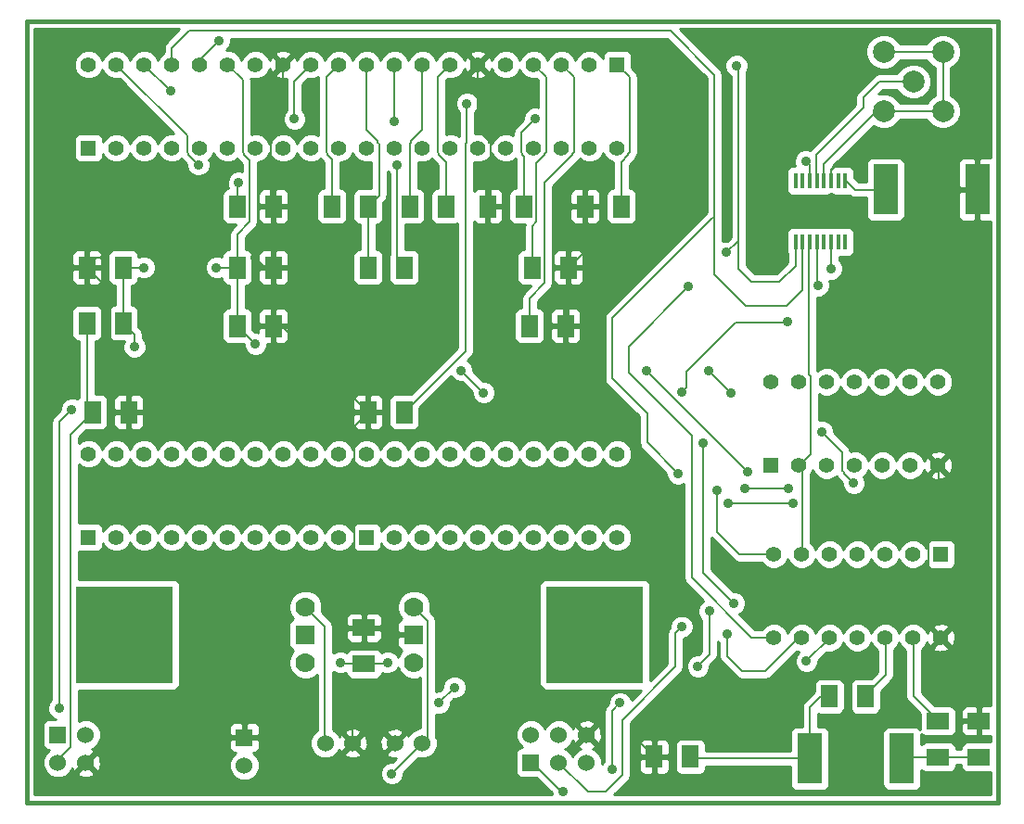
<source format=gtl>
G04 (created by PCBNEW-RS274X (2010-05-05 BZR 2356)-stable) date 12/25/2011 2:42:49 PM*
G01*
G70*
G90*
%MOIN*%
G04 Gerber Fmt 3.4, Leading zero omitted, Abs format*
%FSLAX34Y34*%
G04 APERTURE LIST*
%ADD10C,0.006000*%
%ADD11C,0.015000*%
%ADD12C,0.060000*%
%ADD13R,0.055000X0.055000*%
%ADD14C,0.055000*%
%ADD15R,0.350000X0.350000*%
%ADD16C,0.070000*%
%ADD17R,0.070000X0.070000*%
%ADD18R,0.060000X0.060000*%
%ADD19R,0.090500X0.181100*%
%ADD20R,0.060000X0.080000*%
%ADD21R,0.080000X0.060000*%
%ADD22C,0.078700*%
%ADD23R,0.016500X0.057900*%
%ADD24C,0.035000*%
%ADD25C,0.008000*%
%ADD26C,0.010000*%
G04 APERTURE END LIST*
G54D10*
G54D11*
X23570Y-70490D02*
X23580Y-70490D01*
X23570Y-71130D02*
X23570Y-70490D01*
X58480Y-71130D02*
X23570Y-71130D01*
X58480Y-43050D02*
X58480Y-71130D01*
X23570Y-43050D02*
X58480Y-43050D01*
X23570Y-70590D02*
X23570Y-43050D01*
G54D12*
X37792Y-69000D03*
X36808Y-69000D03*
X34308Y-69000D03*
X35292Y-69000D03*
G54D13*
X56430Y-62210D03*
G54D14*
X55430Y-62210D03*
X54430Y-62210D03*
X53430Y-62210D03*
X52430Y-62210D03*
X51430Y-62210D03*
X50430Y-62210D03*
X50430Y-65210D03*
X51430Y-65210D03*
X52430Y-65210D03*
X53430Y-65210D03*
X54430Y-65210D03*
X55430Y-65210D03*
X56430Y-65210D03*
G54D13*
X50330Y-59010D03*
G54D14*
X51330Y-59010D03*
X52330Y-59010D03*
X53330Y-59010D03*
X54330Y-59010D03*
X55330Y-59010D03*
X56330Y-59010D03*
X56330Y-56010D03*
X55330Y-56010D03*
X54330Y-56010D03*
X53330Y-56010D03*
X52330Y-56010D03*
X51330Y-56010D03*
X50330Y-56010D03*
G54D13*
X25800Y-47600D03*
G54D14*
X26800Y-47600D03*
X27800Y-47600D03*
X28800Y-47600D03*
X29800Y-47600D03*
X30800Y-47600D03*
X31800Y-47600D03*
X32800Y-47600D03*
X33800Y-47600D03*
X34800Y-47600D03*
X34800Y-44600D03*
X33800Y-44600D03*
X32800Y-44600D03*
X31800Y-44600D03*
X30800Y-44600D03*
X29800Y-44600D03*
X28800Y-44600D03*
X27800Y-44600D03*
X26800Y-44600D03*
X25800Y-44600D03*
G54D13*
X35800Y-61600D03*
G54D14*
X36800Y-61600D03*
X37800Y-61600D03*
X38800Y-61600D03*
X39800Y-61600D03*
X40800Y-61600D03*
X41800Y-61600D03*
X42800Y-61600D03*
X43800Y-61600D03*
X44800Y-61600D03*
X44800Y-58600D03*
X43800Y-58600D03*
X42800Y-58600D03*
X41800Y-58600D03*
X40800Y-58600D03*
X39800Y-58600D03*
X38800Y-58600D03*
X37800Y-58600D03*
X36800Y-58600D03*
X35800Y-58600D03*
G54D13*
X44800Y-44600D03*
G54D14*
X43800Y-44600D03*
X42800Y-44600D03*
X41800Y-44600D03*
X40800Y-44600D03*
X39800Y-44600D03*
X38800Y-44600D03*
X37800Y-44600D03*
X36800Y-44600D03*
X35800Y-44600D03*
X35800Y-47600D03*
X36800Y-47600D03*
X37800Y-47600D03*
X38800Y-47600D03*
X39800Y-47600D03*
X40800Y-47600D03*
X41800Y-47600D03*
X42800Y-47600D03*
X43800Y-47600D03*
X44800Y-47600D03*
G54D13*
X25800Y-61600D03*
G54D14*
X26800Y-61600D03*
X27800Y-61600D03*
X28800Y-61600D03*
X29800Y-61600D03*
X30800Y-61600D03*
X31800Y-61600D03*
X32800Y-61600D03*
X33800Y-61600D03*
X34800Y-61600D03*
X34800Y-58600D03*
X33800Y-58600D03*
X32800Y-58600D03*
X31800Y-58600D03*
X30800Y-58600D03*
X29800Y-58600D03*
X28800Y-58600D03*
X27800Y-58600D03*
X26800Y-58600D03*
X25800Y-58600D03*
G54D15*
X27100Y-65100D03*
G54D16*
X33600Y-66100D03*
G54D17*
X33600Y-65100D03*
G54D16*
X33600Y-64100D03*
G54D15*
X44000Y-65100D03*
G54D16*
X37500Y-64100D03*
G54D17*
X37500Y-65100D03*
G54D16*
X37500Y-66100D03*
G54D18*
X31400Y-68800D03*
G54D12*
X31400Y-69800D03*
G54D18*
X24700Y-68700D03*
G54D12*
X25700Y-68700D03*
X24700Y-69700D03*
X25700Y-69700D03*
G54D18*
X41700Y-69700D03*
G54D12*
X41700Y-68700D03*
X42700Y-69700D03*
X42700Y-68700D03*
X43700Y-69700D03*
X43700Y-68700D03*
G54D19*
X51727Y-69560D03*
X55033Y-69560D03*
X57743Y-49090D03*
X54437Y-49090D03*
G54D20*
X52420Y-67320D03*
X53720Y-67320D03*
X37150Y-57100D03*
X35850Y-57100D03*
X25950Y-57100D03*
X27250Y-57100D03*
X31150Y-54000D03*
X32450Y-54000D03*
X31150Y-51900D03*
X32450Y-51900D03*
X27050Y-51900D03*
X25750Y-51900D03*
G54D21*
X56330Y-68210D03*
X56330Y-69510D03*
G54D20*
X37150Y-51900D03*
X35850Y-51900D03*
X34550Y-49700D03*
X35850Y-49700D03*
X31150Y-49700D03*
X32450Y-49700D03*
X46130Y-69490D03*
X47430Y-69490D03*
X44950Y-49700D03*
X43650Y-49700D03*
G54D21*
X57800Y-69510D03*
X57800Y-68210D03*
G54D20*
X41450Y-49700D03*
X40150Y-49700D03*
X37350Y-49700D03*
X38650Y-49700D03*
X41650Y-54000D03*
X42950Y-54000D03*
G54D21*
X35700Y-66150D03*
X35700Y-64850D03*
G54D20*
X41750Y-51900D03*
X43050Y-51900D03*
X27050Y-53900D03*
X25750Y-53900D03*
G54D22*
X55440Y-45210D03*
X56503Y-46273D03*
X56503Y-44147D03*
X54377Y-44147D03*
X54377Y-46273D03*
G54D23*
X51972Y-50972D03*
X52228Y-50972D03*
X52484Y-50972D03*
X52740Y-50972D03*
X51208Y-48770D03*
X51204Y-50972D03*
X51460Y-50972D03*
X51716Y-50972D03*
X52996Y-48768D03*
X52740Y-48768D03*
X52484Y-48768D03*
X52228Y-48768D03*
X51972Y-48768D03*
X51716Y-48768D03*
X52996Y-50972D03*
X51460Y-48770D03*
G54D24*
X34850Y-66100D03*
X36550Y-66100D03*
X57830Y-46930D03*
X47630Y-48660D03*
X57010Y-67550D03*
X31800Y-51550D03*
X26400Y-51550D03*
X35700Y-65500D03*
X35300Y-66900D03*
X45450Y-68800D03*
X42900Y-49700D03*
X40800Y-49700D03*
X36550Y-65100D03*
X48900Y-56400D03*
X48100Y-55600D03*
X50940Y-59850D03*
X49400Y-59850D03*
X48120Y-64260D03*
X47700Y-66240D03*
X44900Y-67560D03*
X44630Y-69950D03*
X42860Y-70740D03*
X47110Y-64820D03*
X48780Y-60390D03*
X51120Y-60390D03*
X36700Y-70100D03*
X38400Y-67550D03*
X38950Y-67000D03*
X51600Y-66050D03*
X52020Y-52540D03*
X50930Y-53860D03*
X47120Y-56380D03*
X47900Y-58210D03*
X49000Y-63970D03*
X48740Y-65090D03*
X48730Y-51360D03*
X47360Y-52590D03*
X30490Y-43740D03*
X49090Y-44640D03*
X29750Y-48200D03*
X39200Y-55600D03*
X40000Y-56400D03*
X49500Y-59250D03*
X45850Y-55600D03*
X28750Y-45550D03*
X46990Y-59310D03*
X48390Y-59900D03*
X33200Y-46550D03*
X31200Y-48850D03*
X41850Y-46550D03*
X36900Y-48200D03*
X36800Y-46650D03*
X39400Y-46000D03*
X51570Y-48080D03*
X52490Y-51940D03*
X52150Y-57800D03*
X53300Y-59650D03*
X31800Y-54650D03*
X27450Y-54750D03*
X25200Y-57000D03*
X24750Y-67750D03*
X27800Y-51900D03*
X30400Y-51900D03*
G54D25*
X35700Y-66150D02*
X34900Y-66150D01*
X34900Y-66150D02*
X34850Y-66100D01*
X35700Y-66150D02*
X36500Y-66150D01*
X36500Y-66150D02*
X36550Y-66100D01*
X43650Y-49700D02*
X43650Y-50280D01*
X57743Y-47017D02*
X57743Y-49090D01*
X57830Y-46930D02*
X57743Y-47017D01*
X47460Y-48660D02*
X47630Y-48660D01*
X45460Y-50660D02*
X47460Y-48660D01*
X44030Y-50660D02*
X45460Y-50660D01*
X43650Y-50280D02*
X44030Y-50660D01*
X57743Y-49090D02*
X57743Y-47603D01*
X57743Y-47603D02*
X57620Y-47480D01*
X57620Y-47480D02*
X53380Y-47480D01*
X53380Y-47480D02*
X52484Y-48376D01*
X52484Y-48376D02*
X52484Y-48768D01*
X52484Y-48768D02*
X52484Y-48416D01*
X52484Y-48416D02*
X52990Y-47910D01*
X57800Y-67660D02*
X57120Y-67660D01*
X57120Y-67660D02*
X57010Y-67550D01*
X32450Y-54000D02*
X32750Y-54000D01*
X32750Y-54000D02*
X35850Y-57100D01*
X56330Y-59010D02*
X56350Y-59000D01*
X56350Y-59000D02*
X57750Y-57600D01*
X57750Y-57600D02*
X57750Y-49100D01*
X57750Y-49100D02*
X57743Y-49090D01*
X52484Y-48768D02*
X52500Y-48750D01*
X52500Y-48750D02*
X52484Y-48768D01*
X25750Y-51900D02*
X26600Y-52750D01*
X26600Y-52750D02*
X26600Y-54450D01*
X26600Y-54450D02*
X27250Y-55100D01*
X27250Y-55100D02*
X27250Y-57100D01*
X56430Y-65210D02*
X56450Y-65200D01*
X56450Y-65200D02*
X57800Y-66550D01*
X57800Y-66550D02*
X57800Y-67660D01*
X57800Y-67660D02*
X57800Y-68210D01*
X35850Y-57100D02*
X35350Y-57600D01*
X35350Y-57600D02*
X35350Y-62050D01*
X35350Y-62050D02*
X35700Y-62400D01*
X35700Y-62400D02*
X35700Y-64850D01*
X32450Y-51900D02*
X32150Y-51900D01*
X32150Y-51900D02*
X31800Y-51550D01*
X26400Y-51550D02*
X26100Y-51550D01*
X26100Y-51550D02*
X25750Y-51900D01*
X56430Y-65210D02*
X56450Y-65200D01*
X56450Y-65200D02*
X56000Y-64750D01*
X56000Y-64750D02*
X56000Y-61750D01*
X56000Y-61750D02*
X56350Y-61400D01*
X56350Y-61400D02*
X56350Y-59000D01*
X56350Y-59000D02*
X56330Y-59010D01*
X57743Y-49090D02*
X57750Y-49100D01*
X40150Y-49700D02*
X40250Y-49600D01*
X40250Y-49600D02*
X40250Y-47450D01*
X40250Y-47450D02*
X40200Y-47400D01*
X40200Y-47400D02*
X40200Y-47350D01*
X40200Y-47350D02*
X39800Y-46950D01*
X39800Y-46950D02*
X39800Y-44600D01*
X32450Y-49700D02*
X32350Y-49600D01*
X32350Y-49600D02*
X32350Y-47450D01*
X32350Y-47450D02*
X32400Y-47400D01*
X32400Y-47400D02*
X32400Y-47350D01*
X32400Y-47350D02*
X32800Y-46950D01*
X32800Y-46950D02*
X32800Y-44600D01*
X35700Y-64850D02*
X35700Y-65500D01*
X35300Y-66900D02*
X35300Y-69000D01*
X35300Y-69000D02*
X35292Y-69000D01*
X45450Y-68800D02*
X46150Y-69500D01*
X46150Y-69500D02*
X46130Y-69490D01*
X43050Y-51900D02*
X43650Y-51300D01*
X43650Y-51300D02*
X43650Y-49700D01*
X43650Y-49700D02*
X42900Y-49700D01*
X40800Y-49700D02*
X40150Y-49700D01*
X35700Y-64850D02*
X36300Y-64850D01*
X36300Y-64850D02*
X36550Y-65100D01*
X42950Y-54000D02*
X43050Y-53900D01*
X43050Y-53900D02*
X43050Y-51900D01*
X32450Y-51900D02*
X32450Y-49700D01*
X32450Y-51900D02*
X32450Y-54000D01*
X48900Y-56400D02*
X48100Y-55600D01*
X41700Y-69700D02*
X41760Y-69700D01*
X49400Y-59850D02*
X50940Y-59850D01*
X48120Y-65820D02*
X48120Y-64260D01*
X47700Y-66240D02*
X48120Y-65820D01*
X44620Y-67840D02*
X44900Y-67560D01*
X44620Y-69940D02*
X44620Y-67840D01*
X44630Y-69950D02*
X44620Y-69940D01*
X42800Y-70740D02*
X42860Y-70740D01*
X41760Y-69700D02*
X42800Y-70740D01*
X43750Y-70750D02*
X42700Y-69700D01*
X44390Y-70750D02*
X43750Y-70750D01*
X44980Y-70160D02*
X44390Y-70750D01*
X44980Y-68170D02*
X44980Y-70160D01*
X46890Y-66260D02*
X44980Y-68170D01*
X46890Y-65040D02*
X46890Y-66260D01*
X47110Y-64820D02*
X46890Y-65040D01*
X51120Y-60390D02*
X48780Y-60390D01*
X33600Y-64100D02*
X34300Y-64800D01*
X34300Y-64800D02*
X34300Y-69000D01*
X34300Y-69000D02*
X34308Y-69000D01*
X37792Y-69000D02*
X37800Y-69000D01*
X37800Y-69000D02*
X36700Y-70100D01*
X37792Y-69000D02*
X37800Y-69000D01*
X37800Y-69000D02*
X38000Y-68800D01*
X38000Y-68800D02*
X38000Y-64600D01*
X38000Y-64600D02*
X37500Y-64100D01*
X38400Y-67550D02*
X38950Y-67000D01*
X51727Y-67707D02*
X52114Y-67320D01*
X51727Y-69560D02*
X47500Y-69560D01*
X47500Y-69560D02*
X47430Y-69490D01*
X51727Y-69560D02*
X51750Y-69550D01*
X51727Y-69560D02*
X51750Y-69550D01*
X51727Y-69560D02*
X51727Y-67707D01*
X52114Y-67320D02*
X52420Y-67320D01*
X56350Y-69500D02*
X57800Y-69500D01*
X57800Y-69500D02*
X57800Y-69510D01*
X56330Y-69510D02*
X56350Y-69500D01*
X56350Y-69500D02*
X55100Y-69500D01*
X55100Y-69500D02*
X55050Y-69550D01*
X55050Y-69550D02*
X55033Y-69560D01*
X56330Y-69510D02*
X56350Y-69500D01*
X55450Y-67300D02*
X55450Y-65200D01*
X55450Y-65200D02*
X55430Y-65210D01*
X56330Y-68210D02*
X56350Y-68200D01*
X56350Y-68200D02*
X55450Y-67300D01*
X54450Y-65200D02*
X54430Y-65210D01*
X53720Y-67320D02*
X53750Y-67250D01*
X53750Y-67250D02*
X54450Y-66550D01*
X54450Y-66550D02*
X54450Y-65200D01*
X51600Y-66050D02*
X52450Y-65200D01*
X52450Y-65200D02*
X52430Y-65210D01*
X25950Y-57100D02*
X25150Y-57900D01*
X25150Y-57900D02*
X25150Y-69150D01*
X25150Y-69150D02*
X24700Y-69600D01*
X24700Y-69600D02*
X24700Y-69700D01*
X25950Y-57100D02*
X25750Y-56900D01*
X25750Y-56900D02*
X25750Y-53900D01*
X51430Y-65210D02*
X51330Y-65210D01*
X51972Y-52492D02*
X51972Y-50972D01*
X52020Y-52540D02*
X51972Y-52492D01*
X50910Y-53880D02*
X50930Y-53860D01*
X49060Y-53880D02*
X50910Y-53880D01*
X47300Y-55640D02*
X49060Y-53880D01*
X47300Y-56200D02*
X47300Y-55640D01*
X47120Y-56380D02*
X47300Y-56200D01*
X47900Y-62870D02*
X47900Y-58210D01*
X49000Y-63970D02*
X47900Y-62870D01*
X48740Y-65870D02*
X48740Y-65090D01*
X49280Y-66410D02*
X48740Y-65870D01*
X50130Y-66410D02*
X49280Y-66410D01*
X51330Y-65210D02*
X50130Y-66410D01*
X50430Y-65210D02*
X49630Y-65210D01*
X49160Y-50930D02*
X49160Y-49970D01*
X48730Y-51360D02*
X49160Y-50930D01*
X45210Y-54740D02*
X47360Y-52590D01*
X45210Y-55670D02*
X45210Y-54740D01*
X47480Y-57940D02*
X45210Y-55670D01*
X47480Y-63060D02*
X47480Y-57940D01*
X49630Y-65210D02*
X47480Y-63060D01*
X51204Y-50972D02*
X51204Y-51836D01*
X29800Y-44430D02*
X29800Y-44600D01*
X30490Y-43740D02*
X29800Y-44430D01*
X49160Y-44710D02*
X49090Y-44640D01*
X49160Y-51940D02*
X49160Y-49970D01*
X49160Y-49970D02*
X49160Y-44710D01*
X49630Y-52410D02*
X49160Y-51940D01*
X50630Y-52410D02*
X49630Y-52410D01*
X51204Y-51836D02*
X50630Y-52410D01*
X26800Y-44600D02*
X29350Y-47150D01*
X29350Y-47150D02*
X29350Y-47750D01*
X29350Y-47750D02*
X29400Y-47800D01*
X29400Y-47800D02*
X29400Y-47850D01*
X29400Y-47850D02*
X29750Y-48200D01*
X39200Y-55600D02*
X40000Y-56400D01*
X49500Y-59250D02*
X45850Y-55600D01*
X28750Y-45550D02*
X27800Y-44600D01*
X51330Y-59010D02*
X51350Y-59000D01*
X51350Y-59000D02*
X51750Y-58600D01*
X51750Y-58600D02*
X51750Y-55800D01*
X51750Y-55800D02*
X51700Y-55750D01*
X51700Y-55750D02*
X51700Y-50950D01*
X51700Y-50950D02*
X51716Y-50972D01*
X51330Y-59010D02*
X51350Y-59000D01*
X51350Y-59000D02*
X51450Y-59100D01*
X51450Y-59100D02*
X51450Y-62200D01*
X51450Y-62200D02*
X51430Y-62210D01*
X50430Y-62210D02*
X49190Y-62210D01*
X48220Y-50110D02*
X48300Y-50110D01*
X44630Y-53700D02*
X48220Y-50110D01*
X44630Y-55890D02*
X44630Y-53700D01*
X45870Y-57130D02*
X44630Y-55890D01*
X45870Y-58190D02*
X45870Y-57130D01*
X46990Y-59310D02*
X45870Y-58190D01*
X48390Y-61410D02*
X48390Y-59900D01*
X49190Y-62210D02*
X48390Y-61410D01*
X28800Y-44600D02*
X28800Y-44000D01*
X51460Y-52710D02*
X51460Y-50972D01*
X50900Y-53270D02*
X51460Y-52710D01*
X49410Y-53270D02*
X50900Y-53270D01*
X48300Y-52160D02*
X49410Y-53270D01*
X48300Y-44970D02*
X48300Y-50110D01*
X48300Y-50110D02*
X48300Y-52160D01*
X46710Y-43380D02*
X48300Y-44970D01*
X29420Y-43380D02*
X46710Y-43380D01*
X28800Y-44000D02*
X29420Y-43380D01*
X33800Y-44600D02*
X33200Y-45200D01*
X33200Y-45200D02*
X33200Y-46550D01*
X31200Y-48850D02*
X31150Y-48900D01*
X31150Y-48900D02*
X31150Y-49700D01*
X53000Y-48750D02*
X52996Y-48768D01*
X54437Y-49090D02*
X54450Y-49100D01*
X54450Y-49100D02*
X53350Y-49100D01*
X53350Y-49100D02*
X53000Y-48750D01*
X53650Y-46150D02*
X53650Y-45790D01*
X51972Y-48768D02*
X51950Y-48750D01*
X51950Y-47850D02*
X51950Y-48750D01*
X53650Y-46150D02*
X51950Y-47850D01*
X54230Y-45210D02*
X55440Y-45210D01*
X53650Y-45790D02*
X54230Y-45210D01*
X35850Y-49700D02*
X36250Y-49300D01*
X36250Y-49300D02*
X36250Y-47450D01*
X36250Y-47450D02*
X36200Y-47400D01*
X36200Y-47400D02*
X36200Y-47350D01*
X36200Y-47350D02*
X35800Y-46950D01*
X35800Y-46950D02*
X35800Y-44600D01*
X35850Y-49700D02*
X35850Y-51900D01*
X37400Y-47350D02*
X37800Y-46950D01*
X37800Y-46950D02*
X37800Y-44600D01*
X37350Y-49700D02*
X37350Y-47450D01*
X37350Y-47450D02*
X37400Y-47400D01*
X37400Y-47400D02*
X37400Y-47350D01*
X41800Y-44600D02*
X42250Y-45050D01*
X42250Y-45050D02*
X42250Y-47750D01*
X42250Y-47750D02*
X42200Y-47800D01*
X42200Y-47800D02*
X42200Y-47850D01*
X42200Y-47850D02*
X41900Y-48150D01*
X41900Y-48150D02*
X41900Y-50250D01*
X41900Y-50250D02*
X41750Y-50400D01*
X41750Y-50400D02*
X41750Y-51900D01*
X41850Y-46550D02*
X41350Y-47050D01*
X41350Y-47050D02*
X41350Y-47750D01*
X41350Y-47750D02*
X41400Y-47800D01*
X41400Y-47800D02*
X41400Y-47850D01*
X41400Y-47850D02*
X41450Y-47900D01*
X41450Y-47900D02*
X41450Y-49700D01*
X37150Y-51900D02*
X36900Y-51650D01*
X36900Y-51650D02*
X36900Y-48200D01*
X36800Y-46650D02*
X36800Y-44600D01*
X56503Y-44147D02*
X56503Y-46273D01*
X56503Y-46273D02*
X54377Y-46273D01*
X52228Y-48768D02*
X52228Y-48172D01*
X54127Y-46273D02*
X54377Y-46273D01*
X52228Y-48172D02*
X54127Y-46273D01*
X54377Y-44147D02*
X56503Y-44147D01*
X45250Y-47750D02*
X45200Y-47800D01*
X45200Y-47800D02*
X45200Y-47850D01*
X45200Y-47850D02*
X44950Y-48100D01*
X44950Y-48100D02*
X44950Y-49700D01*
X44800Y-44600D02*
X45250Y-45050D01*
X45250Y-45050D02*
X45250Y-47750D01*
X43250Y-45050D02*
X43250Y-47750D01*
X43250Y-47750D02*
X43200Y-47800D01*
X43200Y-47800D02*
X43200Y-47850D01*
X43200Y-47850D02*
X42200Y-48850D01*
X42200Y-48850D02*
X42200Y-52450D01*
X42200Y-52450D02*
X41650Y-53000D01*
X41650Y-53000D02*
X41650Y-54000D01*
X42800Y-44600D02*
X43250Y-45050D01*
X39350Y-47450D02*
X39400Y-47400D01*
X39400Y-47400D02*
X39400Y-46000D01*
X37150Y-57100D02*
X39350Y-54900D01*
X39350Y-54900D02*
X39350Y-47450D01*
X38350Y-45050D02*
X38350Y-47750D01*
X38350Y-47750D02*
X38400Y-47800D01*
X38400Y-47800D02*
X38400Y-47850D01*
X38400Y-47850D02*
X38650Y-48100D01*
X38650Y-48100D02*
X38650Y-49700D01*
X38800Y-44600D02*
X38350Y-45050D01*
X34800Y-44600D02*
X34350Y-45050D01*
X34350Y-45050D02*
X34350Y-47750D01*
X34350Y-47750D02*
X34400Y-47800D01*
X34400Y-47800D02*
X34400Y-47850D01*
X34400Y-47850D02*
X34550Y-48000D01*
X34550Y-48000D02*
X34550Y-49700D01*
X51716Y-48226D02*
X51716Y-48768D01*
X51570Y-48080D02*
X51716Y-48226D01*
X52484Y-51934D02*
X52484Y-50972D01*
X52490Y-51940D02*
X52484Y-51934D01*
X52150Y-57800D02*
X52900Y-58550D01*
X52900Y-58550D02*
X52900Y-59200D01*
X52900Y-59200D02*
X52950Y-59250D01*
X52950Y-59250D02*
X52950Y-59300D01*
X52950Y-59300D02*
X53300Y-59650D01*
X31150Y-54000D02*
X31800Y-54650D01*
X27050Y-53900D02*
X27450Y-54300D01*
X27450Y-54300D02*
X27450Y-54750D01*
X25200Y-57000D02*
X24750Y-57450D01*
X24750Y-57450D02*
X24750Y-67750D01*
X52484Y-50972D02*
X52500Y-50950D01*
X52484Y-50972D02*
X52500Y-50950D01*
X30800Y-44600D02*
X31350Y-45150D01*
X31350Y-45150D02*
X31350Y-47750D01*
X31350Y-47750D02*
X31400Y-47800D01*
X31400Y-47800D02*
X31400Y-47850D01*
X31400Y-47850D02*
X31600Y-48050D01*
X31600Y-48050D02*
X31600Y-50250D01*
X31600Y-50250D02*
X31150Y-50700D01*
X31150Y-50700D02*
X31150Y-51900D01*
X27050Y-51900D02*
X27800Y-51900D01*
X30400Y-51900D02*
X31150Y-51900D01*
X31150Y-51900D02*
X31150Y-54000D01*
X27050Y-53900D02*
X27050Y-51900D01*
G54D26*
X23845Y-43325D02*
X29065Y-43325D01*
X23845Y-43405D02*
X28985Y-43405D01*
X23845Y-43485D02*
X28905Y-43485D01*
X23845Y-43565D02*
X28825Y-43565D01*
X23845Y-43645D02*
X28745Y-43645D01*
X23845Y-43725D02*
X28665Y-43725D01*
X30915Y-43725D02*
X46644Y-43725D01*
X23845Y-43805D02*
X28589Y-43805D01*
X30915Y-43805D02*
X46724Y-43805D01*
X23845Y-43885D02*
X28535Y-43885D01*
X30890Y-43885D02*
X46804Y-43885D01*
X23845Y-43965D02*
X28517Y-43965D01*
X30856Y-43965D02*
X46884Y-43965D01*
X23845Y-44045D02*
X28510Y-44045D01*
X30786Y-44045D02*
X46964Y-44045D01*
X23845Y-44125D02*
X25576Y-44125D01*
X26026Y-44125D02*
X26576Y-44125D01*
X27026Y-44125D02*
X27576Y-44125D01*
X28026Y-44125D02*
X28510Y-44125D01*
X31026Y-44125D02*
X31576Y-44125D01*
X32026Y-44125D02*
X32590Y-44125D01*
X33001Y-44125D02*
X33576Y-44125D01*
X34026Y-44125D02*
X34576Y-44125D01*
X35026Y-44125D02*
X35576Y-44125D01*
X36026Y-44125D02*
X36576Y-44125D01*
X37026Y-44125D02*
X37576Y-44125D01*
X38026Y-44125D02*
X38576Y-44125D01*
X39026Y-44125D02*
X39590Y-44125D01*
X40001Y-44125D02*
X40576Y-44125D01*
X41026Y-44125D02*
X41576Y-44125D01*
X42026Y-44125D02*
X42576Y-44125D01*
X43026Y-44125D02*
X43576Y-44125D01*
X44026Y-44125D02*
X44373Y-44125D01*
X45227Y-44125D02*
X47044Y-44125D01*
X23845Y-44205D02*
X25453Y-44205D01*
X26148Y-44205D02*
X26453Y-44205D01*
X27148Y-44205D02*
X27453Y-44205D01*
X28148Y-44205D02*
X28453Y-44205D01*
X31148Y-44205D02*
X31453Y-44205D01*
X32148Y-44205D02*
X32519Y-44205D01*
X33082Y-44205D02*
X33453Y-44205D01*
X34148Y-44205D02*
X34453Y-44205D01*
X35148Y-44205D02*
X35453Y-44205D01*
X36148Y-44205D02*
X36453Y-44205D01*
X37148Y-44205D02*
X37453Y-44205D01*
X38148Y-44205D02*
X38453Y-44205D01*
X39148Y-44205D02*
X39519Y-44205D01*
X40082Y-44205D02*
X40453Y-44205D01*
X41148Y-44205D02*
X41453Y-44205D01*
X42148Y-44205D02*
X42453Y-44205D01*
X43148Y-44205D02*
X43453Y-44205D01*
X44148Y-44205D02*
X44306Y-44205D01*
X45295Y-44205D02*
X47124Y-44205D01*
X23845Y-44285D02*
X25373Y-44285D01*
X26228Y-44285D02*
X26373Y-44285D01*
X27228Y-44285D02*
X27373Y-44285D01*
X28228Y-44285D02*
X28373Y-44285D01*
X31228Y-44285D02*
X31373Y-44285D01*
X32228Y-44285D02*
X32556Y-44285D01*
X33044Y-44285D02*
X33373Y-44285D01*
X34228Y-44285D02*
X34373Y-44285D01*
X35228Y-44285D02*
X35373Y-44285D01*
X36228Y-44285D02*
X36373Y-44285D01*
X37228Y-44285D02*
X37373Y-44285D01*
X38228Y-44285D02*
X38373Y-44285D01*
X39228Y-44285D02*
X39556Y-44285D01*
X40044Y-44285D02*
X40373Y-44285D01*
X41228Y-44285D02*
X41373Y-44285D01*
X42228Y-44285D02*
X42373Y-44285D01*
X43228Y-44285D02*
X43373Y-44285D01*
X44228Y-44285D02*
X44276Y-44285D01*
X45324Y-44285D02*
X47204Y-44285D01*
X23845Y-44365D02*
X25329Y-44365D01*
X26271Y-44365D02*
X26329Y-44365D01*
X27271Y-44365D02*
X27329Y-44365D01*
X28271Y-44365D02*
X28329Y-44365D01*
X31271Y-44365D02*
X31329Y-44365D01*
X32271Y-44365D02*
X32337Y-44365D01*
X32494Y-44365D02*
X32636Y-44365D01*
X32964Y-44365D02*
X33106Y-44365D01*
X33265Y-44365D02*
X33329Y-44365D01*
X34271Y-44365D02*
X34329Y-44365D01*
X35271Y-44365D02*
X35329Y-44365D01*
X36271Y-44365D02*
X36329Y-44365D01*
X37271Y-44365D02*
X37329Y-44365D01*
X38271Y-44365D02*
X38329Y-44365D01*
X39271Y-44365D02*
X39337Y-44365D01*
X39494Y-44365D02*
X39636Y-44365D01*
X39964Y-44365D02*
X40106Y-44365D01*
X40265Y-44365D02*
X40329Y-44365D01*
X41271Y-44365D02*
X41329Y-44365D01*
X42271Y-44365D02*
X42329Y-44365D01*
X43271Y-44365D02*
X43329Y-44365D01*
X44271Y-44365D02*
X44276Y-44365D01*
X45324Y-44365D02*
X47284Y-44365D01*
X23845Y-44445D02*
X25296Y-44445D01*
X32304Y-44445D02*
X32309Y-44445D01*
X32574Y-44445D02*
X32716Y-44445D01*
X32884Y-44445D02*
X33026Y-44445D01*
X39304Y-44445D02*
X39309Y-44445D01*
X39574Y-44445D02*
X39716Y-44445D01*
X39884Y-44445D02*
X40026Y-44445D01*
X45324Y-44445D02*
X47364Y-44445D01*
X23845Y-44525D02*
X25275Y-44525D01*
X32654Y-44525D02*
X32796Y-44525D01*
X32804Y-44525D02*
X32946Y-44525D01*
X39654Y-44525D02*
X39796Y-44525D01*
X39804Y-44525D02*
X39946Y-44525D01*
X45324Y-44525D02*
X47444Y-44525D01*
X23845Y-44605D02*
X25275Y-44605D01*
X32724Y-44605D02*
X32866Y-44605D01*
X39724Y-44605D02*
X39876Y-44605D01*
X45324Y-44605D02*
X47524Y-44605D01*
X23845Y-44685D02*
X25275Y-44685D01*
X32644Y-44685D02*
X32786Y-44685D01*
X39644Y-44685D02*
X39786Y-44685D01*
X39814Y-44685D02*
X39956Y-44685D01*
X45324Y-44685D02*
X47604Y-44685D01*
X23845Y-44765D02*
X25300Y-44765D01*
X26299Y-44765D02*
X26300Y-44765D01*
X32299Y-44765D02*
X32306Y-44765D01*
X32564Y-44765D02*
X32706Y-44765D01*
X39299Y-44765D02*
X39306Y-44765D01*
X39564Y-44765D02*
X39706Y-44765D01*
X39894Y-44765D02*
X40036Y-44765D01*
X40287Y-44765D02*
X40300Y-44765D01*
X41299Y-44765D02*
X41300Y-44765D01*
X45375Y-44765D02*
X47684Y-44765D01*
X23845Y-44845D02*
X25333Y-44845D01*
X26266Y-44845D02*
X26333Y-44845D01*
X32266Y-44845D02*
X32339Y-44845D01*
X32484Y-44845D02*
X32626Y-44845D01*
X39266Y-44845D02*
X39339Y-44845D01*
X39484Y-44845D02*
X39626Y-44845D01*
X39974Y-44845D02*
X40116Y-44845D01*
X40259Y-44845D02*
X40333Y-44845D01*
X41266Y-44845D02*
X41333Y-44845D01*
X45455Y-44845D02*
X47764Y-44845D01*
X23845Y-44925D02*
X25382Y-44925D01*
X26217Y-44925D02*
X26382Y-44925D01*
X32217Y-44925D02*
X32546Y-44925D01*
X39217Y-44925D02*
X39546Y-44925D01*
X40054Y-44925D02*
X40382Y-44925D01*
X41217Y-44925D02*
X41382Y-44925D01*
X45509Y-44925D02*
X47844Y-44925D01*
X23845Y-45005D02*
X25462Y-45005D01*
X26137Y-45005D02*
X26462Y-45005D01*
X32137Y-45005D02*
X32521Y-45005D01*
X39137Y-45005D02*
X39521Y-45005D01*
X40078Y-45005D02*
X40462Y-45005D01*
X41137Y-45005D02*
X41462Y-45005D01*
X45532Y-45005D02*
X47924Y-45005D01*
X23845Y-45085D02*
X25598Y-45085D01*
X26000Y-45085D02*
X26598Y-45085D01*
X32000Y-45085D02*
X32628Y-45085D01*
X34000Y-45085D02*
X34060Y-45085D01*
X39000Y-45085D02*
X39628Y-45085D01*
X39986Y-45085D02*
X40598Y-45085D01*
X41000Y-45085D02*
X41598Y-45085D01*
X45540Y-45085D02*
X48004Y-45085D01*
X23845Y-45165D02*
X26955Y-45165D01*
X31640Y-45165D02*
X32917Y-45165D01*
X33644Y-45165D02*
X34060Y-45165D01*
X38644Y-45165D02*
X41955Y-45165D01*
X45540Y-45165D02*
X48010Y-45165D01*
X23845Y-45245D02*
X27035Y-45245D01*
X31640Y-45245D02*
X32910Y-45245D01*
X33564Y-45245D02*
X34060Y-45245D01*
X38640Y-45245D02*
X41960Y-45245D01*
X45540Y-45245D02*
X48010Y-45245D01*
X23845Y-45325D02*
X27115Y-45325D01*
X31640Y-45325D02*
X32910Y-45325D01*
X33490Y-45325D02*
X34060Y-45325D01*
X38640Y-45325D02*
X41960Y-45325D01*
X45540Y-45325D02*
X48010Y-45325D01*
X23845Y-45405D02*
X27195Y-45405D01*
X31640Y-45405D02*
X32910Y-45405D01*
X33490Y-45405D02*
X34060Y-45405D01*
X38640Y-45405D02*
X41960Y-45405D01*
X45540Y-45405D02*
X48010Y-45405D01*
X23845Y-45485D02*
X27275Y-45485D01*
X31640Y-45485D02*
X32910Y-45485D01*
X33490Y-45485D02*
X34060Y-45485D01*
X38640Y-45485D02*
X41960Y-45485D01*
X45540Y-45485D02*
X48010Y-45485D01*
X23845Y-45565D02*
X27355Y-45565D01*
X31640Y-45565D02*
X32910Y-45565D01*
X33490Y-45565D02*
X34060Y-45565D01*
X38640Y-45565D02*
X41960Y-45565D01*
X45540Y-45565D02*
X48010Y-45565D01*
X23845Y-45645D02*
X27435Y-45645D01*
X31640Y-45645D02*
X32910Y-45645D01*
X33490Y-45645D02*
X34060Y-45645D01*
X38640Y-45645D02*
X39154Y-45645D01*
X39647Y-45645D02*
X41960Y-45645D01*
X45540Y-45645D02*
X48010Y-45645D01*
X23845Y-45725D02*
X27515Y-45725D01*
X31640Y-45725D02*
X32910Y-45725D01*
X33490Y-45725D02*
X34060Y-45725D01*
X38640Y-45725D02*
X39074Y-45725D01*
X39727Y-45725D02*
X41960Y-45725D01*
X45540Y-45725D02*
X48010Y-45725D01*
X23845Y-45805D02*
X27595Y-45805D01*
X31640Y-45805D02*
X32910Y-45805D01*
X33490Y-45805D02*
X34060Y-45805D01*
X38640Y-45805D02*
X39021Y-45805D01*
X39780Y-45805D02*
X41960Y-45805D01*
X45540Y-45805D02*
X48010Y-45805D01*
X23845Y-45885D02*
X27675Y-45885D01*
X31640Y-45885D02*
X32910Y-45885D01*
X33490Y-45885D02*
X34060Y-45885D01*
X38640Y-45885D02*
X38988Y-45885D01*
X39813Y-45885D02*
X41960Y-45885D01*
X45540Y-45885D02*
X48010Y-45885D01*
X23845Y-45965D02*
X27755Y-45965D01*
X31640Y-45965D02*
X32910Y-45965D01*
X33490Y-45965D02*
X34060Y-45965D01*
X38640Y-45965D02*
X38975Y-45965D01*
X39825Y-45965D02*
X41960Y-45965D01*
X45540Y-45965D02*
X48010Y-45965D01*
X23845Y-46045D02*
X27835Y-46045D01*
X31640Y-46045D02*
X32910Y-46045D01*
X33490Y-46045D02*
X34060Y-46045D01*
X38640Y-46045D02*
X38975Y-46045D01*
X39825Y-46045D02*
X41960Y-46045D01*
X45540Y-46045D02*
X48010Y-46045D01*
X23845Y-46125D02*
X27915Y-46125D01*
X31640Y-46125D02*
X32910Y-46125D01*
X33490Y-46125D02*
X34060Y-46125D01*
X38640Y-46125D02*
X38991Y-46125D01*
X39808Y-46125D02*
X41766Y-46125D01*
X41935Y-46125D02*
X41960Y-46125D01*
X45540Y-46125D02*
X48010Y-46125D01*
X23845Y-46205D02*
X27995Y-46205D01*
X31640Y-46205D02*
X32910Y-46205D01*
X33490Y-46205D02*
X34060Y-46205D01*
X38640Y-46205D02*
X39024Y-46205D01*
X39775Y-46205D02*
X41594Y-46205D01*
X45540Y-46205D02*
X48010Y-46205D01*
X23845Y-46285D02*
X28075Y-46285D01*
X31640Y-46285D02*
X32864Y-46285D01*
X33536Y-46285D02*
X34060Y-46285D01*
X38640Y-46285D02*
X39084Y-46285D01*
X39716Y-46285D02*
X41514Y-46285D01*
X45540Y-46285D02*
X48010Y-46285D01*
X23845Y-46365D02*
X28155Y-46365D01*
X31640Y-46365D02*
X32817Y-46365D01*
X33584Y-46365D02*
X34060Y-46365D01*
X38640Y-46365D02*
X39110Y-46365D01*
X39690Y-46365D02*
X41467Y-46365D01*
X45540Y-46365D02*
X48010Y-46365D01*
X23845Y-46445D02*
X28235Y-46445D01*
X31640Y-46445D02*
X32784Y-46445D01*
X33617Y-46445D02*
X34060Y-46445D01*
X38640Y-46445D02*
X39110Y-46445D01*
X39690Y-46445D02*
X41434Y-46445D01*
X45540Y-46445D02*
X48010Y-46445D01*
X23845Y-46525D02*
X28315Y-46525D01*
X31640Y-46525D02*
X32775Y-46525D01*
X33625Y-46525D02*
X34060Y-46525D01*
X38640Y-46525D02*
X39110Y-46525D01*
X39690Y-46525D02*
X41425Y-46525D01*
X45540Y-46525D02*
X48010Y-46525D01*
X23845Y-46605D02*
X28395Y-46605D01*
X31640Y-46605D02*
X32775Y-46605D01*
X33625Y-46605D02*
X34060Y-46605D01*
X38640Y-46605D02*
X39110Y-46605D01*
X39690Y-46605D02*
X41385Y-46605D01*
X45540Y-46605D02*
X48010Y-46605D01*
X23845Y-46685D02*
X28475Y-46685D01*
X31640Y-46685D02*
X32795Y-46685D01*
X33604Y-46685D02*
X34060Y-46685D01*
X38640Y-46685D02*
X39110Y-46685D01*
X39690Y-46685D02*
X41305Y-46685D01*
X45540Y-46685D02*
X48010Y-46685D01*
X23845Y-46765D02*
X28555Y-46765D01*
X31640Y-46765D02*
X32828Y-46765D01*
X33570Y-46765D02*
X34060Y-46765D01*
X38640Y-46765D02*
X39110Y-46765D01*
X39690Y-46765D02*
X41225Y-46765D01*
X45540Y-46765D02*
X48010Y-46765D01*
X23845Y-46845D02*
X28635Y-46845D01*
X31640Y-46845D02*
X32894Y-46845D01*
X33506Y-46845D02*
X34060Y-46845D01*
X38640Y-46845D02*
X39110Y-46845D01*
X39690Y-46845D02*
X41145Y-46845D01*
X45540Y-46845D02*
X48010Y-46845D01*
X23845Y-46925D02*
X28715Y-46925D01*
X31640Y-46925D02*
X32995Y-46925D01*
X33405Y-46925D02*
X34060Y-46925D01*
X38640Y-46925D02*
X39110Y-46925D01*
X39690Y-46925D02*
X41092Y-46925D01*
X45540Y-46925D02*
X48010Y-46925D01*
X23845Y-47005D02*
X28795Y-47005D01*
X31640Y-47005D02*
X34060Y-47005D01*
X38640Y-47005D02*
X39110Y-47005D01*
X39690Y-47005D02*
X41069Y-47005D01*
X45540Y-47005D02*
X48010Y-47005D01*
X23845Y-47085D02*
X25455Y-47085D01*
X26147Y-47085D02*
X26672Y-47085D01*
X26930Y-47085D02*
X27672Y-47085D01*
X27930Y-47085D02*
X28672Y-47085D01*
X31640Y-47085D02*
X31672Y-47085D01*
X31930Y-47085D02*
X32672Y-47085D01*
X32930Y-47085D02*
X33672Y-47085D01*
X33930Y-47085D02*
X34060Y-47085D01*
X38640Y-47085D02*
X38672Y-47085D01*
X38930Y-47085D02*
X39110Y-47085D01*
X39930Y-47085D02*
X40672Y-47085D01*
X40930Y-47085D02*
X41060Y-47085D01*
X45540Y-47085D02*
X48010Y-47085D01*
X23845Y-47165D02*
X25333Y-47165D01*
X26267Y-47165D02*
X26493Y-47165D01*
X27108Y-47165D02*
X27493Y-47165D01*
X28108Y-47165D02*
X28493Y-47165D01*
X32108Y-47165D02*
X32493Y-47165D01*
X33108Y-47165D02*
X33493Y-47165D01*
X39108Y-47165D02*
X39110Y-47165D01*
X40108Y-47165D02*
X40493Y-47165D01*
X45540Y-47165D02*
X48010Y-47165D01*
X23845Y-47245D02*
X25289Y-47245D01*
X26312Y-47245D02*
X26413Y-47245D01*
X27188Y-47245D02*
X27413Y-47245D01*
X28188Y-47245D02*
X28413Y-47245D01*
X32188Y-47245D02*
X32413Y-47245D01*
X33188Y-47245D02*
X33413Y-47245D01*
X40188Y-47245D02*
X40413Y-47245D01*
X45540Y-47245D02*
X48010Y-47245D01*
X23845Y-47325D02*
X25276Y-47325D01*
X26324Y-47325D02*
X26346Y-47325D01*
X27254Y-47325D02*
X27346Y-47325D01*
X28254Y-47325D02*
X28346Y-47325D01*
X32254Y-47325D02*
X32346Y-47325D01*
X33254Y-47325D02*
X33346Y-47325D01*
X40254Y-47325D02*
X40346Y-47325D01*
X45540Y-47325D02*
X48010Y-47325D01*
X23845Y-47405D02*
X25276Y-47405D01*
X27287Y-47405D02*
X27312Y-47405D01*
X28287Y-47405D02*
X28312Y-47405D01*
X32287Y-47405D02*
X32312Y-47405D01*
X33287Y-47405D02*
X33312Y-47405D01*
X40287Y-47405D02*
X40312Y-47405D01*
X45540Y-47405D02*
X48010Y-47405D01*
X23845Y-47485D02*
X25276Y-47485D01*
X45540Y-47485D02*
X48010Y-47485D01*
X23845Y-47565D02*
X25276Y-47565D01*
X45540Y-47565D02*
X48010Y-47565D01*
X23845Y-47645D02*
X25276Y-47645D01*
X45540Y-47645D02*
X48010Y-47645D01*
X23845Y-47725D02*
X25276Y-47725D01*
X45540Y-47725D02*
X48010Y-47725D01*
X23845Y-47805D02*
X25276Y-47805D01*
X27283Y-47805D02*
X27316Y-47805D01*
X28283Y-47805D02*
X28316Y-47805D01*
X30283Y-47805D02*
X30316Y-47805D01*
X32283Y-47805D02*
X32316Y-47805D01*
X33283Y-47805D02*
X33316Y-47805D01*
X35283Y-47805D02*
X35316Y-47805D01*
X40283Y-47805D02*
X40316Y-47805D01*
X44283Y-47805D02*
X44316Y-47805D01*
X45529Y-47805D02*
X48010Y-47805D01*
X23845Y-47885D02*
X25276Y-47885D01*
X26324Y-47885D02*
X26350Y-47885D01*
X27250Y-47885D02*
X27350Y-47885D01*
X28250Y-47885D02*
X28350Y-47885D01*
X30250Y-47885D02*
X30350Y-47885D01*
X32250Y-47885D02*
X32350Y-47885D01*
X33250Y-47885D02*
X33350Y-47885D01*
X35250Y-47885D02*
X35350Y-47885D01*
X40250Y-47885D02*
X40350Y-47885D01*
X44250Y-47885D02*
X44350Y-47885D01*
X45501Y-47885D02*
X48010Y-47885D01*
X23845Y-47965D02*
X25292Y-47965D01*
X26307Y-47965D02*
X26422Y-47965D01*
X27177Y-47965D02*
X27422Y-47965D01*
X28177Y-47965D02*
X28422Y-47965D01*
X30176Y-47965D02*
X30422Y-47965D01*
X32177Y-47965D02*
X32422Y-47965D01*
X33177Y-47965D02*
X33422Y-47965D01*
X35177Y-47965D02*
X35422Y-47965D01*
X40177Y-47965D02*
X40422Y-47965D01*
X44177Y-47965D02*
X44422Y-47965D01*
X45465Y-47965D02*
X48010Y-47965D01*
X23845Y-48045D02*
X25343Y-48045D01*
X26257Y-48045D02*
X26502Y-48045D01*
X27097Y-48045D02*
X27502Y-48045D01*
X28097Y-48045D02*
X28502Y-48045D01*
X29097Y-48045D02*
X29188Y-48045D01*
X30146Y-48045D02*
X30502Y-48045D01*
X31097Y-48045D02*
X31188Y-48045D01*
X32097Y-48045D02*
X32502Y-48045D01*
X33097Y-48045D02*
X33502Y-48045D01*
X34097Y-48045D02*
X34188Y-48045D01*
X35097Y-48045D02*
X35502Y-48045D01*
X38097Y-48045D02*
X38188Y-48045D01*
X40097Y-48045D02*
X40502Y-48045D01*
X41097Y-48045D02*
X41160Y-48045D01*
X43411Y-48045D02*
X43502Y-48045D01*
X44097Y-48045D02*
X44502Y-48045D01*
X45411Y-48045D02*
X48010Y-48045D01*
X23845Y-48125D02*
X29265Y-48125D01*
X30175Y-48125D02*
X31265Y-48125D01*
X31890Y-48125D02*
X34260Y-48125D01*
X34840Y-48125D02*
X35960Y-48125D01*
X37640Y-48125D02*
X38265Y-48125D01*
X39640Y-48125D02*
X41160Y-48125D01*
X43335Y-48125D02*
X44660Y-48125D01*
X45335Y-48125D02*
X48010Y-48125D01*
X23845Y-48205D02*
X29325Y-48205D01*
X30175Y-48205D02*
X31310Y-48205D01*
X31890Y-48205D02*
X34260Y-48205D01*
X34840Y-48205D02*
X35960Y-48205D01*
X37640Y-48205D02*
X38345Y-48205D01*
X39640Y-48205D02*
X41160Y-48205D01*
X43255Y-48205D02*
X44660Y-48205D01*
X45255Y-48205D02*
X48010Y-48205D01*
X23845Y-48285D02*
X29325Y-48285D01*
X30175Y-48285D02*
X31310Y-48285D01*
X31890Y-48285D02*
X34260Y-48285D01*
X34840Y-48285D02*
X35960Y-48285D01*
X37640Y-48285D02*
X38360Y-48285D01*
X39640Y-48285D02*
X41160Y-48285D01*
X43175Y-48285D02*
X44660Y-48285D01*
X45240Y-48285D02*
X48010Y-48285D01*
X23845Y-48365D02*
X29358Y-48365D01*
X30141Y-48365D02*
X31310Y-48365D01*
X31890Y-48365D02*
X34260Y-48365D01*
X34840Y-48365D02*
X35960Y-48365D01*
X37640Y-48365D02*
X38360Y-48365D01*
X39640Y-48365D02*
X41160Y-48365D01*
X43095Y-48365D02*
X44660Y-48365D01*
X45240Y-48365D02*
X48010Y-48365D01*
X23845Y-48445D02*
X29394Y-48445D01*
X30106Y-48445D02*
X31068Y-48445D01*
X31890Y-48445D02*
X34260Y-48445D01*
X34840Y-48445D02*
X35960Y-48445D01*
X36540Y-48445D02*
X36544Y-48445D01*
X37640Y-48445D02*
X38360Y-48445D01*
X39640Y-48445D02*
X41160Y-48445D01*
X43015Y-48445D02*
X44660Y-48445D01*
X45240Y-48445D02*
X48010Y-48445D01*
X23845Y-48525D02*
X29474Y-48525D01*
X30026Y-48525D02*
X30924Y-48525D01*
X31890Y-48525D02*
X34260Y-48525D01*
X34840Y-48525D02*
X35960Y-48525D01*
X36540Y-48525D02*
X36610Y-48525D01*
X37640Y-48525D02*
X38360Y-48525D01*
X39640Y-48525D02*
X41160Y-48525D01*
X42935Y-48525D02*
X44660Y-48525D01*
X45240Y-48525D02*
X48010Y-48525D01*
X23845Y-48605D02*
X29617Y-48605D01*
X29882Y-48605D02*
X30844Y-48605D01*
X31890Y-48605D02*
X34260Y-48605D01*
X34840Y-48605D02*
X35960Y-48605D01*
X36540Y-48605D02*
X36610Y-48605D01*
X37640Y-48605D02*
X38360Y-48605D01*
X39640Y-48605D02*
X41160Y-48605D01*
X42855Y-48605D02*
X44660Y-48605D01*
X45240Y-48605D02*
X48010Y-48605D01*
X23845Y-48685D02*
X30809Y-48685D01*
X31890Y-48685D02*
X34260Y-48685D01*
X34840Y-48685D02*
X35960Y-48685D01*
X36540Y-48685D02*
X36610Y-48685D01*
X37640Y-48685D02*
X38360Y-48685D01*
X39640Y-48685D02*
X41160Y-48685D01*
X42775Y-48685D02*
X44660Y-48685D01*
X45240Y-48685D02*
X48010Y-48685D01*
X23845Y-48765D02*
X30775Y-48765D01*
X31890Y-48765D02*
X34260Y-48765D01*
X34840Y-48765D02*
X35960Y-48765D01*
X36540Y-48765D02*
X36610Y-48765D01*
X37640Y-48765D02*
X38360Y-48765D01*
X39640Y-48765D02*
X41160Y-48765D01*
X42695Y-48765D02*
X44660Y-48765D01*
X45240Y-48765D02*
X48010Y-48765D01*
X23845Y-48845D02*
X30775Y-48845D01*
X31890Y-48845D02*
X34260Y-48845D01*
X34840Y-48845D02*
X35960Y-48845D01*
X36540Y-48845D02*
X36610Y-48845D01*
X37640Y-48845D02*
X38360Y-48845D01*
X39640Y-48845D02*
X41160Y-48845D01*
X42615Y-48845D02*
X44660Y-48845D01*
X45240Y-48845D02*
X48010Y-48845D01*
X23845Y-48925D02*
X30775Y-48925D01*
X31890Y-48925D02*
X34260Y-48925D01*
X34840Y-48925D02*
X35960Y-48925D01*
X36540Y-48925D02*
X36610Y-48925D01*
X37640Y-48925D02*
X38360Y-48925D01*
X39640Y-48925D02*
X41160Y-48925D01*
X42535Y-48925D02*
X44660Y-48925D01*
X45240Y-48925D02*
X48010Y-48925D01*
X23845Y-49005D02*
X30804Y-49005D01*
X31890Y-49005D02*
X34260Y-49005D01*
X34840Y-49005D02*
X35960Y-49005D01*
X36540Y-49005D02*
X36610Y-49005D01*
X37640Y-49005D02*
X38360Y-49005D01*
X39640Y-49005D02*
X41160Y-49005D01*
X42490Y-49005D02*
X44660Y-49005D01*
X45240Y-49005D02*
X48010Y-49005D01*
X23845Y-49085D02*
X30719Y-49085D01*
X31890Y-49085D02*
X32019Y-49085D01*
X32373Y-49085D02*
X32527Y-49085D01*
X32882Y-49085D02*
X34119Y-49085D01*
X34982Y-49085D02*
X35419Y-49085D01*
X36540Y-49085D02*
X36610Y-49085D01*
X37782Y-49085D02*
X38219Y-49085D01*
X39640Y-49085D02*
X39719Y-49085D01*
X40073Y-49085D02*
X40227Y-49085D01*
X40582Y-49085D02*
X41019Y-49085D01*
X42490Y-49085D02*
X43219Y-49085D01*
X43573Y-49085D02*
X43727Y-49085D01*
X44082Y-49085D02*
X44519Y-49085D01*
X45382Y-49085D02*
X48010Y-49085D01*
X23845Y-49165D02*
X30637Y-49165D01*
X31890Y-49165D02*
X31937Y-49165D01*
X32400Y-49165D02*
X32500Y-49165D01*
X32964Y-49165D02*
X34037Y-49165D01*
X35064Y-49165D02*
X35337Y-49165D01*
X36540Y-49165D02*
X36610Y-49165D01*
X37864Y-49165D02*
X38137Y-49165D01*
X40100Y-49165D02*
X40200Y-49165D01*
X40664Y-49165D02*
X40937Y-49165D01*
X42490Y-49165D02*
X43137Y-49165D01*
X43600Y-49165D02*
X43700Y-49165D01*
X44164Y-49165D02*
X44437Y-49165D01*
X45464Y-49165D02*
X48010Y-49165D01*
X23845Y-49245D02*
X30604Y-49245D01*
X31890Y-49245D02*
X31904Y-49245D01*
X32400Y-49245D02*
X32500Y-49245D01*
X32997Y-49245D02*
X34004Y-49245D01*
X35097Y-49245D02*
X35304Y-49245D01*
X36540Y-49245D02*
X36610Y-49245D01*
X37897Y-49245D02*
X38104Y-49245D01*
X40100Y-49245D02*
X40200Y-49245D01*
X40697Y-49245D02*
X40904Y-49245D01*
X42490Y-49245D02*
X43104Y-49245D01*
X43600Y-49245D02*
X43700Y-49245D01*
X44197Y-49245D02*
X44404Y-49245D01*
X45497Y-49245D02*
X48010Y-49245D01*
X23845Y-49325D02*
X30601Y-49325D01*
X31890Y-49325D02*
X31901Y-49325D01*
X32400Y-49325D02*
X32500Y-49325D01*
X32999Y-49325D02*
X34001Y-49325D01*
X35099Y-49325D02*
X35301Y-49325D01*
X36534Y-49325D02*
X36610Y-49325D01*
X37899Y-49325D02*
X38101Y-49325D01*
X40100Y-49325D02*
X40200Y-49325D01*
X40699Y-49325D02*
X40901Y-49325D01*
X42490Y-49325D02*
X43101Y-49325D01*
X43600Y-49325D02*
X43700Y-49325D01*
X44199Y-49325D02*
X44401Y-49325D01*
X45499Y-49325D02*
X48010Y-49325D01*
X23845Y-49405D02*
X30601Y-49405D01*
X31890Y-49405D02*
X31901Y-49405D01*
X32400Y-49405D02*
X32500Y-49405D01*
X33000Y-49405D02*
X34001Y-49405D01*
X35099Y-49405D02*
X35301Y-49405D01*
X36519Y-49405D02*
X36610Y-49405D01*
X37899Y-49405D02*
X38101Y-49405D01*
X40100Y-49405D02*
X40200Y-49405D01*
X40700Y-49405D02*
X40901Y-49405D01*
X42490Y-49405D02*
X43101Y-49405D01*
X43600Y-49405D02*
X43700Y-49405D01*
X44200Y-49405D02*
X44401Y-49405D01*
X45499Y-49405D02*
X48010Y-49405D01*
X23845Y-49485D02*
X30601Y-49485D01*
X31890Y-49485D02*
X31901Y-49485D01*
X32400Y-49485D02*
X32500Y-49485D01*
X33000Y-49485D02*
X34001Y-49485D01*
X35099Y-49485D02*
X35301Y-49485D01*
X36469Y-49485D02*
X36610Y-49485D01*
X37899Y-49485D02*
X38101Y-49485D01*
X40100Y-49485D02*
X40200Y-49485D01*
X40700Y-49485D02*
X40901Y-49485D01*
X42490Y-49485D02*
X43101Y-49485D01*
X43600Y-49485D02*
X43700Y-49485D01*
X44200Y-49485D02*
X44401Y-49485D01*
X45499Y-49485D02*
X48010Y-49485D01*
X23845Y-49565D02*
X30601Y-49565D01*
X31890Y-49565D02*
X31901Y-49565D01*
X32400Y-49565D02*
X32500Y-49565D01*
X33000Y-49565D02*
X34001Y-49565D01*
X35099Y-49565D02*
X35301Y-49565D01*
X36399Y-49565D02*
X36610Y-49565D01*
X37899Y-49565D02*
X38101Y-49565D01*
X40100Y-49565D02*
X40200Y-49565D01*
X40700Y-49565D02*
X40901Y-49565D01*
X42490Y-49565D02*
X43101Y-49565D01*
X43600Y-49565D02*
X43700Y-49565D01*
X44200Y-49565D02*
X44401Y-49565D01*
X45499Y-49565D02*
X48010Y-49565D01*
X23845Y-49645D02*
X30601Y-49645D01*
X31890Y-49645D02*
X31957Y-49645D01*
X32400Y-49645D02*
X32500Y-49645D01*
X32943Y-49645D02*
X34001Y-49645D01*
X35099Y-49645D02*
X35301Y-49645D01*
X36399Y-49645D02*
X36610Y-49645D01*
X37899Y-49645D02*
X38101Y-49645D01*
X40100Y-49645D02*
X40200Y-49645D01*
X40643Y-49645D02*
X40901Y-49645D01*
X42490Y-49645D02*
X43157Y-49645D01*
X43600Y-49645D02*
X43700Y-49645D01*
X44143Y-49645D02*
X44401Y-49645D01*
X45499Y-49645D02*
X48010Y-49645D01*
X23845Y-49725D02*
X30601Y-49725D01*
X31890Y-49725D02*
X34001Y-49725D01*
X35099Y-49725D02*
X35301Y-49725D01*
X36399Y-49725D02*
X36610Y-49725D01*
X37899Y-49725D02*
X38101Y-49725D01*
X40100Y-49725D02*
X40901Y-49725D01*
X42490Y-49725D02*
X44401Y-49725D01*
X45499Y-49725D02*
X48010Y-49725D01*
X23845Y-49805D02*
X30601Y-49805D01*
X31890Y-49805D02*
X31907Y-49805D01*
X32400Y-49805D02*
X32500Y-49805D01*
X32993Y-49805D02*
X34001Y-49805D01*
X35099Y-49805D02*
X35301Y-49805D01*
X36399Y-49805D02*
X36610Y-49805D01*
X37899Y-49805D02*
X38101Y-49805D01*
X40100Y-49805D02*
X40200Y-49805D01*
X40693Y-49805D02*
X40901Y-49805D01*
X42490Y-49805D02*
X43107Y-49805D01*
X43600Y-49805D02*
X43700Y-49805D01*
X44193Y-49805D02*
X44401Y-49805D01*
X45499Y-49805D02*
X48010Y-49805D01*
X23845Y-49885D02*
X30601Y-49885D01*
X31890Y-49885D02*
X31900Y-49885D01*
X32400Y-49885D02*
X32500Y-49885D01*
X32999Y-49885D02*
X34001Y-49885D01*
X35099Y-49885D02*
X35301Y-49885D01*
X36399Y-49885D02*
X36610Y-49885D01*
X37899Y-49885D02*
X38101Y-49885D01*
X40100Y-49885D02*
X40200Y-49885D01*
X40699Y-49885D02*
X40901Y-49885D01*
X42490Y-49885D02*
X43100Y-49885D01*
X43600Y-49885D02*
X43700Y-49885D01*
X44199Y-49885D02*
X44401Y-49885D01*
X45499Y-49885D02*
X48010Y-49885D01*
X23845Y-49965D02*
X30601Y-49965D01*
X31890Y-49965D02*
X31900Y-49965D01*
X32400Y-49965D02*
X32500Y-49965D01*
X32999Y-49965D02*
X34001Y-49965D01*
X35099Y-49965D02*
X35301Y-49965D01*
X36399Y-49965D02*
X36610Y-49965D01*
X37899Y-49965D02*
X38101Y-49965D01*
X40100Y-49965D02*
X40200Y-49965D01*
X40699Y-49965D02*
X40901Y-49965D01*
X42490Y-49965D02*
X43100Y-49965D01*
X43600Y-49965D02*
X43700Y-49965D01*
X44199Y-49965D02*
X44401Y-49965D01*
X45499Y-49965D02*
X47955Y-49965D01*
X23845Y-50045D02*
X30601Y-50045D01*
X31890Y-50045D02*
X31900Y-50045D01*
X32400Y-50045D02*
X32500Y-50045D01*
X32999Y-50045D02*
X34001Y-50045D01*
X35099Y-50045D02*
X35301Y-50045D01*
X36399Y-50045D02*
X36610Y-50045D01*
X37899Y-50045D02*
X38101Y-50045D01*
X40100Y-50045D02*
X40200Y-50045D01*
X40699Y-50045D02*
X40901Y-50045D01*
X42490Y-50045D02*
X43100Y-50045D01*
X43600Y-50045D02*
X43700Y-50045D01*
X44199Y-50045D02*
X44401Y-50045D01*
X45499Y-50045D02*
X47875Y-50045D01*
X23845Y-50125D02*
X30601Y-50125D01*
X31890Y-50125D02*
X31901Y-50125D01*
X32400Y-50125D02*
X32500Y-50125D01*
X32999Y-50125D02*
X34001Y-50125D01*
X35099Y-50125D02*
X35301Y-50125D01*
X36399Y-50125D02*
X36610Y-50125D01*
X37899Y-50125D02*
X38101Y-50125D01*
X40100Y-50125D02*
X40200Y-50125D01*
X40699Y-50125D02*
X40901Y-50125D01*
X42490Y-50125D02*
X43101Y-50125D01*
X43600Y-50125D02*
X43700Y-50125D01*
X44199Y-50125D02*
X44401Y-50125D01*
X45499Y-50125D02*
X47795Y-50125D01*
X23845Y-50205D02*
X30624Y-50205D01*
X31890Y-50205D02*
X31923Y-50205D01*
X32400Y-50205D02*
X32500Y-50205D01*
X32976Y-50205D02*
X34024Y-50205D01*
X35076Y-50205D02*
X35324Y-50205D01*
X36376Y-50205D02*
X36610Y-50205D01*
X37876Y-50205D02*
X38124Y-50205D01*
X40100Y-50205D02*
X40200Y-50205D01*
X40676Y-50205D02*
X40924Y-50205D01*
X42490Y-50205D02*
X43123Y-50205D01*
X43600Y-50205D02*
X43700Y-50205D01*
X44176Y-50205D02*
X44424Y-50205D01*
X45476Y-50205D02*
X47715Y-50205D01*
X23845Y-50285D02*
X30683Y-50285D01*
X31883Y-50285D02*
X31983Y-50285D01*
X32400Y-50285D02*
X32500Y-50285D01*
X32917Y-50285D02*
X34083Y-50285D01*
X35017Y-50285D02*
X35383Y-50285D01*
X36317Y-50285D02*
X36610Y-50285D01*
X37817Y-50285D02*
X38183Y-50285D01*
X39640Y-50285D02*
X39683Y-50285D01*
X40100Y-50285D02*
X40200Y-50285D01*
X40617Y-50285D02*
X40983Y-50285D01*
X42490Y-50285D02*
X43183Y-50285D01*
X43600Y-50285D02*
X43700Y-50285D01*
X44117Y-50285D02*
X44483Y-50285D01*
X45417Y-50285D02*
X47635Y-50285D01*
X23845Y-50365D02*
X31075Y-50365D01*
X31865Y-50365D02*
X35560Y-50365D01*
X36140Y-50365D02*
X36610Y-50365D01*
X37190Y-50365D02*
X39060Y-50365D01*
X39640Y-50365D02*
X41467Y-50365D01*
X42490Y-50365D02*
X47555Y-50365D01*
X23845Y-50445D02*
X30995Y-50445D01*
X31811Y-50445D02*
X35560Y-50445D01*
X36140Y-50445D02*
X36610Y-50445D01*
X37190Y-50445D02*
X39060Y-50445D01*
X39640Y-50445D02*
X41460Y-50445D01*
X42490Y-50445D02*
X47475Y-50445D01*
X23845Y-50525D02*
X30925Y-50525D01*
X31735Y-50525D02*
X35560Y-50525D01*
X36140Y-50525D02*
X36610Y-50525D01*
X37190Y-50525D02*
X39060Y-50525D01*
X39640Y-50525D02*
X41460Y-50525D01*
X42490Y-50525D02*
X47395Y-50525D01*
X23845Y-50605D02*
X30879Y-50605D01*
X31655Y-50605D02*
X35560Y-50605D01*
X36140Y-50605D02*
X36610Y-50605D01*
X37190Y-50605D02*
X39060Y-50605D01*
X39640Y-50605D02*
X41460Y-50605D01*
X42490Y-50605D02*
X47315Y-50605D01*
X23845Y-50685D02*
X30863Y-50685D01*
X31575Y-50685D02*
X35560Y-50685D01*
X36140Y-50685D02*
X36610Y-50685D01*
X37190Y-50685D02*
X39060Y-50685D01*
X39640Y-50685D02*
X41460Y-50685D01*
X42490Y-50685D02*
X47235Y-50685D01*
X23845Y-50765D02*
X30860Y-50765D01*
X31495Y-50765D02*
X35560Y-50765D01*
X36140Y-50765D02*
X36610Y-50765D01*
X37190Y-50765D02*
X39060Y-50765D01*
X39640Y-50765D02*
X41460Y-50765D01*
X42490Y-50765D02*
X47155Y-50765D01*
X23845Y-50845D02*
X30860Y-50845D01*
X31440Y-50845D02*
X35560Y-50845D01*
X36140Y-50845D02*
X36610Y-50845D01*
X37190Y-50845D02*
X39060Y-50845D01*
X39640Y-50845D02*
X41460Y-50845D01*
X42490Y-50845D02*
X47075Y-50845D01*
X23845Y-50925D02*
X30860Y-50925D01*
X31440Y-50925D02*
X35560Y-50925D01*
X36140Y-50925D02*
X36610Y-50925D01*
X37190Y-50925D02*
X39060Y-50925D01*
X39640Y-50925D02*
X41460Y-50925D01*
X42490Y-50925D02*
X46995Y-50925D01*
X23845Y-51005D02*
X30860Y-51005D01*
X31440Y-51005D02*
X35560Y-51005D01*
X36140Y-51005D02*
X36610Y-51005D01*
X37190Y-51005D02*
X39060Y-51005D01*
X39640Y-51005D02*
X41460Y-51005D01*
X42490Y-51005D02*
X46915Y-51005D01*
X23845Y-51085D02*
X30860Y-51085D01*
X31440Y-51085D02*
X35560Y-51085D01*
X36140Y-51085D02*
X36610Y-51085D01*
X37190Y-51085D02*
X39060Y-51085D01*
X39640Y-51085D02*
X41460Y-51085D01*
X42490Y-51085D02*
X46835Y-51085D01*
X23845Y-51165D02*
X30860Y-51165D01*
X31440Y-51165D02*
X35560Y-51165D01*
X36140Y-51165D02*
X36610Y-51165D01*
X37190Y-51165D02*
X39060Y-51165D01*
X39640Y-51165D02*
X41460Y-51165D01*
X42490Y-51165D02*
X46755Y-51165D01*
X23845Y-51245D02*
X30860Y-51245D01*
X31440Y-51245D02*
X35560Y-51245D01*
X36140Y-51245D02*
X36610Y-51245D01*
X37190Y-51245D02*
X39060Y-51245D01*
X39640Y-51245D02*
X41460Y-51245D01*
X42490Y-51245D02*
X46675Y-51245D01*
X23845Y-51325D02*
X25273Y-51325D01*
X25700Y-51325D02*
X25800Y-51325D01*
X26227Y-51325D02*
X26573Y-51325D01*
X27527Y-51325D02*
X30673Y-51325D01*
X31627Y-51325D02*
X31973Y-51325D01*
X32400Y-51325D02*
X32500Y-51325D01*
X32927Y-51325D02*
X35373Y-51325D01*
X36327Y-51325D02*
X36610Y-51325D01*
X37627Y-51325D02*
X39060Y-51325D01*
X39640Y-51325D02*
X41273Y-51325D01*
X42490Y-51325D02*
X42573Y-51325D01*
X43000Y-51325D02*
X43100Y-51325D01*
X43527Y-51325D02*
X46595Y-51325D01*
X23845Y-51405D02*
X25220Y-51405D01*
X25700Y-51405D02*
X25800Y-51405D01*
X26281Y-51405D02*
X26520Y-51405D01*
X27580Y-51405D02*
X30620Y-51405D01*
X31680Y-51405D02*
X31920Y-51405D01*
X32400Y-51405D02*
X32500Y-51405D01*
X32981Y-51405D02*
X35320Y-51405D01*
X36380Y-51405D02*
X36610Y-51405D01*
X37680Y-51405D02*
X39060Y-51405D01*
X39640Y-51405D02*
X41220Y-51405D01*
X42490Y-51405D02*
X42520Y-51405D01*
X43000Y-51405D02*
X43100Y-51405D01*
X43581Y-51405D02*
X46515Y-51405D01*
X23845Y-51485D02*
X25201Y-51485D01*
X25700Y-51485D02*
X25800Y-51485D01*
X26299Y-51485D02*
X26501Y-51485D01*
X27599Y-51485D02*
X27692Y-51485D01*
X27909Y-51485D02*
X30292Y-51485D01*
X30510Y-51485D02*
X30601Y-51485D01*
X31699Y-51485D02*
X31901Y-51485D01*
X32400Y-51485D02*
X32500Y-51485D01*
X32999Y-51485D02*
X35301Y-51485D01*
X36399Y-51485D02*
X36601Y-51485D01*
X37699Y-51485D02*
X39060Y-51485D01*
X39640Y-51485D02*
X41201Y-51485D01*
X42490Y-51485D02*
X42501Y-51485D01*
X43000Y-51485D02*
X43100Y-51485D01*
X43599Y-51485D02*
X46435Y-51485D01*
X23845Y-51565D02*
X25201Y-51565D01*
X25700Y-51565D02*
X25800Y-51565D01*
X26300Y-51565D02*
X26501Y-51565D01*
X28066Y-51565D02*
X30134Y-51565D01*
X31699Y-51565D02*
X31901Y-51565D01*
X32400Y-51565D02*
X32500Y-51565D01*
X33000Y-51565D02*
X35301Y-51565D01*
X36399Y-51565D02*
X36601Y-51565D01*
X37699Y-51565D02*
X39060Y-51565D01*
X39640Y-51565D02*
X41201Y-51565D01*
X42490Y-51565D02*
X42501Y-51565D01*
X43000Y-51565D02*
X43100Y-51565D01*
X43600Y-51565D02*
X46355Y-51565D01*
X23845Y-51645D02*
X25201Y-51645D01*
X25700Y-51645D02*
X25800Y-51645D01*
X26300Y-51645D02*
X26501Y-51645D01*
X28146Y-51645D02*
X30054Y-51645D01*
X31699Y-51645D02*
X31901Y-51645D01*
X32400Y-51645D02*
X32500Y-51645D01*
X33000Y-51645D02*
X35301Y-51645D01*
X36399Y-51645D02*
X36601Y-51645D01*
X37699Y-51645D02*
X39060Y-51645D01*
X39640Y-51645D02*
X41201Y-51645D01*
X42490Y-51645D02*
X42501Y-51645D01*
X43000Y-51645D02*
X43100Y-51645D01*
X43600Y-51645D02*
X46275Y-51645D01*
X23845Y-51725D02*
X25201Y-51725D01*
X25700Y-51725D02*
X25800Y-51725D01*
X26300Y-51725D02*
X26501Y-51725D01*
X28188Y-51725D02*
X30013Y-51725D01*
X31699Y-51725D02*
X31901Y-51725D01*
X32400Y-51725D02*
X32500Y-51725D01*
X33000Y-51725D02*
X35301Y-51725D01*
X36399Y-51725D02*
X36601Y-51725D01*
X37699Y-51725D02*
X39060Y-51725D01*
X39640Y-51725D02*
X41201Y-51725D01*
X42490Y-51725D02*
X42501Y-51725D01*
X43000Y-51725D02*
X43100Y-51725D01*
X43600Y-51725D02*
X46195Y-51725D01*
X23845Y-51805D02*
X25217Y-51805D01*
X25700Y-51805D02*
X25800Y-51805D01*
X26283Y-51805D02*
X26501Y-51805D01*
X28221Y-51805D02*
X29980Y-51805D01*
X31699Y-51805D02*
X31917Y-51805D01*
X32400Y-51805D02*
X32500Y-51805D01*
X32983Y-51805D02*
X35301Y-51805D01*
X36399Y-51805D02*
X36601Y-51805D01*
X37699Y-51805D02*
X39060Y-51805D01*
X39640Y-51805D02*
X41201Y-51805D01*
X42490Y-51805D02*
X42517Y-51805D01*
X43000Y-51805D02*
X43100Y-51805D01*
X43583Y-51805D02*
X46115Y-51805D01*
X23845Y-51885D02*
X26501Y-51885D01*
X28225Y-51885D02*
X29975Y-51885D01*
X31699Y-51885D02*
X35301Y-51885D01*
X36399Y-51885D02*
X36601Y-51885D01*
X37699Y-51885D02*
X39060Y-51885D01*
X39640Y-51885D02*
X41201Y-51885D01*
X42490Y-51885D02*
X46035Y-51885D01*
X23845Y-51965D02*
X25247Y-51965D01*
X25700Y-51965D02*
X25800Y-51965D01*
X26253Y-51965D02*
X26501Y-51965D01*
X28225Y-51965D02*
X29975Y-51965D01*
X31699Y-51965D02*
X31947Y-51965D01*
X32400Y-51965D02*
X32500Y-51965D01*
X32953Y-51965D02*
X35301Y-51965D01*
X36399Y-51965D02*
X36601Y-51965D01*
X37699Y-51965D02*
X39060Y-51965D01*
X39640Y-51965D02*
X41201Y-51965D01*
X42490Y-51965D02*
X42547Y-51965D01*
X43000Y-51965D02*
X43100Y-51965D01*
X43553Y-51965D02*
X45955Y-51965D01*
X23845Y-52045D02*
X25200Y-52045D01*
X25700Y-52045D02*
X25800Y-52045D01*
X26299Y-52045D02*
X26501Y-52045D01*
X28200Y-52045D02*
X30000Y-52045D01*
X31699Y-52045D02*
X31900Y-52045D01*
X32400Y-52045D02*
X32500Y-52045D01*
X32999Y-52045D02*
X35301Y-52045D01*
X36399Y-52045D02*
X36601Y-52045D01*
X37699Y-52045D02*
X39060Y-52045D01*
X39640Y-52045D02*
X41201Y-52045D01*
X42490Y-52045D02*
X42500Y-52045D01*
X43000Y-52045D02*
X43100Y-52045D01*
X43599Y-52045D02*
X45875Y-52045D01*
X23845Y-52125D02*
X25200Y-52125D01*
X25700Y-52125D02*
X25800Y-52125D01*
X26299Y-52125D02*
X26501Y-52125D01*
X28166Y-52125D02*
X30032Y-52125D01*
X31699Y-52125D02*
X31900Y-52125D01*
X32400Y-52125D02*
X32500Y-52125D01*
X32999Y-52125D02*
X35301Y-52125D01*
X36399Y-52125D02*
X36601Y-52125D01*
X37699Y-52125D02*
X39060Y-52125D01*
X39640Y-52125D02*
X41201Y-52125D01*
X42490Y-52125D02*
X42500Y-52125D01*
X43000Y-52125D02*
X43100Y-52125D01*
X43599Y-52125D02*
X45795Y-52125D01*
X23845Y-52205D02*
X25200Y-52205D01*
X25700Y-52205D02*
X25800Y-52205D01*
X26299Y-52205D02*
X26501Y-52205D01*
X28096Y-52205D02*
X30104Y-52205D01*
X31699Y-52205D02*
X31900Y-52205D01*
X32400Y-52205D02*
X32500Y-52205D01*
X32999Y-52205D02*
X35301Y-52205D01*
X36399Y-52205D02*
X36601Y-52205D01*
X37699Y-52205D02*
X39060Y-52205D01*
X39640Y-52205D02*
X41201Y-52205D01*
X42490Y-52205D02*
X42500Y-52205D01*
X43000Y-52205D02*
X43100Y-52205D01*
X43599Y-52205D02*
X45715Y-52205D01*
X23845Y-52285D02*
X25201Y-52285D01*
X25700Y-52285D02*
X25800Y-52285D01*
X26299Y-52285D02*
X26501Y-52285D01*
X27599Y-52285D02*
X27620Y-52285D01*
X27981Y-52285D02*
X30219Y-52285D01*
X30581Y-52285D02*
X30601Y-52285D01*
X31699Y-52285D02*
X31901Y-52285D01*
X32400Y-52285D02*
X32500Y-52285D01*
X32999Y-52285D02*
X35301Y-52285D01*
X36399Y-52285D02*
X36601Y-52285D01*
X37699Y-52285D02*
X39060Y-52285D01*
X39640Y-52285D02*
X41201Y-52285D01*
X42490Y-52285D02*
X42501Y-52285D01*
X43000Y-52285D02*
X43100Y-52285D01*
X43599Y-52285D02*
X45635Y-52285D01*
X23845Y-52365D02*
X25207Y-52365D01*
X25700Y-52365D02*
X25800Y-52365D01*
X26292Y-52365D02*
X26507Y-52365D01*
X27592Y-52365D02*
X30607Y-52365D01*
X31692Y-52365D02*
X31907Y-52365D01*
X32400Y-52365D02*
X32500Y-52365D01*
X32992Y-52365D02*
X35307Y-52365D01*
X36392Y-52365D02*
X36607Y-52365D01*
X37692Y-52365D02*
X39060Y-52365D01*
X39640Y-52365D02*
X41207Y-52365D01*
X42490Y-52365D02*
X42507Y-52365D01*
X43000Y-52365D02*
X43100Y-52365D01*
X43592Y-52365D02*
X45555Y-52365D01*
X23845Y-52445D02*
X25243Y-52445D01*
X25700Y-52445D02*
X25800Y-52445D01*
X26257Y-52445D02*
X26543Y-52445D01*
X27557Y-52445D02*
X30643Y-52445D01*
X31657Y-52445D02*
X31943Y-52445D01*
X32400Y-52445D02*
X32500Y-52445D01*
X32957Y-52445D02*
X35343Y-52445D01*
X36357Y-52445D02*
X36643Y-52445D01*
X37657Y-52445D02*
X39060Y-52445D01*
X39640Y-52445D02*
X41243Y-52445D01*
X42490Y-52445D02*
X42543Y-52445D01*
X43000Y-52445D02*
X43100Y-52445D01*
X43557Y-52445D02*
X45475Y-52445D01*
X23845Y-52525D02*
X25342Y-52525D01*
X25663Y-52525D02*
X25837Y-52525D01*
X26157Y-52525D02*
X26642Y-52525D01*
X27457Y-52525D02*
X30742Y-52525D01*
X31557Y-52525D02*
X32042Y-52525D01*
X32363Y-52525D02*
X32537Y-52525D01*
X32857Y-52525D02*
X35442Y-52525D01*
X36257Y-52525D02*
X36742Y-52525D01*
X37557Y-52525D02*
X39060Y-52525D01*
X39640Y-52525D02*
X41342Y-52525D01*
X42475Y-52525D02*
X42642Y-52525D01*
X42963Y-52525D02*
X43137Y-52525D01*
X43457Y-52525D02*
X45395Y-52525D01*
X23845Y-52605D02*
X26760Y-52605D01*
X27340Y-52605D02*
X30860Y-52605D01*
X31440Y-52605D02*
X39060Y-52605D01*
X39640Y-52605D02*
X41635Y-52605D01*
X42438Y-52605D02*
X45315Y-52605D01*
X23845Y-52685D02*
X26760Y-52685D01*
X27340Y-52685D02*
X30860Y-52685D01*
X31440Y-52685D02*
X39060Y-52685D01*
X39640Y-52685D02*
X41555Y-52685D01*
X42375Y-52685D02*
X45235Y-52685D01*
X23845Y-52765D02*
X26760Y-52765D01*
X27340Y-52765D02*
X30860Y-52765D01*
X31440Y-52765D02*
X39060Y-52765D01*
X39640Y-52765D02*
X41475Y-52765D01*
X42295Y-52765D02*
X45155Y-52765D01*
X23845Y-52845D02*
X26760Y-52845D01*
X27340Y-52845D02*
X30860Y-52845D01*
X31440Y-52845D02*
X39060Y-52845D01*
X39640Y-52845D02*
X41412Y-52845D01*
X42215Y-52845D02*
X45075Y-52845D01*
X23845Y-52925D02*
X26760Y-52925D01*
X27340Y-52925D02*
X30860Y-52925D01*
X31440Y-52925D02*
X39060Y-52925D01*
X39640Y-52925D02*
X41375Y-52925D01*
X42135Y-52925D02*
X44995Y-52925D01*
X23845Y-53005D02*
X26760Y-53005D01*
X27340Y-53005D02*
X30860Y-53005D01*
X31440Y-53005D02*
X39060Y-53005D01*
X39640Y-53005D02*
X41360Y-53005D01*
X42055Y-53005D02*
X44915Y-53005D01*
X23845Y-53085D02*
X26760Y-53085D01*
X27340Y-53085D02*
X30860Y-53085D01*
X31440Y-53085D02*
X39060Y-53085D01*
X39640Y-53085D02*
X41360Y-53085D01*
X41975Y-53085D02*
X44835Y-53085D01*
X23845Y-53165D02*
X26760Y-53165D01*
X27340Y-53165D02*
X30860Y-53165D01*
X31440Y-53165D02*
X39060Y-53165D01*
X39640Y-53165D02*
X41360Y-53165D01*
X41940Y-53165D02*
X44755Y-53165D01*
X23845Y-53245D02*
X26760Y-53245D01*
X27340Y-53245D02*
X30860Y-53245D01*
X31440Y-53245D02*
X39060Y-53245D01*
X39640Y-53245D02*
X41360Y-53245D01*
X41940Y-53245D02*
X44675Y-53245D01*
X23845Y-53325D02*
X25273Y-53325D01*
X26227Y-53325D02*
X26573Y-53325D01*
X27527Y-53325D02*
X30860Y-53325D01*
X31440Y-53325D02*
X39060Y-53325D01*
X39640Y-53325D02*
X41360Y-53325D01*
X41940Y-53325D02*
X44595Y-53325D01*
X23845Y-53405D02*
X25220Y-53405D01*
X26280Y-53405D02*
X26520Y-53405D01*
X27580Y-53405D02*
X30693Y-53405D01*
X31607Y-53405D02*
X31993Y-53405D01*
X32393Y-53405D02*
X32507Y-53405D01*
X32907Y-53405D02*
X39060Y-53405D01*
X39640Y-53405D02*
X41193Y-53405D01*
X42107Y-53405D02*
X42493Y-53405D01*
X42893Y-53405D02*
X43007Y-53405D01*
X43407Y-53405D02*
X44515Y-53405D01*
X23845Y-53485D02*
X25201Y-53485D01*
X26299Y-53485D02*
X26501Y-53485D01*
X27599Y-53485D02*
X30629Y-53485D01*
X31672Y-53485D02*
X31929Y-53485D01*
X32400Y-53485D02*
X32500Y-53485D01*
X32972Y-53485D02*
X39060Y-53485D01*
X39640Y-53485D02*
X41129Y-53485D01*
X42172Y-53485D02*
X42429Y-53485D01*
X42900Y-53485D02*
X43000Y-53485D01*
X43472Y-53485D02*
X44435Y-53485D01*
X23845Y-53565D02*
X25201Y-53565D01*
X26299Y-53565D02*
X26501Y-53565D01*
X27599Y-53565D02*
X30601Y-53565D01*
X31699Y-53565D02*
X31901Y-53565D01*
X32400Y-53565D02*
X32500Y-53565D01*
X32999Y-53565D02*
X39060Y-53565D01*
X39640Y-53565D02*
X41101Y-53565D01*
X42199Y-53565D02*
X42401Y-53565D01*
X42900Y-53565D02*
X43000Y-53565D01*
X43499Y-53565D02*
X44379Y-53565D01*
X23845Y-53645D02*
X25201Y-53645D01*
X26299Y-53645D02*
X26501Y-53645D01*
X27599Y-53645D02*
X30601Y-53645D01*
X31699Y-53645D02*
X31901Y-53645D01*
X32400Y-53645D02*
X32500Y-53645D01*
X32999Y-53645D02*
X39060Y-53645D01*
X39640Y-53645D02*
X41101Y-53645D01*
X42199Y-53645D02*
X42401Y-53645D01*
X42900Y-53645D02*
X43000Y-53645D01*
X43499Y-53645D02*
X44351Y-53645D01*
X23845Y-53725D02*
X25201Y-53725D01*
X26299Y-53725D02*
X26501Y-53725D01*
X27599Y-53725D02*
X30601Y-53725D01*
X31699Y-53725D02*
X31901Y-53725D01*
X32400Y-53725D02*
X32500Y-53725D01*
X33000Y-53725D02*
X39060Y-53725D01*
X39640Y-53725D02*
X41101Y-53725D01*
X42199Y-53725D02*
X42401Y-53725D01*
X42900Y-53725D02*
X43000Y-53725D01*
X43500Y-53725D02*
X44340Y-53725D01*
X23845Y-53805D02*
X25201Y-53805D01*
X26299Y-53805D02*
X26501Y-53805D01*
X27599Y-53805D02*
X30601Y-53805D01*
X31699Y-53805D02*
X31901Y-53805D01*
X32400Y-53805D02*
X32500Y-53805D01*
X33000Y-53805D02*
X39060Y-53805D01*
X39640Y-53805D02*
X41101Y-53805D01*
X42199Y-53805D02*
X42401Y-53805D01*
X42900Y-53805D02*
X43000Y-53805D01*
X43500Y-53805D02*
X44340Y-53805D01*
X23845Y-53885D02*
X25201Y-53885D01*
X26299Y-53885D02*
X26501Y-53885D01*
X27599Y-53885D02*
X30601Y-53885D01*
X31699Y-53885D02*
X31901Y-53885D01*
X32400Y-53885D02*
X32500Y-53885D01*
X33000Y-53885D02*
X39060Y-53885D01*
X39640Y-53885D02*
X41101Y-53885D01*
X42199Y-53885D02*
X42401Y-53885D01*
X42900Y-53885D02*
X43000Y-53885D01*
X43500Y-53885D02*
X44340Y-53885D01*
X23845Y-53965D02*
X25201Y-53965D01*
X26299Y-53965D02*
X26501Y-53965D01*
X27599Y-53965D02*
X30601Y-53965D01*
X31699Y-53965D02*
X39060Y-53965D01*
X39640Y-53965D02*
X41101Y-53965D01*
X42199Y-53965D02*
X44340Y-53965D01*
X23845Y-54045D02*
X25201Y-54045D01*
X26299Y-54045D02*
X26501Y-54045D01*
X27606Y-54045D02*
X30601Y-54045D01*
X31699Y-54045D02*
X39060Y-54045D01*
X39640Y-54045D02*
X41101Y-54045D01*
X42199Y-54045D02*
X44340Y-54045D01*
X23845Y-54125D02*
X25201Y-54125D01*
X26299Y-54125D02*
X26501Y-54125D01*
X27676Y-54125D02*
X30601Y-54125D01*
X31699Y-54125D02*
X31900Y-54125D01*
X32400Y-54125D02*
X32500Y-54125D01*
X32999Y-54125D02*
X39060Y-54125D01*
X39640Y-54125D02*
X41101Y-54125D01*
X42199Y-54125D02*
X42400Y-54125D01*
X42900Y-54125D02*
X43000Y-54125D01*
X43499Y-54125D02*
X44340Y-54125D01*
X23845Y-54205D02*
X25201Y-54205D01*
X26299Y-54205D02*
X26501Y-54205D01*
X27721Y-54205D02*
X30601Y-54205D01*
X31765Y-54205D02*
X31900Y-54205D01*
X32400Y-54205D02*
X32500Y-54205D01*
X32999Y-54205D02*
X39060Y-54205D01*
X39640Y-54205D02*
X41101Y-54205D01*
X42199Y-54205D02*
X42400Y-54205D01*
X42900Y-54205D02*
X43000Y-54205D01*
X43499Y-54205D02*
X44340Y-54205D01*
X23845Y-54285D02*
X25201Y-54285D01*
X26299Y-54285D02*
X26501Y-54285D01*
X27737Y-54285D02*
X30601Y-54285D01*
X32400Y-54285D02*
X32500Y-54285D01*
X32999Y-54285D02*
X39060Y-54285D01*
X39640Y-54285D02*
X41101Y-54285D01*
X42199Y-54285D02*
X42400Y-54285D01*
X42900Y-54285D02*
X43000Y-54285D01*
X43499Y-54285D02*
X44340Y-54285D01*
X23845Y-54365D02*
X25207Y-54365D01*
X26292Y-54365D02*
X26507Y-54365D01*
X27740Y-54365D02*
X30601Y-54365D01*
X32400Y-54365D02*
X32500Y-54365D01*
X32999Y-54365D02*
X39060Y-54365D01*
X39640Y-54365D02*
X41101Y-54365D01*
X42199Y-54365D02*
X42401Y-54365D01*
X42900Y-54365D02*
X43000Y-54365D01*
X43499Y-54365D02*
X44340Y-54365D01*
X23845Y-54445D02*
X25243Y-54445D01*
X26257Y-54445D02*
X26543Y-54445D01*
X27746Y-54445D02*
X30601Y-54445D01*
X32400Y-54445D02*
X32500Y-54445D01*
X32999Y-54445D02*
X39060Y-54445D01*
X39640Y-54445D02*
X41101Y-54445D01*
X42199Y-54445D02*
X42401Y-54445D01*
X42900Y-54445D02*
X43000Y-54445D01*
X43499Y-54445D02*
X44340Y-54445D01*
X23845Y-54525D02*
X25342Y-54525D01*
X26157Y-54525D02*
X26642Y-54525D01*
X27818Y-54525D02*
X30632Y-54525D01*
X32400Y-54525D02*
X32500Y-54525D01*
X32967Y-54525D02*
X39060Y-54525D01*
X39640Y-54525D02*
X41132Y-54525D01*
X42167Y-54525D02*
X42432Y-54525D01*
X42900Y-54525D02*
X43000Y-54525D01*
X43467Y-54525D02*
X44340Y-54525D01*
X23845Y-54605D02*
X25460Y-54605D01*
X26040Y-54605D02*
X27050Y-54605D01*
X27850Y-54605D02*
X30703Y-54605D01*
X32383Y-54605D02*
X32517Y-54605D01*
X32897Y-54605D02*
X39060Y-54605D01*
X39640Y-54605D02*
X41203Y-54605D01*
X42097Y-54605D02*
X42503Y-54605D01*
X42883Y-54605D02*
X43017Y-54605D01*
X43397Y-54605D02*
X44340Y-54605D01*
X23845Y-54685D02*
X25460Y-54685D01*
X26040Y-54685D02*
X27025Y-54685D01*
X27875Y-54685D02*
X31375Y-54685D01*
X32225Y-54685D02*
X39060Y-54685D01*
X39640Y-54685D02*
X44340Y-54685D01*
X23845Y-54765D02*
X25460Y-54765D01*
X26040Y-54765D02*
X27025Y-54765D01*
X27875Y-54765D02*
X31387Y-54765D01*
X32212Y-54765D02*
X39060Y-54765D01*
X39640Y-54765D02*
X44340Y-54765D01*
X23845Y-54845D02*
X25460Y-54845D01*
X26040Y-54845D02*
X27029Y-54845D01*
X27870Y-54845D02*
X31420Y-54845D01*
X32179Y-54845D02*
X38995Y-54845D01*
X39640Y-54845D02*
X44340Y-54845D01*
X23845Y-54925D02*
X25460Y-54925D01*
X26040Y-54925D02*
X27062Y-54925D01*
X27837Y-54925D02*
X31474Y-54925D01*
X32126Y-54925D02*
X38915Y-54925D01*
X39635Y-54925D02*
X44340Y-54925D01*
X23845Y-55005D02*
X25460Y-55005D01*
X26040Y-55005D02*
X27104Y-55005D01*
X27796Y-55005D02*
X31554Y-55005D01*
X32046Y-55005D02*
X38835Y-55005D01*
X39619Y-55005D02*
X44340Y-55005D01*
X23845Y-55085D02*
X25460Y-55085D01*
X26040Y-55085D02*
X27184Y-55085D01*
X27716Y-55085D02*
X38755Y-55085D01*
X39568Y-55085D02*
X44340Y-55085D01*
X23845Y-55165D02*
X25460Y-55165D01*
X26040Y-55165D02*
X27341Y-55165D01*
X27558Y-55165D02*
X38675Y-55165D01*
X39494Y-55165D02*
X44340Y-55165D01*
X23845Y-55245D02*
X25460Y-55245D01*
X26040Y-55245D02*
X38595Y-55245D01*
X39446Y-55245D02*
X44340Y-55245D01*
X23845Y-55325D02*
X25460Y-55325D01*
X26040Y-55325D02*
X38515Y-55325D01*
X39526Y-55325D02*
X44340Y-55325D01*
X23845Y-55405D02*
X25460Y-55405D01*
X26040Y-55405D02*
X38435Y-55405D01*
X39580Y-55405D02*
X44340Y-55405D01*
X23845Y-55485D02*
X25460Y-55485D01*
X26040Y-55485D02*
X38355Y-55485D01*
X39613Y-55485D02*
X44340Y-55485D01*
X23845Y-55565D02*
X25460Y-55565D01*
X26040Y-55565D02*
X38275Y-55565D01*
X39625Y-55565D02*
X44340Y-55565D01*
X23845Y-55645D02*
X25460Y-55645D01*
X26040Y-55645D02*
X38195Y-55645D01*
X39655Y-55645D02*
X44340Y-55645D01*
X23845Y-55725D02*
X25460Y-55725D01*
X26040Y-55725D02*
X38115Y-55725D01*
X39735Y-55725D02*
X44340Y-55725D01*
X23845Y-55805D02*
X25460Y-55805D01*
X26040Y-55805D02*
X38035Y-55805D01*
X39815Y-55805D02*
X44340Y-55805D01*
X23845Y-55885D02*
X25460Y-55885D01*
X26040Y-55885D02*
X37955Y-55885D01*
X38774Y-55885D02*
X38884Y-55885D01*
X39895Y-55885D02*
X44340Y-55885D01*
X23845Y-55965D02*
X25460Y-55965D01*
X26040Y-55965D02*
X37875Y-55965D01*
X38694Y-55965D02*
X38971Y-55965D01*
X39975Y-55965D02*
X44354Y-55965D01*
X23845Y-56045D02*
X25460Y-56045D01*
X26040Y-56045D02*
X37795Y-56045D01*
X38614Y-56045D02*
X39234Y-56045D01*
X40246Y-56045D02*
X44391Y-56045D01*
X23845Y-56125D02*
X25460Y-56125D01*
X26040Y-56125D02*
X37715Y-56125D01*
X38534Y-56125D02*
X39314Y-56125D01*
X40326Y-56125D02*
X44455Y-56125D01*
X23845Y-56205D02*
X25460Y-56205D01*
X26040Y-56205D02*
X37635Y-56205D01*
X38454Y-56205D02*
X39394Y-56205D01*
X40380Y-56205D02*
X44535Y-56205D01*
X23845Y-56285D02*
X25460Y-56285D01*
X26040Y-56285D02*
X37555Y-56285D01*
X38374Y-56285D02*
X39474Y-56285D01*
X40413Y-56285D02*
X44615Y-56285D01*
X23845Y-56365D02*
X25460Y-56365D01*
X26040Y-56365D02*
X37475Y-56365D01*
X38294Y-56365D02*
X39554Y-56365D01*
X40425Y-56365D02*
X44695Y-56365D01*
X23845Y-56445D02*
X25460Y-56445D01*
X26040Y-56445D02*
X37395Y-56445D01*
X38214Y-56445D02*
X39575Y-56445D01*
X40425Y-56445D02*
X44775Y-56445D01*
X23845Y-56525D02*
X25460Y-56525D01*
X26427Y-56525D02*
X26773Y-56525D01*
X27200Y-56525D02*
X27300Y-56525D01*
X27727Y-56525D02*
X35373Y-56525D01*
X35800Y-56525D02*
X35900Y-56525D01*
X36327Y-56525D02*
X36673Y-56525D01*
X38134Y-56525D02*
X39591Y-56525D01*
X40408Y-56525D02*
X44855Y-56525D01*
X23845Y-56605D02*
X25043Y-56605D01*
X25358Y-56605D02*
X25420Y-56605D01*
X26480Y-56605D02*
X26720Y-56605D01*
X27200Y-56605D02*
X27300Y-56605D01*
X27781Y-56605D02*
X35320Y-56605D01*
X35800Y-56605D02*
X35900Y-56605D01*
X36381Y-56605D02*
X36620Y-56605D01*
X38054Y-56605D02*
X39624Y-56605D01*
X40375Y-56605D02*
X44935Y-56605D01*
X23845Y-56685D02*
X24914Y-56685D01*
X26499Y-56685D02*
X26701Y-56685D01*
X27200Y-56685D02*
X27300Y-56685D01*
X27799Y-56685D02*
X35301Y-56685D01*
X35800Y-56685D02*
X35900Y-56685D01*
X36399Y-56685D02*
X36601Y-56685D01*
X37974Y-56685D02*
X39684Y-56685D01*
X40316Y-56685D02*
X45015Y-56685D01*
X23845Y-56765D02*
X24838Y-56765D01*
X26499Y-56765D02*
X26701Y-56765D01*
X27200Y-56765D02*
X27300Y-56765D01*
X27800Y-56765D02*
X35301Y-56765D01*
X35800Y-56765D02*
X35900Y-56765D01*
X36400Y-56765D02*
X36601Y-56765D01*
X37894Y-56765D02*
X39771Y-56765D01*
X40230Y-56765D02*
X45095Y-56765D01*
X23845Y-56845D02*
X24805Y-56845D01*
X26499Y-56845D02*
X26701Y-56845D01*
X27200Y-56845D02*
X27300Y-56845D01*
X27800Y-56845D02*
X35301Y-56845D01*
X35800Y-56845D02*
X35900Y-56845D01*
X36400Y-56845D02*
X36601Y-56845D01*
X37814Y-56845D02*
X45175Y-56845D01*
X23845Y-56925D02*
X24775Y-56925D01*
X26499Y-56925D02*
X26701Y-56925D01*
X27200Y-56925D02*
X27300Y-56925D01*
X27800Y-56925D02*
X35301Y-56925D01*
X35800Y-56925D02*
X35900Y-56925D01*
X36400Y-56925D02*
X36601Y-56925D01*
X37734Y-56925D02*
X45255Y-56925D01*
X23845Y-57005D02*
X24775Y-57005D01*
X26499Y-57005D02*
X26717Y-57005D01*
X27200Y-57005D02*
X27300Y-57005D01*
X27783Y-57005D02*
X35317Y-57005D01*
X35800Y-57005D02*
X35900Y-57005D01*
X36383Y-57005D02*
X36601Y-57005D01*
X37699Y-57005D02*
X45335Y-57005D01*
X23845Y-57085D02*
X24705Y-57085D01*
X26499Y-57085D02*
X36601Y-57085D01*
X37699Y-57085D02*
X45415Y-57085D01*
X23845Y-57165D02*
X24625Y-57165D01*
X26499Y-57165D02*
X26747Y-57165D01*
X27200Y-57165D02*
X27300Y-57165D01*
X27753Y-57165D02*
X35347Y-57165D01*
X35800Y-57165D02*
X35900Y-57165D01*
X36353Y-57165D02*
X36601Y-57165D01*
X37699Y-57165D02*
X45495Y-57165D01*
X23845Y-57245D02*
X24545Y-57245D01*
X26499Y-57245D02*
X26700Y-57245D01*
X27200Y-57245D02*
X27300Y-57245D01*
X27799Y-57245D02*
X35300Y-57245D01*
X35800Y-57245D02*
X35900Y-57245D01*
X36399Y-57245D02*
X36601Y-57245D01*
X37699Y-57245D02*
X45575Y-57245D01*
X23845Y-57325D02*
X24492Y-57325D01*
X26499Y-57325D02*
X26700Y-57325D01*
X27200Y-57325D02*
X27300Y-57325D01*
X27799Y-57325D02*
X35300Y-57325D01*
X35800Y-57325D02*
X35900Y-57325D01*
X36399Y-57325D02*
X36601Y-57325D01*
X37699Y-57325D02*
X45580Y-57325D01*
X23845Y-57405D02*
X24469Y-57405D01*
X26499Y-57405D02*
X26700Y-57405D01*
X27200Y-57405D02*
X27300Y-57405D01*
X27799Y-57405D02*
X35300Y-57405D01*
X35800Y-57405D02*
X35900Y-57405D01*
X36399Y-57405D02*
X36601Y-57405D01*
X37699Y-57405D02*
X45580Y-57405D01*
X23845Y-57485D02*
X24460Y-57485D01*
X26499Y-57485D02*
X26701Y-57485D01*
X27200Y-57485D02*
X27300Y-57485D01*
X27799Y-57485D02*
X35301Y-57485D01*
X35800Y-57485D02*
X35900Y-57485D01*
X36399Y-57485D02*
X36601Y-57485D01*
X37699Y-57485D02*
X45580Y-57485D01*
X23845Y-57565D02*
X24460Y-57565D01*
X26492Y-57565D02*
X26707Y-57565D01*
X27200Y-57565D02*
X27300Y-57565D01*
X27792Y-57565D02*
X35307Y-57565D01*
X35800Y-57565D02*
X35900Y-57565D01*
X36392Y-57565D02*
X36607Y-57565D01*
X37692Y-57565D02*
X45580Y-57565D01*
X23845Y-57645D02*
X24460Y-57645D01*
X26457Y-57645D02*
X26743Y-57645D01*
X27200Y-57645D02*
X27300Y-57645D01*
X27757Y-57645D02*
X35343Y-57645D01*
X35800Y-57645D02*
X35900Y-57645D01*
X36357Y-57645D02*
X36643Y-57645D01*
X37657Y-57645D02*
X45580Y-57645D01*
X23845Y-57725D02*
X24460Y-57725D01*
X26357Y-57725D02*
X26842Y-57725D01*
X27163Y-57725D02*
X27337Y-57725D01*
X27657Y-57725D02*
X35442Y-57725D01*
X35763Y-57725D02*
X35937Y-57725D01*
X36257Y-57725D02*
X36742Y-57725D01*
X37557Y-57725D02*
X45580Y-57725D01*
X23845Y-57805D02*
X24460Y-57805D01*
X25655Y-57805D02*
X45580Y-57805D01*
X23845Y-57885D02*
X24460Y-57885D01*
X25575Y-57885D02*
X45580Y-57885D01*
X23845Y-57965D02*
X24460Y-57965D01*
X25495Y-57965D02*
X45580Y-57965D01*
X23845Y-58045D02*
X24460Y-58045D01*
X25440Y-58045D02*
X45580Y-58045D01*
X23845Y-58125D02*
X24460Y-58125D01*
X25440Y-58125D02*
X25576Y-58125D01*
X26026Y-58125D02*
X26576Y-58125D01*
X27026Y-58125D02*
X27576Y-58125D01*
X28026Y-58125D02*
X28576Y-58125D01*
X29026Y-58125D02*
X29576Y-58125D01*
X30026Y-58125D02*
X30576Y-58125D01*
X31026Y-58125D02*
X31576Y-58125D01*
X32026Y-58125D02*
X32575Y-58125D01*
X33026Y-58125D02*
X33576Y-58125D01*
X34026Y-58125D02*
X34576Y-58125D01*
X35026Y-58125D02*
X35576Y-58125D01*
X36027Y-58125D02*
X36576Y-58125D01*
X37026Y-58125D02*
X37576Y-58125D01*
X38026Y-58125D02*
X38576Y-58125D01*
X39026Y-58125D02*
X39576Y-58125D01*
X40026Y-58125D02*
X40576Y-58125D01*
X41026Y-58125D02*
X41576Y-58125D01*
X42026Y-58125D02*
X42576Y-58125D01*
X43027Y-58125D02*
X43576Y-58125D01*
X44026Y-58125D02*
X44576Y-58125D01*
X45026Y-58125D02*
X45580Y-58125D01*
X23845Y-58205D02*
X24460Y-58205D01*
X25440Y-58205D02*
X25453Y-58205D01*
X26148Y-58205D02*
X26453Y-58205D01*
X27148Y-58205D02*
X27453Y-58205D01*
X28148Y-58205D02*
X28453Y-58205D01*
X29148Y-58205D02*
X29453Y-58205D01*
X30148Y-58205D02*
X30453Y-58205D01*
X31148Y-58205D02*
X31453Y-58205D01*
X32148Y-58205D02*
X32453Y-58205D01*
X33148Y-58205D02*
X33453Y-58205D01*
X34148Y-58205D02*
X34453Y-58205D01*
X35148Y-58205D02*
X35453Y-58205D01*
X36148Y-58205D02*
X36453Y-58205D01*
X37148Y-58205D02*
X37453Y-58205D01*
X38148Y-58205D02*
X38453Y-58205D01*
X39148Y-58205D02*
X39453Y-58205D01*
X40148Y-58205D02*
X40453Y-58205D01*
X41148Y-58205D02*
X41453Y-58205D01*
X42148Y-58205D02*
X42453Y-58205D01*
X43148Y-58205D02*
X43453Y-58205D01*
X44148Y-58205D02*
X44453Y-58205D01*
X45148Y-58205D02*
X45582Y-58205D01*
X23845Y-58285D02*
X24460Y-58285D01*
X26228Y-58285D02*
X26373Y-58285D01*
X27228Y-58285D02*
X27373Y-58285D01*
X28228Y-58285D02*
X28373Y-58285D01*
X29228Y-58285D02*
X29373Y-58285D01*
X30228Y-58285D02*
X30373Y-58285D01*
X31228Y-58285D02*
X31373Y-58285D01*
X32228Y-58285D02*
X32373Y-58285D01*
X33228Y-58285D02*
X33373Y-58285D01*
X34228Y-58285D02*
X34373Y-58285D01*
X35228Y-58285D02*
X35373Y-58285D01*
X36228Y-58285D02*
X36373Y-58285D01*
X37228Y-58285D02*
X37373Y-58285D01*
X38228Y-58285D02*
X38373Y-58285D01*
X39228Y-58285D02*
X39373Y-58285D01*
X40228Y-58285D02*
X40373Y-58285D01*
X41228Y-58285D02*
X41373Y-58285D01*
X42228Y-58285D02*
X42373Y-58285D01*
X43228Y-58285D02*
X43373Y-58285D01*
X44228Y-58285D02*
X44373Y-58285D01*
X45228Y-58285D02*
X45598Y-58285D01*
X23845Y-58365D02*
X24460Y-58365D01*
X26271Y-58365D02*
X26329Y-58365D01*
X27271Y-58365D02*
X27329Y-58365D01*
X28271Y-58365D02*
X28329Y-58365D01*
X29271Y-58365D02*
X29329Y-58365D01*
X30271Y-58365D02*
X30329Y-58365D01*
X31271Y-58365D02*
X31329Y-58365D01*
X32271Y-58365D02*
X32329Y-58365D01*
X33271Y-58365D02*
X33329Y-58365D01*
X34271Y-58365D02*
X34329Y-58365D01*
X35271Y-58365D02*
X35329Y-58365D01*
X36271Y-58365D02*
X36329Y-58365D01*
X37271Y-58365D02*
X37329Y-58365D01*
X38271Y-58365D02*
X38329Y-58365D01*
X39271Y-58365D02*
X39329Y-58365D01*
X40271Y-58365D02*
X40329Y-58365D01*
X41271Y-58365D02*
X41329Y-58365D01*
X42271Y-58365D02*
X42329Y-58365D01*
X43271Y-58365D02*
X43329Y-58365D01*
X44271Y-58365D02*
X44329Y-58365D01*
X45271Y-58365D02*
X45644Y-58365D01*
X23845Y-58445D02*
X24460Y-58445D01*
X45304Y-58445D02*
X45715Y-58445D01*
X23845Y-58525D02*
X24460Y-58525D01*
X45325Y-58525D02*
X45795Y-58525D01*
X23845Y-58605D02*
X24460Y-58605D01*
X45325Y-58605D02*
X45875Y-58605D01*
X23845Y-58685D02*
X24460Y-58685D01*
X45325Y-58685D02*
X45955Y-58685D01*
X23845Y-58765D02*
X24460Y-58765D01*
X26299Y-58765D02*
X26300Y-58765D01*
X27299Y-58765D02*
X27300Y-58765D01*
X28299Y-58765D02*
X28300Y-58765D01*
X29299Y-58765D02*
X29300Y-58765D01*
X30299Y-58765D02*
X30300Y-58765D01*
X31299Y-58765D02*
X31300Y-58765D01*
X32299Y-58765D02*
X32300Y-58765D01*
X33299Y-58765D02*
X33300Y-58765D01*
X34299Y-58765D02*
X34300Y-58765D01*
X35299Y-58765D02*
X35300Y-58765D01*
X36299Y-58765D02*
X36300Y-58765D01*
X37299Y-58765D02*
X37300Y-58765D01*
X38299Y-58765D02*
X38300Y-58765D01*
X39299Y-58765D02*
X39300Y-58765D01*
X40299Y-58765D02*
X40300Y-58765D01*
X41299Y-58765D02*
X41300Y-58765D01*
X42299Y-58765D02*
X42300Y-58765D01*
X43299Y-58765D02*
X43300Y-58765D01*
X44299Y-58765D02*
X44300Y-58765D01*
X45300Y-58765D02*
X46035Y-58765D01*
X23845Y-58845D02*
X24460Y-58845D01*
X26266Y-58845D02*
X26333Y-58845D01*
X27266Y-58845D02*
X27333Y-58845D01*
X28266Y-58845D02*
X28333Y-58845D01*
X29266Y-58845D02*
X29333Y-58845D01*
X30266Y-58845D02*
X30333Y-58845D01*
X31266Y-58845D02*
X31333Y-58845D01*
X32266Y-58845D02*
X32333Y-58845D01*
X33266Y-58845D02*
X33333Y-58845D01*
X34266Y-58845D02*
X34333Y-58845D01*
X35266Y-58845D02*
X35333Y-58845D01*
X36266Y-58845D02*
X36333Y-58845D01*
X37266Y-58845D02*
X37333Y-58845D01*
X38266Y-58845D02*
X38333Y-58845D01*
X39266Y-58845D02*
X39333Y-58845D01*
X40266Y-58845D02*
X40333Y-58845D01*
X41266Y-58845D02*
X41333Y-58845D01*
X42266Y-58845D02*
X42333Y-58845D01*
X43266Y-58845D02*
X43333Y-58845D01*
X44266Y-58845D02*
X44333Y-58845D01*
X45266Y-58845D02*
X46115Y-58845D01*
X23845Y-58925D02*
X24460Y-58925D01*
X26217Y-58925D02*
X26382Y-58925D01*
X27217Y-58925D02*
X27382Y-58925D01*
X28217Y-58925D02*
X28382Y-58925D01*
X29217Y-58925D02*
X29382Y-58925D01*
X30217Y-58925D02*
X30382Y-58925D01*
X31217Y-58925D02*
X31382Y-58925D01*
X32217Y-58925D02*
X32382Y-58925D01*
X33217Y-58925D02*
X33382Y-58925D01*
X34217Y-58925D02*
X34382Y-58925D01*
X35217Y-58925D02*
X35382Y-58925D01*
X36217Y-58925D02*
X36382Y-58925D01*
X37217Y-58925D02*
X37382Y-58925D01*
X38217Y-58925D02*
X38382Y-58925D01*
X39217Y-58925D02*
X39382Y-58925D01*
X40217Y-58925D02*
X40382Y-58925D01*
X41217Y-58925D02*
X41382Y-58925D01*
X42217Y-58925D02*
X42382Y-58925D01*
X43217Y-58925D02*
X43382Y-58925D01*
X44217Y-58925D02*
X44382Y-58925D01*
X45217Y-58925D02*
X46195Y-58925D01*
X23845Y-59005D02*
X24460Y-59005D01*
X25440Y-59005D02*
X25462Y-59005D01*
X26137Y-59005D02*
X26462Y-59005D01*
X27137Y-59005D02*
X27462Y-59005D01*
X28137Y-59005D02*
X28462Y-59005D01*
X29137Y-59005D02*
X29462Y-59005D01*
X30137Y-59005D02*
X30462Y-59005D01*
X31137Y-59005D02*
X31462Y-59005D01*
X32137Y-59005D02*
X32462Y-59005D01*
X33137Y-59005D02*
X33462Y-59005D01*
X34137Y-59005D02*
X34462Y-59005D01*
X35137Y-59005D02*
X35462Y-59005D01*
X36137Y-59005D02*
X36462Y-59005D01*
X37137Y-59005D02*
X37462Y-59005D01*
X38137Y-59005D02*
X38462Y-59005D01*
X39137Y-59005D02*
X39462Y-59005D01*
X40137Y-59005D02*
X40462Y-59005D01*
X41137Y-59005D02*
X41462Y-59005D01*
X42137Y-59005D02*
X42462Y-59005D01*
X43137Y-59005D02*
X43462Y-59005D01*
X44137Y-59005D02*
X44462Y-59005D01*
X45137Y-59005D02*
X46275Y-59005D01*
X23845Y-59085D02*
X24460Y-59085D01*
X25440Y-59085D02*
X25598Y-59085D01*
X26000Y-59085D02*
X26598Y-59085D01*
X27000Y-59085D02*
X27598Y-59085D01*
X28000Y-59085D02*
X28598Y-59085D01*
X29000Y-59085D02*
X29598Y-59085D01*
X30000Y-59085D02*
X30598Y-59085D01*
X31000Y-59085D02*
X31598Y-59085D01*
X32000Y-59085D02*
X32598Y-59085D01*
X33000Y-59085D02*
X33598Y-59085D01*
X34000Y-59085D02*
X34598Y-59085D01*
X35000Y-59085D02*
X35598Y-59085D01*
X36000Y-59085D02*
X36598Y-59085D01*
X37000Y-59085D02*
X37598Y-59085D01*
X38000Y-59085D02*
X38598Y-59085D01*
X39000Y-59085D02*
X39598Y-59085D01*
X40000Y-59085D02*
X40598Y-59085D01*
X41000Y-59085D02*
X41598Y-59085D01*
X42000Y-59085D02*
X42598Y-59085D01*
X43000Y-59085D02*
X43598Y-59085D01*
X44000Y-59085D02*
X44598Y-59085D01*
X45000Y-59085D02*
X46355Y-59085D01*
X23845Y-59165D02*
X24460Y-59165D01*
X25440Y-59165D02*
X46435Y-59165D01*
X23845Y-59245D02*
X24460Y-59245D01*
X25440Y-59245D02*
X46515Y-59245D01*
X23845Y-59325D02*
X24460Y-59325D01*
X25440Y-59325D02*
X46565Y-59325D01*
X23845Y-59405D02*
X24460Y-59405D01*
X25440Y-59405D02*
X46569Y-59405D01*
X23845Y-59485D02*
X24460Y-59485D01*
X25440Y-59485D02*
X46602Y-59485D01*
X23845Y-59565D02*
X24460Y-59565D01*
X25440Y-59565D02*
X46644Y-59565D01*
X23845Y-59645D02*
X24460Y-59645D01*
X25440Y-59645D02*
X46724Y-59645D01*
X23845Y-59725D02*
X24460Y-59725D01*
X25440Y-59725D02*
X46881Y-59725D01*
X47098Y-59725D02*
X47190Y-59725D01*
X23845Y-59805D02*
X24460Y-59805D01*
X25440Y-59805D02*
X47190Y-59805D01*
X23845Y-59885D02*
X24460Y-59885D01*
X25440Y-59885D02*
X47190Y-59885D01*
X23845Y-59965D02*
X24460Y-59965D01*
X25440Y-59965D02*
X47190Y-59965D01*
X23845Y-60045D02*
X24460Y-60045D01*
X25440Y-60045D02*
X47190Y-60045D01*
X23845Y-60125D02*
X24460Y-60125D01*
X25440Y-60125D02*
X47190Y-60125D01*
X23845Y-60205D02*
X24460Y-60205D01*
X25440Y-60205D02*
X47190Y-60205D01*
X23845Y-60285D02*
X24460Y-60285D01*
X25440Y-60285D02*
X47190Y-60285D01*
X23845Y-60365D02*
X24460Y-60365D01*
X25440Y-60365D02*
X47190Y-60365D01*
X23845Y-60445D02*
X24460Y-60445D01*
X25440Y-60445D02*
X47190Y-60445D01*
X23845Y-60525D02*
X24460Y-60525D01*
X25440Y-60525D02*
X47190Y-60525D01*
X23845Y-60605D02*
X24460Y-60605D01*
X25440Y-60605D02*
X47190Y-60605D01*
X23845Y-60685D02*
X24460Y-60685D01*
X25440Y-60685D02*
X47190Y-60685D01*
X23845Y-60765D02*
X24460Y-60765D01*
X25440Y-60765D02*
X47190Y-60765D01*
X23845Y-60845D02*
X24460Y-60845D01*
X25440Y-60845D02*
X47190Y-60845D01*
X23845Y-60925D02*
X24460Y-60925D01*
X25440Y-60925D02*
X47190Y-60925D01*
X23845Y-61005D02*
X24460Y-61005D01*
X25440Y-61005D02*
X47190Y-61005D01*
X23845Y-61085D02*
X24460Y-61085D01*
X25440Y-61085D02*
X25453Y-61085D01*
X26147Y-61085D02*
X26672Y-61085D01*
X26930Y-61085D02*
X27672Y-61085D01*
X27930Y-61085D02*
X28672Y-61085D01*
X28930Y-61085D02*
X29672Y-61085D01*
X29930Y-61085D02*
X30672Y-61085D01*
X30930Y-61085D02*
X31672Y-61085D01*
X31930Y-61085D02*
X32672Y-61085D01*
X32930Y-61085D02*
X33672Y-61085D01*
X33930Y-61085D02*
X34672Y-61085D01*
X34930Y-61085D02*
X35455Y-61085D01*
X36147Y-61085D02*
X36672Y-61085D01*
X36930Y-61085D02*
X37672Y-61085D01*
X37930Y-61085D02*
X38672Y-61085D01*
X38930Y-61085D02*
X39672Y-61085D01*
X39930Y-61085D02*
X40672Y-61085D01*
X40930Y-61085D02*
X41672Y-61085D01*
X41930Y-61085D02*
X42672Y-61085D01*
X42930Y-61085D02*
X43672Y-61085D01*
X43930Y-61085D02*
X44672Y-61085D01*
X44930Y-61085D02*
X47190Y-61085D01*
X23845Y-61165D02*
X24460Y-61165D01*
X26267Y-61165D02*
X26493Y-61165D01*
X27108Y-61165D02*
X27493Y-61165D01*
X28108Y-61165D02*
X28493Y-61165D01*
X29108Y-61165D02*
X29493Y-61165D01*
X30108Y-61165D02*
X30493Y-61165D01*
X31108Y-61165D02*
X31493Y-61165D01*
X32108Y-61165D02*
X32493Y-61165D01*
X33108Y-61165D02*
X33493Y-61165D01*
X34108Y-61165D02*
X34493Y-61165D01*
X35108Y-61165D02*
X35333Y-61165D01*
X36267Y-61165D02*
X36493Y-61165D01*
X37108Y-61165D02*
X37493Y-61165D01*
X38108Y-61165D02*
X38493Y-61165D01*
X39108Y-61165D02*
X39493Y-61165D01*
X40108Y-61165D02*
X40493Y-61165D01*
X41108Y-61165D02*
X41493Y-61165D01*
X42108Y-61165D02*
X42493Y-61165D01*
X43108Y-61165D02*
X43493Y-61165D01*
X44108Y-61165D02*
X44493Y-61165D01*
X45108Y-61165D02*
X47190Y-61165D01*
X23845Y-61245D02*
X24460Y-61245D01*
X26312Y-61245D02*
X26413Y-61245D01*
X27188Y-61245D02*
X27413Y-61245D01*
X28188Y-61245D02*
X28413Y-61245D01*
X29188Y-61245D02*
X29413Y-61245D01*
X30188Y-61245D02*
X30413Y-61245D01*
X31188Y-61245D02*
X31413Y-61245D01*
X32188Y-61245D02*
X32413Y-61245D01*
X33188Y-61245D02*
X33413Y-61245D01*
X34188Y-61245D02*
X34413Y-61245D01*
X35188Y-61245D02*
X35289Y-61245D01*
X36312Y-61245D02*
X36413Y-61245D01*
X37188Y-61245D02*
X37413Y-61245D01*
X38188Y-61245D02*
X38413Y-61245D01*
X39188Y-61245D02*
X39413Y-61245D01*
X40188Y-61245D02*
X40413Y-61245D01*
X41188Y-61245D02*
X41413Y-61245D01*
X42188Y-61245D02*
X42413Y-61245D01*
X43188Y-61245D02*
X43413Y-61245D01*
X44188Y-61245D02*
X44413Y-61245D01*
X45188Y-61245D02*
X47190Y-61245D01*
X23845Y-61325D02*
X24460Y-61325D01*
X26324Y-61325D02*
X26346Y-61325D01*
X27254Y-61325D02*
X27346Y-61325D01*
X28254Y-61325D02*
X28346Y-61325D01*
X29254Y-61325D02*
X29346Y-61325D01*
X30254Y-61325D02*
X30346Y-61325D01*
X31254Y-61325D02*
X31346Y-61325D01*
X32254Y-61325D02*
X32346Y-61325D01*
X33254Y-61325D02*
X33346Y-61325D01*
X34254Y-61325D02*
X34346Y-61325D01*
X35255Y-61325D02*
X35276Y-61325D01*
X36324Y-61325D02*
X36346Y-61325D01*
X37254Y-61325D02*
X37346Y-61325D01*
X38254Y-61325D02*
X38346Y-61325D01*
X39254Y-61325D02*
X39346Y-61325D01*
X40254Y-61325D02*
X40346Y-61325D01*
X41254Y-61325D02*
X41346Y-61325D01*
X42254Y-61325D02*
X42346Y-61325D01*
X43254Y-61325D02*
X43346Y-61325D01*
X44254Y-61325D02*
X44346Y-61325D01*
X45255Y-61325D02*
X47190Y-61325D01*
X23845Y-61405D02*
X24460Y-61405D01*
X27287Y-61405D02*
X27312Y-61405D01*
X28287Y-61405D02*
X28312Y-61405D01*
X29287Y-61405D02*
X29312Y-61405D01*
X30287Y-61405D02*
X30312Y-61405D01*
X31287Y-61405D02*
X31312Y-61405D01*
X32287Y-61405D02*
X32312Y-61405D01*
X33287Y-61405D02*
X33312Y-61405D01*
X34287Y-61405D02*
X34312Y-61405D01*
X37287Y-61405D02*
X37312Y-61405D01*
X38287Y-61405D02*
X38312Y-61405D01*
X39287Y-61405D02*
X39312Y-61405D01*
X40287Y-61405D02*
X40312Y-61405D01*
X41287Y-61405D02*
X41312Y-61405D01*
X42287Y-61405D02*
X42312Y-61405D01*
X43287Y-61405D02*
X43312Y-61405D01*
X44287Y-61405D02*
X44312Y-61405D01*
X45288Y-61405D02*
X47190Y-61405D01*
X23845Y-61485D02*
X24460Y-61485D01*
X45321Y-61485D02*
X47190Y-61485D01*
X23845Y-61565D02*
X24460Y-61565D01*
X45325Y-61565D02*
X47190Y-61565D01*
X23845Y-61645D02*
X24460Y-61645D01*
X45325Y-61645D02*
X47190Y-61645D01*
X23845Y-61725D02*
X24460Y-61725D01*
X45316Y-61725D02*
X47190Y-61725D01*
X23845Y-61805D02*
X24460Y-61805D01*
X27283Y-61805D02*
X27316Y-61805D01*
X28283Y-61805D02*
X28316Y-61805D01*
X29283Y-61805D02*
X29316Y-61805D01*
X30283Y-61805D02*
X30316Y-61805D01*
X31283Y-61805D02*
X31316Y-61805D01*
X32283Y-61805D02*
X32316Y-61805D01*
X33283Y-61805D02*
X33316Y-61805D01*
X34283Y-61805D02*
X34316Y-61805D01*
X37283Y-61805D02*
X37316Y-61805D01*
X38283Y-61805D02*
X38316Y-61805D01*
X39283Y-61805D02*
X39316Y-61805D01*
X40283Y-61805D02*
X40316Y-61805D01*
X41283Y-61805D02*
X41316Y-61805D01*
X42283Y-61805D02*
X42316Y-61805D01*
X43283Y-61805D02*
X43316Y-61805D01*
X44283Y-61805D02*
X44316Y-61805D01*
X45283Y-61805D02*
X47190Y-61805D01*
X23845Y-61885D02*
X24460Y-61885D01*
X26324Y-61885D02*
X26350Y-61885D01*
X27250Y-61885D02*
X27350Y-61885D01*
X28250Y-61885D02*
X28350Y-61885D01*
X29250Y-61885D02*
X29350Y-61885D01*
X30250Y-61885D02*
X30350Y-61885D01*
X31250Y-61885D02*
X31350Y-61885D01*
X32250Y-61885D02*
X32350Y-61885D01*
X33250Y-61885D02*
X33350Y-61885D01*
X34250Y-61885D02*
X34350Y-61885D01*
X35250Y-61885D02*
X35276Y-61885D01*
X36324Y-61885D02*
X36350Y-61885D01*
X37250Y-61885D02*
X37350Y-61885D01*
X38250Y-61885D02*
X38350Y-61885D01*
X39250Y-61885D02*
X39350Y-61885D01*
X40250Y-61885D02*
X40350Y-61885D01*
X41250Y-61885D02*
X41350Y-61885D01*
X42250Y-61885D02*
X42350Y-61885D01*
X43250Y-61885D02*
X43350Y-61885D01*
X44250Y-61885D02*
X44350Y-61885D01*
X45250Y-61885D02*
X47190Y-61885D01*
X23845Y-61965D02*
X24460Y-61965D01*
X26307Y-61965D02*
X26422Y-61965D01*
X27177Y-61965D02*
X27422Y-61965D01*
X28177Y-61965D02*
X28422Y-61965D01*
X29177Y-61965D02*
X29422Y-61965D01*
X30177Y-61965D02*
X30422Y-61965D01*
X31177Y-61965D02*
X31422Y-61965D01*
X32177Y-61965D02*
X32422Y-61965D01*
X33177Y-61965D02*
X33422Y-61965D01*
X34177Y-61965D02*
X34422Y-61965D01*
X35177Y-61965D02*
X35292Y-61965D01*
X36307Y-61965D02*
X36422Y-61965D01*
X37177Y-61965D02*
X37422Y-61965D01*
X38177Y-61965D02*
X38422Y-61965D01*
X39177Y-61965D02*
X39422Y-61965D01*
X40177Y-61965D02*
X40422Y-61965D01*
X41177Y-61965D02*
X41422Y-61965D01*
X42177Y-61965D02*
X42422Y-61965D01*
X43177Y-61965D02*
X43422Y-61965D01*
X44177Y-61965D02*
X44422Y-61965D01*
X45177Y-61965D02*
X47190Y-61965D01*
X23845Y-62045D02*
X24460Y-62045D01*
X26257Y-62045D02*
X26502Y-62045D01*
X27097Y-62045D02*
X27502Y-62045D01*
X28097Y-62045D02*
X28502Y-62045D01*
X29097Y-62045D02*
X29502Y-62045D01*
X30097Y-62045D02*
X30502Y-62045D01*
X31097Y-62045D02*
X31502Y-62045D01*
X32097Y-62045D02*
X32502Y-62045D01*
X33097Y-62045D02*
X33502Y-62045D01*
X34097Y-62045D02*
X34502Y-62045D01*
X35097Y-62045D02*
X35343Y-62045D01*
X36257Y-62045D02*
X36502Y-62045D01*
X37097Y-62045D02*
X37502Y-62045D01*
X38097Y-62045D02*
X38502Y-62045D01*
X39097Y-62045D02*
X39502Y-62045D01*
X40097Y-62045D02*
X40502Y-62045D01*
X41097Y-62045D02*
X41502Y-62045D01*
X42097Y-62045D02*
X42502Y-62045D01*
X43097Y-62045D02*
X43502Y-62045D01*
X44097Y-62045D02*
X44502Y-62045D01*
X45097Y-62045D02*
X47190Y-62045D01*
X23845Y-62125D02*
X24460Y-62125D01*
X25440Y-62125D02*
X47190Y-62125D01*
X23845Y-62205D02*
X24460Y-62205D01*
X25440Y-62205D02*
X47190Y-62205D01*
X23845Y-62285D02*
X24460Y-62285D01*
X25440Y-62285D02*
X47190Y-62285D01*
X23845Y-62365D02*
X24460Y-62365D01*
X25440Y-62365D02*
X47190Y-62365D01*
X23845Y-62445D02*
X24460Y-62445D01*
X25440Y-62445D02*
X47190Y-62445D01*
X23845Y-62525D02*
X24460Y-62525D01*
X25440Y-62525D02*
X47190Y-62525D01*
X23845Y-62605D02*
X24460Y-62605D01*
X25440Y-62605D02*
X47190Y-62605D01*
X23845Y-62685D02*
X24460Y-62685D01*
X25440Y-62685D02*
X47190Y-62685D01*
X23845Y-62765D02*
X24460Y-62765D01*
X25440Y-62765D02*
X47190Y-62765D01*
X23845Y-62845D02*
X24460Y-62845D01*
X25440Y-62845D02*
X47190Y-62845D01*
X23845Y-62925D02*
X24460Y-62925D01*
X25440Y-62925D02*
X47190Y-62925D01*
X23845Y-63005D02*
X24460Y-63005D01*
X25440Y-63005D02*
X47190Y-63005D01*
X23845Y-63085D02*
X24460Y-63085D01*
X25440Y-63085D02*
X47194Y-63085D01*
X23845Y-63165D02*
X24460Y-63165D01*
X29017Y-63165D02*
X42083Y-63165D01*
X45917Y-63165D02*
X47210Y-63165D01*
X23845Y-63245D02*
X24460Y-63245D01*
X29076Y-63245D02*
X42024Y-63245D01*
X45976Y-63245D02*
X47261Y-63245D01*
X23845Y-63325D02*
X24460Y-63325D01*
X29099Y-63325D02*
X42001Y-63325D01*
X45999Y-63325D02*
X47335Y-63325D01*
X23845Y-63405D02*
X24460Y-63405D01*
X29099Y-63405D02*
X42001Y-63405D01*
X45999Y-63405D02*
X47415Y-63405D01*
X23845Y-63485D02*
X24460Y-63485D01*
X29099Y-63485D02*
X42001Y-63485D01*
X45999Y-63485D02*
X47495Y-63485D01*
X23845Y-63565D02*
X24460Y-63565D01*
X29099Y-63565D02*
X33327Y-63565D01*
X33874Y-63565D02*
X37227Y-63565D01*
X37774Y-63565D02*
X42001Y-63565D01*
X45999Y-63565D02*
X47575Y-63565D01*
X23845Y-63645D02*
X24460Y-63645D01*
X29099Y-63645D02*
X33208Y-63645D01*
X33992Y-63645D02*
X37108Y-63645D01*
X37892Y-63645D02*
X42001Y-63645D01*
X45999Y-63645D02*
X47655Y-63645D01*
X23845Y-63725D02*
X24460Y-63725D01*
X29099Y-63725D02*
X33128Y-63725D01*
X34072Y-63725D02*
X37028Y-63725D01*
X37972Y-63725D02*
X42001Y-63725D01*
X45999Y-63725D02*
X47735Y-63725D01*
X23845Y-63805D02*
X24460Y-63805D01*
X29099Y-63805D02*
X33074Y-63805D01*
X34127Y-63805D02*
X36974Y-63805D01*
X38027Y-63805D02*
X42001Y-63805D01*
X45999Y-63805D02*
X47815Y-63805D01*
X23845Y-63885D02*
X24460Y-63885D01*
X29099Y-63885D02*
X33041Y-63885D01*
X34160Y-63885D02*
X36941Y-63885D01*
X38060Y-63885D02*
X42001Y-63885D01*
X45999Y-63885D02*
X47895Y-63885D01*
X23845Y-63965D02*
X24460Y-63965D01*
X29099Y-63965D02*
X33008Y-63965D01*
X34193Y-63965D02*
X36908Y-63965D01*
X38093Y-63965D02*
X42001Y-63965D01*
X45999Y-63965D02*
X47814Y-63965D01*
X23845Y-64045D02*
X24460Y-64045D01*
X29099Y-64045D02*
X33001Y-64045D01*
X34199Y-64045D02*
X36901Y-64045D01*
X38099Y-64045D02*
X42001Y-64045D01*
X45999Y-64045D02*
X47750Y-64045D01*
X23845Y-64125D02*
X24460Y-64125D01*
X29099Y-64125D02*
X33001Y-64125D01*
X34199Y-64125D02*
X36901Y-64125D01*
X38099Y-64125D02*
X42001Y-64125D01*
X45999Y-64125D02*
X47716Y-64125D01*
X23845Y-64205D02*
X24460Y-64205D01*
X29099Y-64205D02*
X33001Y-64205D01*
X34199Y-64205D02*
X36901Y-64205D01*
X38099Y-64205D02*
X42001Y-64205D01*
X45999Y-64205D02*
X47695Y-64205D01*
X23845Y-64285D02*
X24460Y-64285D01*
X29099Y-64285D02*
X33028Y-64285D01*
X34195Y-64285D02*
X36928Y-64285D01*
X38095Y-64285D02*
X42001Y-64285D01*
X45999Y-64285D02*
X47695Y-64285D01*
X23845Y-64365D02*
X24460Y-64365D01*
X29099Y-64365D02*
X33061Y-64365D01*
X34275Y-64365D02*
X35133Y-64365D01*
X35650Y-64365D02*
X35750Y-64365D01*
X36267Y-64365D02*
X36961Y-64365D01*
X38175Y-64365D02*
X42001Y-64365D01*
X45999Y-64365D02*
X47703Y-64365D01*
X23845Y-64445D02*
X24460Y-64445D01*
X29099Y-64445D02*
X33098Y-64445D01*
X34355Y-64445D02*
X35075Y-64445D01*
X35650Y-64445D02*
X35750Y-64445D01*
X36326Y-64445D02*
X36998Y-64445D01*
X38239Y-64445D02*
X42001Y-64445D01*
X45999Y-64445D02*
X46905Y-64445D01*
X47315Y-64445D02*
X47736Y-64445D01*
X23845Y-64525D02*
X24460Y-64525D01*
X29099Y-64525D02*
X33142Y-64525D01*
X34435Y-64525D02*
X35051Y-64525D01*
X35650Y-64525D02*
X35750Y-64525D01*
X36350Y-64525D02*
X37042Y-64525D01*
X38276Y-64525D02*
X42001Y-64525D01*
X45999Y-64525D02*
X46804Y-64525D01*
X47416Y-64525D02*
X47784Y-64525D01*
X23845Y-64605D02*
X24460Y-64605D01*
X29099Y-64605D02*
X33043Y-64605D01*
X34512Y-64605D02*
X35051Y-64605D01*
X35650Y-64605D02*
X35750Y-64605D01*
X36350Y-64605D02*
X36943Y-64605D01*
X38290Y-64605D02*
X42001Y-64605D01*
X45999Y-64605D02*
X46740Y-64605D01*
X47482Y-64605D02*
X47830Y-64605D01*
X23845Y-64685D02*
X24460Y-64685D01*
X29099Y-64685D02*
X33008Y-64685D01*
X34566Y-64685D02*
X35051Y-64685D01*
X35650Y-64685D02*
X35750Y-64685D01*
X36350Y-64685D02*
X36908Y-64685D01*
X38290Y-64685D02*
X42001Y-64685D01*
X45999Y-64685D02*
X46706Y-64685D01*
X47515Y-64685D02*
X47830Y-64685D01*
X23845Y-64765D02*
X24460Y-64765D01*
X29099Y-64765D02*
X33001Y-64765D01*
X34584Y-64765D02*
X35077Y-64765D01*
X35650Y-64765D02*
X35750Y-64765D01*
X36323Y-64765D02*
X36901Y-64765D01*
X38290Y-64765D02*
X42001Y-64765D01*
X45999Y-64765D02*
X46685Y-64765D01*
X47535Y-64765D02*
X47830Y-64765D01*
X23845Y-64845D02*
X24460Y-64845D01*
X29099Y-64845D02*
X33001Y-64845D01*
X34590Y-64845D02*
X36901Y-64845D01*
X38290Y-64845D02*
X42001Y-64845D01*
X45999Y-64845D02*
X46679Y-64845D01*
X47535Y-64845D02*
X47830Y-64845D01*
X23845Y-64925D02*
X24460Y-64925D01*
X29099Y-64925D02*
X33001Y-64925D01*
X34590Y-64925D02*
X35087Y-64925D01*
X35650Y-64925D02*
X35750Y-64925D01*
X36313Y-64925D02*
X36901Y-64925D01*
X38290Y-64925D02*
X42001Y-64925D01*
X45999Y-64925D02*
X46625Y-64925D01*
X47526Y-64925D02*
X47830Y-64925D01*
X23845Y-65005D02*
X24460Y-65005D01*
X29099Y-65005D02*
X33001Y-65005D01*
X34590Y-65005D02*
X35050Y-65005D01*
X35650Y-65005D02*
X35750Y-65005D01*
X36349Y-65005D02*
X36917Y-65005D01*
X38290Y-65005D02*
X42001Y-65005D01*
X45999Y-65005D02*
X46607Y-65005D01*
X47493Y-65005D02*
X47830Y-65005D01*
X23845Y-65085D02*
X24460Y-65085D01*
X29099Y-65085D02*
X33001Y-65085D01*
X34590Y-65085D02*
X35050Y-65085D01*
X35650Y-65085D02*
X35750Y-65085D01*
X36349Y-65085D02*
X37550Y-65085D01*
X38290Y-65085D02*
X42001Y-65085D01*
X45999Y-65085D02*
X46600Y-65085D01*
X47446Y-65085D02*
X47830Y-65085D01*
X23845Y-65165D02*
X24460Y-65165D01*
X29099Y-65165D02*
X33001Y-65165D01*
X34590Y-65165D02*
X35050Y-65165D01*
X35650Y-65165D02*
X35750Y-65165D01*
X36349Y-65165D02*
X36947Y-65165D01*
X38290Y-65165D02*
X42001Y-65165D01*
X45999Y-65165D02*
X46600Y-65165D01*
X47366Y-65165D02*
X47830Y-65165D01*
X23845Y-65245D02*
X24460Y-65245D01*
X29099Y-65245D02*
X33001Y-65245D01*
X34590Y-65245D02*
X35070Y-65245D01*
X35650Y-65245D02*
X35750Y-65245D01*
X36330Y-65245D02*
X36900Y-65245D01*
X38290Y-65245D02*
X42001Y-65245D01*
X45999Y-65245D02*
X46600Y-65245D01*
X47180Y-65245D02*
X47830Y-65245D01*
X23845Y-65325D02*
X24460Y-65325D01*
X29099Y-65325D02*
X33001Y-65325D01*
X34590Y-65325D02*
X35123Y-65325D01*
X35650Y-65325D02*
X35750Y-65325D01*
X36277Y-65325D02*
X36900Y-65325D01*
X38290Y-65325D02*
X42001Y-65325D01*
X45999Y-65325D02*
X46600Y-65325D01*
X47180Y-65325D02*
X47830Y-65325D01*
X23845Y-65405D02*
X24460Y-65405D01*
X29099Y-65405D02*
X33001Y-65405D01*
X34590Y-65405D02*
X36901Y-65405D01*
X38290Y-65405D02*
X42001Y-65405D01*
X45999Y-65405D02*
X46600Y-65405D01*
X47180Y-65405D02*
X47830Y-65405D01*
X48410Y-65405D02*
X48450Y-65405D01*
X52917Y-65405D02*
X52942Y-65405D01*
X53917Y-65405D02*
X53942Y-65405D01*
X54917Y-65405D02*
X54942Y-65405D01*
X23845Y-65485D02*
X24460Y-65485D01*
X29099Y-65485D02*
X33001Y-65485D01*
X34590Y-65485D02*
X36901Y-65485D01*
X38290Y-65485D02*
X42001Y-65485D01*
X45999Y-65485D02*
X46600Y-65485D01*
X47180Y-65485D02*
X47830Y-65485D01*
X48410Y-65485D02*
X48450Y-65485D01*
X52884Y-65485D02*
X52975Y-65485D01*
X53884Y-65485D02*
X53975Y-65485D01*
X54884Y-65485D02*
X54975Y-65485D01*
X23845Y-65565D02*
X24460Y-65565D01*
X29099Y-65565D02*
X33028Y-65565D01*
X34590Y-65565D02*
X36928Y-65565D01*
X38290Y-65565D02*
X42001Y-65565D01*
X45999Y-65565D02*
X46600Y-65565D01*
X47180Y-65565D02*
X47830Y-65565D01*
X48410Y-65565D02*
X48450Y-65565D01*
X52817Y-65565D02*
X53042Y-65565D01*
X53817Y-65565D02*
X54042Y-65565D01*
X54817Y-65565D02*
X55042Y-65565D01*
X23845Y-65645D02*
X24460Y-65645D01*
X29099Y-65645D02*
X33093Y-65645D01*
X34590Y-65645D02*
X35153Y-65645D01*
X36247Y-65645D02*
X36993Y-65645D01*
X38290Y-65645D02*
X42001Y-65645D01*
X45999Y-65645D02*
X46600Y-65645D01*
X47180Y-65645D02*
X47830Y-65645D01*
X48410Y-65645D02*
X48450Y-65645D01*
X52737Y-65645D02*
X53122Y-65645D01*
X53737Y-65645D02*
X54122Y-65645D01*
X54740Y-65645D02*
X55122Y-65645D01*
X23845Y-65725D02*
X24460Y-65725D01*
X29099Y-65725D02*
X33128Y-65725D01*
X34590Y-65725D02*
X34645Y-65725D01*
X35057Y-65725D02*
X35082Y-65725D01*
X36318Y-65725D02*
X36344Y-65725D01*
X36755Y-65725D02*
X37028Y-65725D01*
X38290Y-65725D02*
X42001Y-65725D01*
X45999Y-65725D02*
X46600Y-65725D01*
X47180Y-65725D02*
X47805Y-65725D01*
X48410Y-65725D02*
X48450Y-65725D01*
X51224Y-65725D02*
X51302Y-65725D01*
X52558Y-65725D02*
X53300Y-65725D01*
X53558Y-65725D02*
X54160Y-65725D01*
X54740Y-65725D02*
X55160Y-65725D01*
X23845Y-65805D02*
X24460Y-65805D01*
X29099Y-65805D02*
X33074Y-65805D01*
X36856Y-65805D02*
X36974Y-65805D01*
X38290Y-65805D02*
X42001Y-65805D01*
X45999Y-65805D02*
X46600Y-65805D01*
X47180Y-65805D02*
X47725Y-65805D01*
X48410Y-65805D02*
X48450Y-65805D01*
X51144Y-65805D02*
X51244Y-65805D01*
X52255Y-65805D02*
X54160Y-65805D01*
X54740Y-65805D02*
X55160Y-65805D01*
X23845Y-65885D02*
X24460Y-65885D01*
X29099Y-65885D02*
X33041Y-65885D01*
X36921Y-65885D02*
X36940Y-65885D01*
X38290Y-65885D02*
X42001Y-65885D01*
X45999Y-65885D02*
X46600Y-65885D01*
X47180Y-65885D02*
X47454Y-65885D01*
X48397Y-65885D02*
X48452Y-65885D01*
X51064Y-65885D02*
X51209Y-65885D01*
X52175Y-65885D02*
X54160Y-65885D01*
X54740Y-65885D02*
X55160Y-65885D01*
X23845Y-65965D02*
X24460Y-65965D01*
X29099Y-65965D02*
X33008Y-65965D01*
X38290Y-65965D02*
X42001Y-65965D01*
X45999Y-65965D02*
X46600Y-65965D01*
X47180Y-65965D02*
X47374Y-65965D01*
X48365Y-65965D02*
X48468Y-65965D01*
X50984Y-65965D02*
X51175Y-65965D01*
X52095Y-65965D02*
X54160Y-65965D01*
X54740Y-65965D02*
X55160Y-65965D01*
X23845Y-66045D02*
X24460Y-66045D01*
X29099Y-66045D02*
X33001Y-66045D01*
X38290Y-66045D02*
X42001Y-66045D01*
X45999Y-66045D02*
X46600Y-66045D01*
X47180Y-66045D02*
X47321Y-66045D01*
X48305Y-66045D02*
X48514Y-66045D01*
X50904Y-66045D02*
X51175Y-66045D01*
X52025Y-66045D02*
X54160Y-66045D01*
X54740Y-66045D02*
X55160Y-66045D01*
X23845Y-66125D02*
X24460Y-66125D01*
X29099Y-66125D02*
X33001Y-66125D01*
X38290Y-66125D02*
X42001Y-66125D01*
X45999Y-66125D02*
X46600Y-66125D01*
X47180Y-66125D02*
X47288Y-66125D01*
X48225Y-66125D02*
X48584Y-66125D01*
X50824Y-66125D02*
X51175Y-66125D01*
X52025Y-66125D02*
X54160Y-66125D01*
X54740Y-66125D02*
X55160Y-66125D01*
X23845Y-66205D02*
X24460Y-66205D01*
X29099Y-66205D02*
X33001Y-66205D01*
X38290Y-66205D02*
X42001Y-66205D01*
X45999Y-66205D02*
X46535Y-66205D01*
X47180Y-66205D02*
X47275Y-66205D01*
X48145Y-66205D02*
X48664Y-66205D01*
X50744Y-66205D02*
X51204Y-66205D01*
X51995Y-66205D02*
X54160Y-66205D01*
X54740Y-66205D02*
X55160Y-66205D01*
X23845Y-66285D02*
X24460Y-66285D01*
X29099Y-66285D02*
X33028Y-66285D01*
X38290Y-66285D02*
X42001Y-66285D01*
X45999Y-66285D02*
X46455Y-66285D01*
X47175Y-66285D02*
X47275Y-66285D01*
X48125Y-66285D02*
X48744Y-66285D01*
X50664Y-66285D02*
X51236Y-66285D01*
X51962Y-66285D02*
X54160Y-66285D01*
X54740Y-66285D02*
X55160Y-66285D01*
X23845Y-66365D02*
X24460Y-66365D01*
X29099Y-66365D02*
X33061Y-66365D01*
X36886Y-66365D02*
X36961Y-66365D01*
X38290Y-66365D02*
X42001Y-66365D01*
X45999Y-66365D02*
X46375Y-66365D01*
X47159Y-66365D02*
X47291Y-66365D01*
X48108Y-66365D02*
X48824Y-66365D01*
X50584Y-66365D02*
X51314Y-66365D01*
X51886Y-66365D02*
X54160Y-66365D01*
X54740Y-66365D02*
X55160Y-66365D01*
X23845Y-66445D02*
X24460Y-66445D01*
X29099Y-66445D02*
X33098Y-66445D01*
X34590Y-66445D02*
X34594Y-66445D01*
X36806Y-66445D02*
X36998Y-66445D01*
X38290Y-66445D02*
X42001Y-66445D01*
X45999Y-66445D02*
X46295Y-66445D01*
X47108Y-66445D02*
X47324Y-66445D01*
X48075Y-66445D02*
X48904Y-66445D01*
X50504Y-66445D02*
X51443Y-66445D01*
X51757Y-66445D02*
X54145Y-66445D01*
X54740Y-66445D02*
X55160Y-66445D01*
X23845Y-66525D02*
X24460Y-66525D01*
X29099Y-66525D02*
X33178Y-66525D01*
X34590Y-66525D02*
X35061Y-66525D01*
X36338Y-66525D02*
X37078Y-66525D01*
X38290Y-66525D02*
X42001Y-66525D01*
X45999Y-66525D02*
X46215Y-66525D01*
X47035Y-66525D02*
X47384Y-66525D01*
X48016Y-66525D02*
X48984Y-66525D01*
X50424Y-66525D02*
X54065Y-66525D01*
X54740Y-66525D02*
X55160Y-66525D01*
X23845Y-66605D02*
X24460Y-66605D01*
X29099Y-66605D02*
X33258Y-66605D01*
X33942Y-66605D02*
X34010Y-66605D01*
X34590Y-66605D02*
X35103Y-66605D01*
X36297Y-66605D02*
X37158Y-66605D01*
X38290Y-66605D02*
X38793Y-66605D01*
X39107Y-66605D02*
X42001Y-66605D01*
X45999Y-66605D02*
X46135Y-66605D01*
X46955Y-66605D02*
X47471Y-66605D01*
X47930Y-66605D02*
X49064Y-66605D01*
X50344Y-66605D02*
X53985Y-66605D01*
X54729Y-66605D02*
X55160Y-66605D01*
X23845Y-66685D02*
X24460Y-66685D01*
X29099Y-66685D02*
X33447Y-66685D01*
X33752Y-66685D02*
X34010Y-66685D01*
X34590Y-66685D02*
X35216Y-66685D01*
X36182Y-66685D02*
X37347Y-66685D01*
X37652Y-66685D02*
X37710Y-66685D01*
X38290Y-66685D02*
X38664Y-66685D01*
X39236Y-66685D02*
X42001Y-66685D01*
X45999Y-66685D02*
X46055Y-66685D01*
X46875Y-66685D02*
X49204Y-66685D01*
X50205Y-66685D02*
X52038Y-66685D01*
X52804Y-66685D02*
X53338Y-66685D01*
X54701Y-66685D02*
X55160Y-66685D01*
X23845Y-66765D02*
X24460Y-66765D01*
X29099Y-66765D02*
X34010Y-66765D01*
X34590Y-66765D02*
X37710Y-66765D01*
X38290Y-66765D02*
X38588Y-66765D01*
X39314Y-66765D02*
X42001Y-66765D01*
X46795Y-66765D02*
X51923Y-66765D01*
X52917Y-66765D02*
X53223Y-66765D01*
X54645Y-66765D02*
X55160Y-66765D01*
X23845Y-66845D02*
X24460Y-66845D01*
X29099Y-66845D02*
X34010Y-66845D01*
X34590Y-66845D02*
X37710Y-66845D01*
X38290Y-66845D02*
X38555Y-66845D01*
X39346Y-66845D02*
X42001Y-66845D01*
X46715Y-66845D02*
X51882Y-66845D01*
X52959Y-66845D02*
X53182Y-66845D01*
X54565Y-66845D02*
X55160Y-66845D01*
X23845Y-66925D02*
X24460Y-66925D01*
X29088Y-66925D02*
X34010Y-66925D01*
X34590Y-66925D02*
X37710Y-66925D01*
X38290Y-66925D02*
X38525Y-66925D01*
X39375Y-66925D02*
X42011Y-66925D01*
X46635Y-66925D02*
X51871Y-66925D01*
X52969Y-66925D02*
X53171Y-66925D01*
X54485Y-66925D02*
X55160Y-66925D01*
X23845Y-67005D02*
X24460Y-67005D01*
X29047Y-67005D02*
X34010Y-67005D01*
X34590Y-67005D02*
X37710Y-67005D01*
X38290Y-67005D02*
X38525Y-67005D01*
X39375Y-67005D02*
X42053Y-67005D01*
X46555Y-67005D02*
X51871Y-67005D01*
X52969Y-67005D02*
X53171Y-67005D01*
X54405Y-67005D02*
X55160Y-67005D01*
X23845Y-67085D02*
X24460Y-67085D01*
X28932Y-67085D02*
X34010Y-67085D01*
X34590Y-67085D02*
X37710Y-67085D01*
X38290Y-67085D02*
X38455Y-67085D01*
X39375Y-67085D02*
X42166Y-67085D01*
X46475Y-67085D02*
X51871Y-67085D01*
X52969Y-67085D02*
X53171Y-67085D01*
X54325Y-67085D02*
X55160Y-67085D01*
X23845Y-67165D02*
X24460Y-67165D01*
X25440Y-67165D02*
X34010Y-67165D01*
X34590Y-67165D02*
X37710Y-67165D01*
X39341Y-67165D02*
X44743Y-67165D01*
X45057Y-67165D02*
X45574Y-67165D01*
X46395Y-67165D02*
X51859Y-67165D01*
X52969Y-67165D02*
X53171Y-67165D01*
X54269Y-67165D02*
X55160Y-67165D01*
X23845Y-67245D02*
X24460Y-67245D01*
X25440Y-67245D02*
X34010Y-67245D01*
X34590Y-67245D02*
X37710Y-67245D01*
X39306Y-67245D02*
X44614Y-67245D01*
X45186Y-67245D02*
X45494Y-67245D01*
X46315Y-67245D02*
X51779Y-67245D01*
X52969Y-67245D02*
X53171Y-67245D01*
X54269Y-67245D02*
X55160Y-67245D01*
X23845Y-67325D02*
X24460Y-67325D01*
X25440Y-67325D02*
X34010Y-67325D01*
X34590Y-67325D02*
X37710Y-67325D01*
X39226Y-67325D02*
X44538Y-67325D01*
X45264Y-67325D02*
X45414Y-67325D01*
X46235Y-67325D02*
X51699Y-67325D01*
X52969Y-67325D02*
X53171Y-67325D01*
X54269Y-67325D02*
X55164Y-67325D01*
X23845Y-67405D02*
X24460Y-67405D01*
X25440Y-67405D02*
X34010Y-67405D01*
X34590Y-67405D02*
X37710Y-67405D01*
X39082Y-67405D02*
X44505Y-67405D01*
X45296Y-67405D02*
X45334Y-67405D01*
X46155Y-67405D02*
X51619Y-67405D01*
X52969Y-67405D02*
X53171Y-67405D01*
X54269Y-67405D02*
X55180Y-67405D01*
X23845Y-67485D02*
X24414Y-67485D01*
X25440Y-67485D02*
X34010Y-67485D01*
X34590Y-67485D02*
X37710Y-67485D01*
X38874Y-67485D02*
X44475Y-67485D01*
X46075Y-67485D02*
X51539Y-67485D01*
X52969Y-67485D02*
X53171Y-67485D01*
X54269Y-67485D02*
X55231Y-67485D01*
X23845Y-67565D02*
X24367Y-67565D01*
X25440Y-67565D02*
X34010Y-67565D01*
X34590Y-67565D02*
X37710Y-67565D01*
X38825Y-67565D02*
X44475Y-67565D01*
X45995Y-67565D02*
X51480Y-67565D01*
X52969Y-67565D02*
X53171Y-67565D01*
X54269Y-67565D02*
X55305Y-67565D01*
X23845Y-67645D02*
X24334Y-67645D01*
X25440Y-67645D02*
X34010Y-67645D01*
X34590Y-67645D02*
X37710Y-67645D01*
X38820Y-67645D02*
X44409Y-67645D01*
X45915Y-67645D02*
X51450Y-67645D01*
X52969Y-67645D02*
X53171Y-67645D01*
X54269Y-67645D02*
X55385Y-67645D01*
X23845Y-67725D02*
X24325Y-67725D01*
X25440Y-67725D02*
X34010Y-67725D01*
X34590Y-67725D02*
X37710Y-67725D01*
X38787Y-67725D02*
X44355Y-67725D01*
X45835Y-67725D02*
X51437Y-67725D01*
X52969Y-67725D02*
X53171Y-67725D01*
X54269Y-67725D02*
X55465Y-67725D01*
X23845Y-67805D02*
X24325Y-67805D01*
X25440Y-67805D02*
X34010Y-67805D01*
X34590Y-67805D02*
X37710Y-67805D01*
X38746Y-67805D02*
X44337Y-67805D01*
X45755Y-67805D02*
X51437Y-67805D01*
X52954Y-67805D02*
X53185Y-67805D01*
X54254Y-67805D02*
X55545Y-67805D01*
X23845Y-67885D02*
X24345Y-67885D01*
X25440Y-67885D02*
X34010Y-67885D01*
X34590Y-67885D02*
X37710Y-67885D01*
X38666Y-67885D02*
X44330Y-67885D01*
X45675Y-67885D02*
X51437Y-67885D01*
X52907Y-67885D02*
X53233Y-67885D01*
X54207Y-67885D02*
X55625Y-67885D01*
X23845Y-67965D02*
X24378Y-67965D01*
X25440Y-67965D02*
X34010Y-67965D01*
X34590Y-67965D02*
X37710Y-67965D01*
X38290Y-67965D02*
X38292Y-67965D01*
X38508Y-67965D02*
X44330Y-67965D01*
X45595Y-67965D02*
X51437Y-67965D01*
X52017Y-67965D02*
X52060Y-67965D01*
X52778Y-67965D02*
X53360Y-67965D01*
X54078Y-67965D02*
X55681Y-67965D01*
X23845Y-68045D02*
X24444Y-68045D01*
X25440Y-68045D02*
X34010Y-68045D01*
X34590Y-68045D02*
X37710Y-68045D01*
X38290Y-68045D02*
X44330Y-68045D01*
X45515Y-68045D02*
X51437Y-68045D01*
X52017Y-68045D02*
X55681Y-68045D01*
X23845Y-68125D02*
X24544Y-68125D01*
X25440Y-68125D02*
X34010Y-68125D01*
X34590Y-68125D02*
X37710Y-68125D01*
X38290Y-68125D02*
X44330Y-68125D01*
X45435Y-68125D02*
X51437Y-68125D01*
X52017Y-68125D02*
X55681Y-68125D01*
X23845Y-68205D02*
X24243Y-68205D01*
X25440Y-68205D02*
X25460Y-68205D01*
X25939Y-68205D02*
X34010Y-68205D01*
X34590Y-68205D02*
X37710Y-68205D01*
X38290Y-68205D02*
X41462Y-68205D01*
X41939Y-68205D02*
X42462Y-68205D01*
X42939Y-68205D02*
X43476Y-68205D01*
X43916Y-68205D02*
X44330Y-68205D01*
X45355Y-68205D02*
X51437Y-68205D01*
X52017Y-68205D02*
X55681Y-68205D01*
X23845Y-68285D02*
X24179Y-68285D01*
X26061Y-68285D02*
X30969Y-68285D01*
X31323Y-68285D02*
X31477Y-68285D01*
X31832Y-68285D02*
X34010Y-68285D01*
X34590Y-68285D02*
X37710Y-68285D01*
X38290Y-68285D02*
X41339Y-68285D01*
X42061Y-68285D02*
X42339Y-68285D01*
X43061Y-68285D02*
X43403Y-68285D01*
X43998Y-68285D02*
X44330Y-68285D01*
X45275Y-68285D02*
X51437Y-68285D01*
X52017Y-68285D02*
X55681Y-68285D01*
X23845Y-68365D02*
X24151Y-68365D01*
X26141Y-68365D02*
X30887Y-68365D01*
X31350Y-68365D02*
X31450Y-68365D01*
X31914Y-68365D02*
X34010Y-68365D01*
X34590Y-68365D02*
X37710Y-68365D01*
X38290Y-68365D02*
X41259Y-68365D01*
X42141Y-68365D02*
X42259Y-68365D01*
X43141Y-68365D02*
X43435Y-68365D01*
X43964Y-68365D02*
X44330Y-68365D01*
X45270Y-68365D02*
X51437Y-68365D01*
X52017Y-68365D02*
X55681Y-68365D01*
X23845Y-68445D02*
X24151Y-68445D01*
X26189Y-68445D02*
X30854Y-68445D01*
X31350Y-68445D02*
X31450Y-68445D01*
X31947Y-68445D02*
X34010Y-68445D01*
X34590Y-68445D02*
X37710Y-68445D01*
X38290Y-68445D02*
X41212Y-68445D01*
X42189Y-68445D02*
X42212Y-68445D01*
X43188Y-68445D02*
X43219Y-68445D01*
X43375Y-68445D02*
X43515Y-68445D01*
X43884Y-68445D02*
X44026Y-68445D01*
X44183Y-68445D02*
X44330Y-68445D01*
X45270Y-68445D02*
X51133Y-68445D01*
X52321Y-68445D02*
X54439Y-68445D01*
X55627Y-68445D02*
X55681Y-68445D01*
X23845Y-68525D02*
X24151Y-68525D01*
X26222Y-68525D02*
X30851Y-68525D01*
X31350Y-68525D02*
X31450Y-68525D01*
X31950Y-68525D02*
X34010Y-68525D01*
X34597Y-68525D02*
X35019Y-68525D01*
X35565Y-68525D02*
X36535Y-68525D01*
X37081Y-68525D02*
X37506Y-68525D01*
X38290Y-68525D02*
X41179Y-68525D01*
X43455Y-68525D02*
X43595Y-68525D01*
X43804Y-68525D02*
X43946Y-68525D01*
X44216Y-68525D02*
X44330Y-68525D01*
X45270Y-68525D02*
X51060Y-68525D01*
X52395Y-68525D02*
X54366Y-68525D01*
X23845Y-68605D02*
X24151Y-68605D01*
X26249Y-68605D02*
X30851Y-68605D01*
X31350Y-68605D02*
X31450Y-68605D01*
X31950Y-68605D02*
X33927Y-68605D01*
X34689Y-68605D02*
X34989Y-68605D01*
X35596Y-68605D02*
X36505Y-68605D01*
X37112Y-68605D02*
X37411Y-68605D01*
X38290Y-68605D02*
X41151Y-68605D01*
X43535Y-68605D02*
X43675Y-68605D01*
X43724Y-68605D02*
X43866Y-68605D01*
X44235Y-68605D02*
X44330Y-68605D01*
X45270Y-68605D02*
X51026Y-68605D01*
X52428Y-68605D02*
X54332Y-68605D01*
X23845Y-68685D02*
X24151Y-68685D01*
X26249Y-68685D02*
X30851Y-68685D01*
X31350Y-68685D02*
X31450Y-68685D01*
X31950Y-68685D02*
X33847Y-68685D01*
X34769Y-68685D02*
X35047Y-68685D01*
X35536Y-68685D02*
X36563Y-68685D01*
X37052Y-68685D02*
X37331Y-68685D01*
X38290Y-68685D02*
X41151Y-68685D01*
X43615Y-68685D02*
X43786Y-68685D01*
X44239Y-68685D02*
X44330Y-68685D01*
X45270Y-68685D02*
X51026Y-68685D01*
X52428Y-68685D02*
X54332Y-68685D01*
X23845Y-68765D02*
X24151Y-68765D01*
X26249Y-68765D02*
X33812Y-68765D01*
X34987Y-68765D02*
X35127Y-68765D01*
X35456Y-68765D02*
X35598Y-68765D01*
X35783Y-68765D02*
X36320Y-68765D01*
X36503Y-68765D02*
X36643Y-68765D01*
X36972Y-68765D02*
X37114Y-68765D01*
X38290Y-68765D02*
X41151Y-68765D01*
X43564Y-68765D02*
X43835Y-68765D01*
X44243Y-68765D02*
X44330Y-68765D01*
X45270Y-68765D02*
X51026Y-68765D01*
X52428Y-68765D02*
X54332Y-68765D01*
X23845Y-68845D02*
X24151Y-68845D01*
X26234Y-68845D02*
X33779Y-68845D01*
X35067Y-68845D02*
X35207Y-68845D01*
X35376Y-68845D02*
X35518Y-68845D01*
X35816Y-68845D02*
X36292Y-68845D01*
X36583Y-68845D02*
X36723Y-68845D01*
X36892Y-68845D02*
X37034Y-68845D01*
X38322Y-68845D02*
X41165Y-68845D01*
X43484Y-68845D02*
X43626Y-68845D01*
X43775Y-68845D02*
X43915Y-68845D01*
X44219Y-68845D02*
X44330Y-68845D01*
X45270Y-68845D02*
X45772Y-68845D01*
X46023Y-68845D02*
X46237Y-68845D01*
X46489Y-68845D02*
X47072Y-68845D01*
X47790Y-68845D02*
X51026Y-68845D01*
X52428Y-68845D02*
X54332Y-68845D01*
X23845Y-68925D02*
X24151Y-68925D01*
X26200Y-68925D02*
X30850Y-68925D01*
X31949Y-68925D02*
X33759Y-68925D01*
X35147Y-68925D02*
X35287Y-68925D01*
X35296Y-68925D02*
X35438Y-68925D01*
X35828Y-68925D02*
X36265Y-68925D01*
X36663Y-68925D02*
X36803Y-68925D01*
X36812Y-68925D02*
X36954Y-68925D01*
X38341Y-68925D02*
X41199Y-68925D01*
X43199Y-68925D02*
X43204Y-68925D01*
X43404Y-68925D02*
X43546Y-68925D01*
X43855Y-68925D02*
X43995Y-68925D01*
X44191Y-68925D02*
X44330Y-68925D01*
X45270Y-68925D02*
X45643Y-68925D01*
X46080Y-68925D02*
X46180Y-68925D01*
X46617Y-68925D02*
X46943Y-68925D01*
X47917Y-68925D02*
X51026Y-68925D01*
X52428Y-68925D02*
X54332Y-68925D01*
X23845Y-69005D02*
X24151Y-69005D01*
X26167Y-69005D02*
X30850Y-69005D01*
X31949Y-69005D02*
X33759Y-69005D01*
X35216Y-69005D02*
X35367Y-69005D01*
X35832Y-69005D02*
X36269Y-69005D01*
X36732Y-69005D02*
X36874Y-69005D01*
X38341Y-69005D02*
X41232Y-69005D01*
X43167Y-69005D02*
X43311Y-69005D01*
X43324Y-69005D02*
X43466Y-69005D01*
X43935Y-69005D02*
X44075Y-69005D01*
X44088Y-69005D02*
X44330Y-69005D01*
X45270Y-69005D02*
X45596Y-69005D01*
X46080Y-69005D02*
X46180Y-69005D01*
X46665Y-69005D02*
X46896Y-69005D01*
X47965Y-69005D02*
X51026Y-69005D01*
X52428Y-69005D02*
X54332Y-69005D01*
X23845Y-69085D02*
X24165Y-69085D01*
X26091Y-69085D02*
X30850Y-69085D01*
X31949Y-69085D02*
X33759Y-69085D01*
X35136Y-69085D02*
X35278Y-69085D01*
X35307Y-69085D02*
X35447Y-69085D01*
X35832Y-69085D02*
X36273Y-69085D01*
X36652Y-69085D02*
X36794Y-69085D01*
X38341Y-69085D02*
X41309Y-69085D01*
X43091Y-69085D02*
X43394Y-69085D01*
X44005Y-69085D02*
X44330Y-69085D01*
X45270Y-69085D02*
X45581Y-69085D01*
X46080Y-69085D02*
X46180Y-69085D01*
X46679Y-69085D02*
X46881Y-69085D01*
X47979Y-69085D02*
X51026Y-69085D01*
X52428Y-69085D02*
X54332Y-69085D01*
X23845Y-69165D02*
X24213Y-69165D01*
X26011Y-69165D02*
X30857Y-69165D01*
X31942Y-69165D02*
X33782Y-69165D01*
X35056Y-69165D02*
X35198Y-69165D01*
X35387Y-69165D02*
X35527Y-69165D01*
X35804Y-69165D02*
X36288Y-69165D01*
X36572Y-69165D02*
X36714Y-69165D01*
X38317Y-69165D02*
X41318Y-69165D01*
X43011Y-69165D02*
X43416Y-69165D01*
X43983Y-69165D02*
X44330Y-69165D01*
X45270Y-69165D02*
X45581Y-69165D01*
X46080Y-69165D02*
X46180Y-69165D01*
X46680Y-69165D02*
X46881Y-69165D01*
X47979Y-69165D02*
X51026Y-69165D01*
X52428Y-69165D02*
X54332Y-69165D01*
X23845Y-69245D02*
X24340Y-69245D01*
X25986Y-69245D02*
X30893Y-69245D01*
X31907Y-69245D02*
X33815Y-69245D01*
X34799Y-69245D02*
X34804Y-69245D01*
X34976Y-69245D02*
X35118Y-69245D01*
X35467Y-69245D02*
X35607Y-69245D01*
X35776Y-69245D02*
X36321Y-69245D01*
X36492Y-69245D02*
X36634Y-69245D01*
X38284Y-69245D02*
X41203Y-69245D01*
X43021Y-69245D02*
X43379Y-69245D01*
X44022Y-69245D02*
X44330Y-69245D01*
X45270Y-69245D02*
X45581Y-69245D01*
X46080Y-69245D02*
X46180Y-69245D01*
X46680Y-69245D02*
X46881Y-69245D01*
X47979Y-69245D02*
X51026Y-69245D01*
X52428Y-69245D02*
X54332Y-69245D01*
X23845Y-69325D02*
X24299Y-69325D01*
X26004Y-69325D02*
X30992Y-69325D01*
X31807Y-69325D02*
X33857Y-69325D01*
X34759Y-69325D02*
X35038Y-69325D01*
X35547Y-69325D02*
X36554Y-69325D01*
X38243Y-69325D02*
X41162Y-69325D01*
X43101Y-69325D02*
X43299Y-69325D01*
X44102Y-69325D02*
X44330Y-69325D01*
X45270Y-69325D02*
X45581Y-69325D01*
X46080Y-69325D02*
X46180Y-69325D01*
X46680Y-69325D02*
X46881Y-69325D01*
X52428Y-69325D02*
X54332Y-69325D01*
X23845Y-69405D02*
X24229Y-69405D01*
X25924Y-69405D02*
X26066Y-69405D01*
X26124Y-69405D02*
X31019Y-69405D01*
X31781Y-69405D02*
X33937Y-69405D01*
X34679Y-69405D02*
X34991Y-69405D01*
X35592Y-69405D02*
X36507Y-69405D01*
X38163Y-69405D02*
X41151Y-69405D01*
X43172Y-69405D02*
X43229Y-69405D01*
X44172Y-69405D02*
X44330Y-69405D01*
X45270Y-69405D02*
X45607Y-69405D01*
X46080Y-69405D02*
X46180Y-69405D01*
X46653Y-69405D02*
X46881Y-69405D01*
X52428Y-69405D02*
X54332Y-69405D01*
X23845Y-69485D02*
X24196Y-69485D01*
X25844Y-69485D02*
X25986Y-69485D01*
X26199Y-69485D02*
X30939Y-69485D01*
X31861Y-69485D02*
X34045Y-69485D01*
X34570Y-69485D02*
X35047Y-69485D01*
X35541Y-69485D02*
X36563Y-69485D01*
X38054Y-69485D02*
X41151Y-69485D01*
X44205Y-69485D02*
X44330Y-69485D01*
X45270Y-69485D02*
X46881Y-69485D01*
X52428Y-69485D02*
X54332Y-69485D01*
X23845Y-69565D02*
X24162Y-69565D01*
X25764Y-69565D02*
X25906Y-69565D01*
X26232Y-69565D02*
X30904Y-69565D01*
X31897Y-69565D02*
X36824Y-69565D01*
X37644Y-69565D02*
X41151Y-69565D01*
X44239Y-69565D02*
X44330Y-69565D01*
X45270Y-69565D02*
X45617Y-69565D01*
X46080Y-69565D02*
X46180Y-69565D01*
X46643Y-69565D02*
X46881Y-69565D01*
X52428Y-69565D02*
X54332Y-69565D01*
X23845Y-69645D02*
X24151Y-69645D01*
X25683Y-69645D02*
X25826Y-69645D01*
X26237Y-69645D02*
X30871Y-69645D01*
X31930Y-69645D02*
X36744Y-69645D01*
X37564Y-69645D02*
X41151Y-69645D01*
X44249Y-69645D02*
X44330Y-69645D01*
X45270Y-69645D02*
X45580Y-69645D01*
X46080Y-69645D02*
X46180Y-69645D01*
X46679Y-69645D02*
X46881Y-69645D01*
X52428Y-69645D02*
X54332Y-69645D01*
X23845Y-69725D02*
X24151Y-69725D01*
X25602Y-69725D02*
X25795Y-69725D01*
X26241Y-69725D02*
X30851Y-69725D01*
X31949Y-69725D02*
X36495Y-69725D01*
X37484Y-69725D02*
X41151Y-69725D01*
X44249Y-69725D02*
X44264Y-69725D01*
X45270Y-69725D02*
X45580Y-69725D01*
X46080Y-69725D02*
X46180Y-69725D01*
X46679Y-69725D02*
X46881Y-69725D01*
X52428Y-69725D02*
X54332Y-69725D01*
X23845Y-69805D02*
X24151Y-69805D01*
X25523Y-69805D02*
X25666Y-69805D01*
X25735Y-69805D02*
X25875Y-69805D01*
X26233Y-69805D02*
X30851Y-69805D01*
X31949Y-69805D02*
X36394Y-69805D01*
X37404Y-69805D02*
X41151Y-69805D01*
X45270Y-69805D02*
X45580Y-69805D01*
X46080Y-69805D02*
X46180Y-69805D01*
X46679Y-69805D02*
X46881Y-69805D01*
X52428Y-69805D02*
X54332Y-69805D01*
X56979Y-69805D02*
X57151Y-69805D01*
X23845Y-69885D02*
X24182Y-69885D01*
X25443Y-69885D02*
X25586Y-69885D01*
X25815Y-69885D02*
X25955Y-69885D01*
X26205Y-69885D02*
X30851Y-69885D01*
X31949Y-69885D02*
X36330Y-69885D01*
X37324Y-69885D02*
X41151Y-69885D01*
X45270Y-69885D02*
X45581Y-69885D01*
X46080Y-69885D02*
X46180Y-69885D01*
X46679Y-69885D02*
X46881Y-69885D01*
X47979Y-69885D02*
X51026Y-69885D01*
X52428Y-69885D02*
X54332Y-69885D01*
X56968Y-69885D02*
X57161Y-69885D01*
X23845Y-69965D02*
X24215Y-69965D01*
X25183Y-69965D02*
X25221Y-69965D01*
X25364Y-69965D02*
X25506Y-69965D01*
X25895Y-69965D02*
X26035Y-69965D01*
X26177Y-69965D02*
X30874Y-69965D01*
X31925Y-69965D02*
X36296Y-69965D01*
X37244Y-69965D02*
X41151Y-69965D01*
X45270Y-69965D02*
X45591Y-69965D01*
X46080Y-69965D02*
X46180Y-69965D01*
X46668Y-69965D02*
X46891Y-69965D01*
X47968Y-69965D02*
X51026Y-69965D01*
X52428Y-69965D02*
X54332Y-69965D01*
X56927Y-69965D02*
X57203Y-69965D01*
X23845Y-70045D02*
X24269Y-70045D01*
X25131Y-70045D02*
X25426Y-70045D01*
X25975Y-70045D02*
X30907Y-70045D01*
X31892Y-70045D02*
X36275Y-70045D01*
X37164Y-70045D02*
X41151Y-70045D01*
X45270Y-70045D02*
X45633Y-70045D01*
X46080Y-70045D02*
X46180Y-70045D01*
X46627Y-70045D02*
X46933Y-70045D01*
X47927Y-70045D02*
X51026Y-70045D01*
X52428Y-70045D02*
X54332Y-70045D01*
X55734Y-70045D02*
X55846Y-70045D01*
X56812Y-70045D02*
X57316Y-70045D01*
X23845Y-70125D02*
X24349Y-70125D01*
X25051Y-70125D02*
X25405Y-70125D01*
X25994Y-70125D02*
X30949Y-70125D01*
X31851Y-70125D02*
X36275Y-70125D01*
X37125Y-70125D02*
X41182Y-70125D01*
X45270Y-70125D02*
X45747Y-70125D01*
X46033Y-70125D02*
X46227Y-70125D01*
X46512Y-70125D02*
X47046Y-70125D01*
X47812Y-70125D02*
X51026Y-70125D01*
X52428Y-70125D02*
X54332Y-70125D01*
X55734Y-70125D02*
X58205Y-70125D01*
X23845Y-70205D02*
X24485Y-70205D01*
X24914Y-70205D02*
X25512Y-70205D01*
X25900Y-70205D02*
X31029Y-70205D01*
X31771Y-70205D02*
X36283Y-70205D01*
X37116Y-70205D02*
X41253Y-70205D01*
X45261Y-70205D02*
X51026Y-70205D01*
X52428Y-70205D02*
X54332Y-70205D01*
X55734Y-70205D02*
X58205Y-70205D01*
X23845Y-70285D02*
X31137Y-70285D01*
X31662Y-70285D02*
X36316Y-70285D01*
X37083Y-70285D02*
X41934Y-70285D01*
X45238Y-70285D02*
X51026Y-70285D01*
X52428Y-70285D02*
X54332Y-70285D01*
X55734Y-70285D02*
X58205Y-70285D01*
X23845Y-70365D02*
X36364Y-70365D01*
X37036Y-70365D02*
X42014Y-70365D01*
X45184Y-70365D02*
X51026Y-70365D01*
X52428Y-70365D02*
X54332Y-70365D01*
X55734Y-70365D02*
X58205Y-70365D01*
X23846Y-70445D02*
X36444Y-70445D01*
X36956Y-70445D02*
X42094Y-70445D01*
X45104Y-70445D02*
X51026Y-70445D01*
X52428Y-70445D02*
X54332Y-70445D01*
X55734Y-70445D02*
X58205Y-70445D01*
X23848Y-70525D02*
X42174Y-70525D01*
X45024Y-70525D02*
X51030Y-70525D01*
X52423Y-70525D02*
X54336Y-70525D01*
X55729Y-70525D02*
X58205Y-70525D01*
X23845Y-70605D02*
X42254Y-70605D01*
X44944Y-70605D02*
X51063Y-70605D01*
X52390Y-70605D02*
X54369Y-70605D01*
X55696Y-70605D02*
X58205Y-70605D01*
X23845Y-70685D02*
X42334Y-70685D01*
X44864Y-70685D02*
X51155Y-70685D01*
X52298Y-70685D02*
X54461Y-70685D01*
X55604Y-70685D02*
X58205Y-70685D01*
X23845Y-70765D02*
X42414Y-70765D01*
X44784Y-70765D02*
X58205Y-70765D01*
X23845Y-70845D02*
X42443Y-70845D01*
X44704Y-70845D02*
X58205Y-70845D01*
X47065Y-43325D02*
X58205Y-43325D01*
X47145Y-43405D02*
X58205Y-43405D01*
X47225Y-43485D02*
X58205Y-43485D01*
X47305Y-43565D02*
X54104Y-43565D01*
X54652Y-43565D02*
X56230Y-43565D01*
X56778Y-43565D02*
X58205Y-43565D01*
X47385Y-43645D02*
X53971Y-43645D01*
X54784Y-43645D02*
X56097Y-43645D01*
X56910Y-43645D02*
X58205Y-43645D01*
X47465Y-43725D02*
X53891Y-43725D01*
X54864Y-43725D02*
X56017Y-43725D01*
X56990Y-43725D02*
X58205Y-43725D01*
X47545Y-43805D02*
X53824Y-43805D01*
X54931Y-43805D02*
X55950Y-43805D01*
X57057Y-43805D02*
X58205Y-43805D01*
X47625Y-43885D02*
X53790Y-43885D01*
X57090Y-43885D02*
X58205Y-43885D01*
X47705Y-43965D02*
X53757Y-43965D01*
X57124Y-43965D02*
X58205Y-43965D01*
X47785Y-44045D02*
X53734Y-44045D01*
X57146Y-44045D02*
X58205Y-44045D01*
X47865Y-44125D02*
X53734Y-44125D01*
X57146Y-44125D02*
X58205Y-44125D01*
X47945Y-44205D02*
X53734Y-44205D01*
X57146Y-44205D02*
X58205Y-44205D01*
X48025Y-44285D02*
X48844Y-44285D01*
X49336Y-44285D02*
X53738Y-44285D01*
X57142Y-44285D02*
X58205Y-44285D01*
X48105Y-44365D02*
X48764Y-44365D01*
X49416Y-44365D02*
X53771Y-44365D01*
X57108Y-44365D02*
X58205Y-44365D01*
X48185Y-44445D02*
X48711Y-44445D01*
X49470Y-44445D02*
X53805Y-44445D01*
X54948Y-44445D02*
X55930Y-44445D01*
X57075Y-44445D02*
X58205Y-44445D01*
X48265Y-44525D02*
X48678Y-44525D01*
X49503Y-44525D02*
X53846Y-44525D01*
X54907Y-44525D02*
X55972Y-44525D01*
X57033Y-44525D02*
X58205Y-44525D01*
X48345Y-44605D02*
X48665Y-44605D01*
X49515Y-44605D02*
X53926Y-44605D01*
X54827Y-44605D02*
X55222Y-44605D01*
X55660Y-44605D02*
X56052Y-44605D01*
X56953Y-44605D02*
X58205Y-44605D01*
X48425Y-44685D02*
X48665Y-44685D01*
X49515Y-44685D02*
X54006Y-44685D01*
X54747Y-44685D02*
X55057Y-44685D01*
X55824Y-44685D02*
X56132Y-44685D01*
X56873Y-44685D02*
X58205Y-44685D01*
X48505Y-44765D02*
X48681Y-44765D01*
X49498Y-44765D02*
X54188Y-44765D01*
X54564Y-44765D02*
X54977Y-44765D01*
X55904Y-44765D02*
X56213Y-44765D01*
X56793Y-44765D02*
X58205Y-44765D01*
X48559Y-44845D02*
X48714Y-44845D01*
X49465Y-44845D02*
X54896Y-44845D01*
X55984Y-44845D02*
X56213Y-44845D01*
X56793Y-44845D02*
X58205Y-44845D01*
X48582Y-44925D02*
X48774Y-44925D01*
X49450Y-44925D02*
X54205Y-44925D01*
X56018Y-44925D02*
X56213Y-44925D01*
X56793Y-44925D02*
X58205Y-44925D01*
X48590Y-45005D02*
X48862Y-45005D01*
X49450Y-45005D02*
X54024Y-45005D01*
X56051Y-45005D02*
X56213Y-45005D01*
X56793Y-45005D02*
X58205Y-45005D01*
X48590Y-45085D02*
X48870Y-45085D01*
X49450Y-45085D02*
X53945Y-45085D01*
X56083Y-45085D02*
X56213Y-45085D01*
X56793Y-45085D02*
X58205Y-45085D01*
X48590Y-45165D02*
X48870Y-45165D01*
X49450Y-45165D02*
X53865Y-45165D01*
X56083Y-45165D02*
X56213Y-45165D01*
X56793Y-45165D02*
X58205Y-45165D01*
X48590Y-45245D02*
X48870Y-45245D01*
X49450Y-45245D02*
X53785Y-45245D01*
X56083Y-45245D02*
X56213Y-45245D01*
X56793Y-45245D02*
X58205Y-45245D01*
X48590Y-45325D02*
X48870Y-45325D01*
X49450Y-45325D02*
X53705Y-45325D01*
X56083Y-45325D02*
X56213Y-45325D01*
X56793Y-45325D02*
X58205Y-45325D01*
X48590Y-45405D02*
X48870Y-45405D01*
X49450Y-45405D02*
X53625Y-45405D01*
X56055Y-45405D02*
X56213Y-45405D01*
X56793Y-45405D02*
X58205Y-45405D01*
X48590Y-45485D02*
X48870Y-45485D01*
X49450Y-45485D02*
X53545Y-45485D01*
X56021Y-45485D02*
X56213Y-45485D01*
X56793Y-45485D02*
X58205Y-45485D01*
X48590Y-45565D02*
X48870Y-45565D01*
X49450Y-45565D02*
X53465Y-45565D01*
X54284Y-45565D02*
X54891Y-45565D01*
X55988Y-45565D02*
X56213Y-45565D01*
X56793Y-45565D02*
X58205Y-45565D01*
X48590Y-45645D02*
X48870Y-45645D01*
X49450Y-45645D02*
X53405Y-45645D01*
X54204Y-45645D02*
X54213Y-45645D01*
X54542Y-45645D02*
X54966Y-45645D01*
X55913Y-45645D02*
X56213Y-45645D01*
X56793Y-45645D02*
X58205Y-45645D01*
X48590Y-45725D02*
X48870Y-45725D01*
X49450Y-45725D02*
X53373Y-45725D01*
X54733Y-45725D02*
X55046Y-45725D01*
X55833Y-45725D02*
X56148Y-45725D01*
X56859Y-45725D02*
X58205Y-45725D01*
X48590Y-45805D02*
X48870Y-45805D01*
X49450Y-45805D02*
X53360Y-45805D01*
X54818Y-45805D02*
X55196Y-45805D01*
X55682Y-45805D02*
X56063Y-45805D01*
X56944Y-45805D02*
X58205Y-45805D01*
X48590Y-45885D02*
X48870Y-45885D01*
X49450Y-45885D02*
X53360Y-45885D01*
X54898Y-45885D02*
X55983Y-45885D01*
X57024Y-45885D02*
X58205Y-45885D01*
X48590Y-45965D02*
X48870Y-45965D01*
X49450Y-45965D02*
X53360Y-45965D01*
X54945Y-45965D02*
X55935Y-45965D01*
X57071Y-45965D02*
X58205Y-45965D01*
X48590Y-46045D02*
X48870Y-46045D01*
X49450Y-46045D02*
X53345Y-46045D01*
X57105Y-46045D02*
X58205Y-46045D01*
X48590Y-46125D02*
X48870Y-46125D01*
X49450Y-46125D02*
X53265Y-46125D01*
X57138Y-46125D02*
X58205Y-46125D01*
X48590Y-46205D02*
X48870Y-46205D01*
X49450Y-46205D02*
X53185Y-46205D01*
X57146Y-46205D02*
X58205Y-46205D01*
X48590Y-46285D02*
X48870Y-46285D01*
X49450Y-46285D02*
X53105Y-46285D01*
X57146Y-46285D02*
X58205Y-46285D01*
X48590Y-46365D02*
X48870Y-46365D01*
X49450Y-46365D02*
X53025Y-46365D01*
X57146Y-46365D02*
X58205Y-46365D01*
X48590Y-46445D02*
X48870Y-46445D01*
X49450Y-46445D02*
X52945Y-46445D01*
X57127Y-46445D02*
X58205Y-46445D01*
X48590Y-46525D02*
X48870Y-46525D01*
X49450Y-46525D02*
X52865Y-46525D01*
X57094Y-46525D02*
X58205Y-46525D01*
X48590Y-46605D02*
X48870Y-46605D01*
X49450Y-46605D02*
X52785Y-46605D01*
X54934Y-46605D02*
X55944Y-46605D01*
X57060Y-46605D02*
X58205Y-46605D01*
X48590Y-46685D02*
X48870Y-46685D01*
X49450Y-46685D02*
X52705Y-46685D01*
X54873Y-46685D02*
X56006Y-46685D01*
X56999Y-46685D02*
X58205Y-46685D01*
X48590Y-46765D02*
X48870Y-46765D01*
X49450Y-46765D02*
X52625Y-46765D01*
X54793Y-46765D02*
X56086Y-46765D01*
X56919Y-46765D02*
X58205Y-46765D01*
X48590Y-46845D02*
X48870Y-46845D01*
X49450Y-46845D02*
X52545Y-46845D01*
X53964Y-46845D02*
X54078Y-46845D01*
X54674Y-46845D02*
X56204Y-46845D01*
X56800Y-46845D02*
X58205Y-46845D01*
X48590Y-46925D02*
X48870Y-46925D01*
X49450Y-46925D02*
X52465Y-46925D01*
X53884Y-46925D02*
X58205Y-46925D01*
X48590Y-47005D02*
X48870Y-47005D01*
X49450Y-47005D02*
X52385Y-47005D01*
X53804Y-47005D02*
X58205Y-47005D01*
X48590Y-47085D02*
X48870Y-47085D01*
X49450Y-47085D02*
X52305Y-47085D01*
X53724Y-47085D02*
X58205Y-47085D01*
X48590Y-47165D02*
X48870Y-47165D01*
X49450Y-47165D02*
X52225Y-47165D01*
X53644Y-47165D02*
X58205Y-47165D01*
X48590Y-47245D02*
X48870Y-47245D01*
X49450Y-47245D02*
X52145Y-47245D01*
X53564Y-47245D02*
X58205Y-47245D01*
X48590Y-47325D02*
X48870Y-47325D01*
X49450Y-47325D02*
X52065Y-47325D01*
X53484Y-47325D02*
X58205Y-47325D01*
X48590Y-47405D02*
X48870Y-47405D01*
X49450Y-47405D02*
X51985Y-47405D01*
X53404Y-47405D02*
X58205Y-47405D01*
X48590Y-47485D02*
X48870Y-47485D01*
X49450Y-47485D02*
X51905Y-47485D01*
X53324Y-47485D02*
X58205Y-47485D01*
X48590Y-47565D02*
X48870Y-47565D01*
X49450Y-47565D02*
X51825Y-47565D01*
X53244Y-47565D02*
X58205Y-47565D01*
X48590Y-47645D02*
X48870Y-47645D01*
X49450Y-47645D02*
X51745Y-47645D01*
X53164Y-47645D02*
X58205Y-47645D01*
X48590Y-47725D02*
X48870Y-47725D01*
X49450Y-47725D02*
X51324Y-47725D01*
X53084Y-47725D02*
X58205Y-47725D01*
X48590Y-47805D02*
X48870Y-47805D01*
X49450Y-47805D02*
X51244Y-47805D01*
X53004Y-47805D02*
X58205Y-47805D01*
X48590Y-47885D02*
X48870Y-47885D01*
X49450Y-47885D02*
X51191Y-47885D01*
X52924Y-47885D02*
X58205Y-47885D01*
X48590Y-47965D02*
X48870Y-47965D01*
X49450Y-47965D02*
X51158Y-47965D01*
X52844Y-47965D02*
X53866Y-47965D01*
X55009Y-47965D02*
X57172Y-47965D01*
X57661Y-47965D02*
X57825Y-47965D01*
X48590Y-48045D02*
X48870Y-48045D01*
X49450Y-48045D02*
X51145Y-48045D01*
X52764Y-48045D02*
X53774Y-48045D01*
X55101Y-48045D02*
X57080Y-48045D01*
X57693Y-48045D02*
X57793Y-48045D01*
X48590Y-48125D02*
X48870Y-48125D01*
X49450Y-48125D02*
X51145Y-48125D01*
X52684Y-48125D02*
X53741Y-48125D01*
X55134Y-48125D02*
X57047Y-48125D01*
X57693Y-48125D02*
X57793Y-48125D01*
X48590Y-48205D02*
X48870Y-48205D01*
X49450Y-48205D02*
X51161Y-48205D01*
X52604Y-48205D02*
X53736Y-48205D01*
X55138Y-48205D02*
X57042Y-48205D01*
X57693Y-48205D02*
X57793Y-48205D01*
X48590Y-48285D02*
X48870Y-48285D01*
X49450Y-48285D02*
X50970Y-48285D01*
X53236Y-48285D02*
X53736Y-48285D01*
X55138Y-48285D02*
X57042Y-48285D01*
X57693Y-48285D02*
X57793Y-48285D01*
X48590Y-48365D02*
X48870Y-48365D01*
X49450Y-48365D02*
X50905Y-48365D01*
X53301Y-48365D02*
X53736Y-48365D01*
X55138Y-48365D02*
X57042Y-48365D01*
X57693Y-48365D02*
X57793Y-48365D01*
X48590Y-48445D02*
X48870Y-48445D01*
X49450Y-48445D02*
X50877Y-48445D01*
X53327Y-48445D02*
X53736Y-48445D01*
X55138Y-48445D02*
X57042Y-48445D01*
X57693Y-48445D02*
X57793Y-48445D01*
X48590Y-48525D02*
X48870Y-48525D01*
X49450Y-48525D02*
X50877Y-48525D01*
X53327Y-48525D02*
X53736Y-48525D01*
X55138Y-48525D02*
X57042Y-48525D01*
X57693Y-48525D02*
X57793Y-48525D01*
X48590Y-48605D02*
X48870Y-48605D01*
X49450Y-48605D02*
X50877Y-48605D01*
X53327Y-48605D02*
X53736Y-48605D01*
X55138Y-48605D02*
X57042Y-48605D01*
X57693Y-48605D02*
X57793Y-48605D01*
X48590Y-48685D02*
X48870Y-48685D01*
X49450Y-48685D02*
X50877Y-48685D01*
X53345Y-48685D02*
X53736Y-48685D01*
X55138Y-48685D02*
X57042Y-48685D01*
X57693Y-48685D02*
X57793Y-48685D01*
X48590Y-48765D02*
X48870Y-48765D01*
X49450Y-48765D02*
X50877Y-48765D01*
X53425Y-48765D02*
X53736Y-48765D01*
X55138Y-48765D02*
X57042Y-48765D01*
X57693Y-48765D02*
X57793Y-48765D01*
X48590Y-48845D02*
X48870Y-48845D01*
X49450Y-48845D02*
X50877Y-48845D01*
X55138Y-48845D02*
X57042Y-48845D01*
X57693Y-48845D02*
X57793Y-48845D01*
X48590Y-48925D02*
X48870Y-48925D01*
X49450Y-48925D02*
X50877Y-48925D01*
X55138Y-48925D02*
X57042Y-48925D01*
X57693Y-48925D02*
X57793Y-48925D01*
X48590Y-49005D02*
X48870Y-49005D01*
X49450Y-49005D02*
X50877Y-49005D01*
X55138Y-49005D02*
X57068Y-49005D01*
X57693Y-49005D02*
X57793Y-49005D01*
X48590Y-49085D02*
X48870Y-49085D01*
X49450Y-49085D02*
X50877Y-49085D01*
X55138Y-49085D02*
X57793Y-49085D01*
X48590Y-49165D02*
X48870Y-49165D01*
X49450Y-49165D02*
X50900Y-49165D01*
X55138Y-49165D02*
X57078Y-49165D01*
X57693Y-49165D02*
X57793Y-49165D01*
X48590Y-49245D02*
X48870Y-49245D01*
X49450Y-49245D02*
X50960Y-49245D01*
X52472Y-49245D02*
X52494Y-49245D01*
X55138Y-49245D02*
X57041Y-49245D01*
X57693Y-49245D02*
X57793Y-49245D01*
X48590Y-49325D02*
X48870Y-49325D01*
X49450Y-49325D02*
X53174Y-49325D01*
X55138Y-49325D02*
X57041Y-49325D01*
X57693Y-49325D02*
X57793Y-49325D01*
X48590Y-49405D02*
X48870Y-49405D01*
X49450Y-49405D02*
X53736Y-49405D01*
X55138Y-49405D02*
X57041Y-49405D01*
X57693Y-49405D02*
X57793Y-49405D01*
X48590Y-49485D02*
X48870Y-49485D01*
X49450Y-49485D02*
X53736Y-49485D01*
X55138Y-49485D02*
X57041Y-49485D01*
X57693Y-49485D02*
X57793Y-49485D01*
X48590Y-49565D02*
X48870Y-49565D01*
X49450Y-49565D02*
X53736Y-49565D01*
X55138Y-49565D02*
X57041Y-49565D01*
X57693Y-49565D02*
X57793Y-49565D01*
X48590Y-49645D02*
X48870Y-49645D01*
X49450Y-49645D02*
X53736Y-49645D01*
X55138Y-49645D02*
X57041Y-49645D01*
X57693Y-49645D02*
X57793Y-49645D01*
X48590Y-49725D02*
X48870Y-49725D01*
X49450Y-49725D02*
X53736Y-49725D01*
X55138Y-49725D02*
X57041Y-49725D01*
X57693Y-49725D02*
X57793Y-49725D01*
X48590Y-49805D02*
X48870Y-49805D01*
X49450Y-49805D02*
X53736Y-49805D01*
X55138Y-49805D02*
X57041Y-49805D01*
X57693Y-49805D02*
X57793Y-49805D01*
X48590Y-49885D02*
X48870Y-49885D01*
X49450Y-49885D02*
X53736Y-49885D01*
X55138Y-49885D02*
X57041Y-49885D01*
X57693Y-49885D02*
X57793Y-49885D01*
X48590Y-49965D02*
X48870Y-49965D01*
X49450Y-49965D02*
X53736Y-49965D01*
X55138Y-49965D02*
X57042Y-49965D01*
X57693Y-49965D02*
X57793Y-49965D01*
X48590Y-50045D02*
X48870Y-50045D01*
X49450Y-50045D02*
X53736Y-50045D01*
X55138Y-50045D02*
X57042Y-50045D01*
X57693Y-50045D02*
X57793Y-50045D01*
X48590Y-50125D02*
X48870Y-50125D01*
X49450Y-50125D02*
X53769Y-50125D01*
X55104Y-50125D02*
X57075Y-50125D01*
X57693Y-50125D02*
X57793Y-50125D01*
X48590Y-50205D02*
X48870Y-50205D01*
X49450Y-50205D02*
X53843Y-50205D01*
X55031Y-50205D02*
X57149Y-50205D01*
X57671Y-50205D02*
X57815Y-50205D01*
X48590Y-50285D02*
X48870Y-50285D01*
X49450Y-50285D02*
X58205Y-50285D01*
X48590Y-50365D02*
X48870Y-50365D01*
X49450Y-50365D02*
X58205Y-50365D01*
X48590Y-50445D02*
X48870Y-50445D01*
X49450Y-50445D02*
X51047Y-50445D01*
X53155Y-50445D02*
X58205Y-50445D01*
X48590Y-50525D02*
X48870Y-50525D01*
X49450Y-50525D02*
X50928Y-50525D01*
X53272Y-50525D02*
X58205Y-50525D01*
X48590Y-50605D02*
X48870Y-50605D01*
X49450Y-50605D02*
X50885Y-50605D01*
X53316Y-50605D02*
X58205Y-50605D01*
X48590Y-50685D02*
X48870Y-50685D01*
X49450Y-50685D02*
X50873Y-50685D01*
X53327Y-50685D02*
X58205Y-50685D01*
X48590Y-50765D02*
X48870Y-50765D01*
X49450Y-50765D02*
X50873Y-50765D01*
X53327Y-50765D02*
X58205Y-50765D01*
X48590Y-50845D02*
X48835Y-50845D01*
X49450Y-50845D02*
X50873Y-50845D01*
X53327Y-50845D02*
X58205Y-50845D01*
X48590Y-50925D02*
X48755Y-50925D01*
X49450Y-50925D02*
X50873Y-50925D01*
X53327Y-50925D02*
X58205Y-50925D01*
X49450Y-51005D02*
X50873Y-51005D01*
X53327Y-51005D02*
X58205Y-51005D01*
X49450Y-51085D02*
X50873Y-51085D01*
X53327Y-51085D02*
X58205Y-51085D01*
X49450Y-51165D02*
X50873Y-51165D01*
X53327Y-51165D02*
X58205Y-51165D01*
X49450Y-51245D02*
X50873Y-51245D01*
X53327Y-51245D02*
X58205Y-51245D01*
X49450Y-51325D02*
X50879Y-51325D01*
X53321Y-51325D02*
X58205Y-51325D01*
X49450Y-51405D02*
X50914Y-51405D01*
X53286Y-51405D02*
X58205Y-51405D01*
X49450Y-51485D02*
X50914Y-51485D01*
X53187Y-51485D02*
X58205Y-51485D01*
X49450Y-51565D02*
X50914Y-51565D01*
X52774Y-51565D02*
X58205Y-51565D01*
X49450Y-51645D02*
X50914Y-51645D01*
X52796Y-51645D02*
X58205Y-51645D01*
X49450Y-51725D02*
X50904Y-51725D01*
X52862Y-51725D02*
X58205Y-51725D01*
X49450Y-51805D02*
X50824Y-51805D01*
X52895Y-51805D02*
X58205Y-51805D01*
X49516Y-51885D02*
X50744Y-51885D01*
X52915Y-51885D02*
X58205Y-51885D01*
X49596Y-51965D02*
X50664Y-51965D01*
X52915Y-51965D02*
X58205Y-51965D01*
X49676Y-52045D02*
X50584Y-52045D01*
X52906Y-52045D02*
X58205Y-52045D01*
X52873Y-52125D02*
X58205Y-52125D01*
X52826Y-52205D02*
X58205Y-52205D01*
X52746Y-52285D02*
X58205Y-52285D01*
X52407Y-52365D02*
X58205Y-52365D01*
X52441Y-52445D02*
X58205Y-52445D01*
X52445Y-52525D02*
X58205Y-52525D01*
X52445Y-52605D02*
X58205Y-52605D01*
X52420Y-52685D02*
X58205Y-52685D01*
X52386Y-52765D02*
X58205Y-52765D01*
X52316Y-52845D02*
X58205Y-52845D01*
X52201Y-52925D02*
X58205Y-52925D01*
X51990Y-53005D02*
X58205Y-53005D01*
X51990Y-53085D02*
X58205Y-53085D01*
X51990Y-53165D02*
X58205Y-53165D01*
X51990Y-53245D02*
X58205Y-53245D01*
X51990Y-53325D02*
X58205Y-53325D01*
X51990Y-53405D02*
X58205Y-53405D01*
X51990Y-53485D02*
X58205Y-53485D01*
X51990Y-53565D02*
X58205Y-53565D01*
X51990Y-53645D02*
X58205Y-53645D01*
X51990Y-53725D02*
X58205Y-53725D01*
X51990Y-53805D02*
X58205Y-53805D01*
X51990Y-53885D02*
X58205Y-53885D01*
X51990Y-53965D02*
X58205Y-53965D01*
X51990Y-54045D02*
X58205Y-54045D01*
X51990Y-54125D02*
X58205Y-54125D01*
X51990Y-54205D02*
X58205Y-54205D01*
X51990Y-54285D02*
X58205Y-54285D01*
X51990Y-54365D02*
X58205Y-54365D01*
X51990Y-54445D02*
X58205Y-54445D01*
X51990Y-54525D02*
X58205Y-54525D01*
X51990Y-54605D02*
X58205Y-54605D01*
X51990Y-54685D02*
X58205Y-54685D01*
X51990Y-54765D02*
X58205Y-54765D01*
X51990Y-54845D02*
X58205Y-54845D01*
X51990Y-54925D02*
X58205Y-54925D01*
X51990Y-55005D02*
X58205Y-55005D01*
X51990Y-55085D02*
X58205Y-55085D01*
X51990Y-55165D02*
X58205Y-55165D01*
X51990Y-55245D02*
X58205Y-55245D01*
X51990Y-55325D02*
X58205Y-55325D01*
X51990Y-55405D02*
X58205Y-55405D01*
X51990Y-55485D02*
X52226Y-55485D01*
X52435Y-55485D02*
X53226Y-55485D01*
X53435Y-55485D02*
X54226Y-55485D01*
X54435Y-55485D02*
X55226Y-55485D01*
X55435Y-55485D02*
X56226Y-55485D01*
X56435Y-55485D02*
X58205Y-55485D01*
X51990Y-55565D02*
X52033Y-55565D01*
X52628Y-55565D02*
X53033Y-55565D01*
X53628Y-55565D02*
X54033Y-55565D01*
X54628Y-55565D02*
X55033Y-55565D01*
X55628Y-55565D02*
X56033Y-55565D01*
X56628Y-55565D02*
X58205Y-55565D01*
X52708Y-55645D02*
X52953Y-55645D01*
X53708Y-55645D02*
X53953Y-55645D01*
X54708Y-55645D02*
X54953Y-55645D01*
X55708Y-55645D02*
X55953Y-55645D01*
X56708Y-55645D02*
X58205Y-55645D01*
X52780Y-55725D02*
X52880Y-55725D01*
X53780Y-55725D02*
X53880Y-55725D01*
X54780Y-55725D02*
X54880Y-55725D01*
X55780Y-55725D02*
X55880Y-55725D01*
X56780Y-55725D02*
X58205Y-55725D01*
X52813Y-55805D02*
X52846Y-55805D01*
X53813Y-55805D02*
X53846Y-55805D01*
X54813Y-55805D02*
X54846Y-55805D01*
X55813Y-55805D02*
X55846Y-55805D01*
X56814Y-55805D02*
X58205Y-55805D01*
X56847Y-55885D02*
X58205Y-55885D01*
X56855Y-55965D02*
X58205Y-55965D01*
X56855Y-56045D02*
X58205Y-56045D01*
X56850Y-56125D02*
X58205Y-56125D01*
X52817Y-56205D02*
X52842Y-56205D01*
X53817Y-56205D02*
X53842Y-56205D01*
X54817Y-56205D02*
X54842Y-56205D01*
X55817Y-56205D02*
X55842Y-56205D01*
X56817Y-56205D02*
X58205Y-56205D01*
X52784Y-56285D02*
X52875Y-56285D01*
X53784Y-56285D02*
X53875Y-56285D01*
X54784Y-56285D02*
X54875Y-56285D01*
X55784Y-56285D02*
X55875Y-56285D01*
X56784Y-56285D02*
X58205Y-56285D01*
X52717Y-56365D02*
X52942Y-56365D01*
X53717Y-56365D02*
X53942Y-56365D01*
X54717Y-56365D02*
X54942Y-56365D01*
X55717Y-56365D02*
X55942Y-56365D01*
X56717Y-56365D02*
X58205Y-56365D01*
X52637Y-56445D02*
X53022Y-56445D01*
X53637Y-56445D02*
X54022Y-56445D01*
X54637Y-56445D02*
X55022Y-56445D01*
X55637Y-56445D02*
X56022Y-56445D01*
X56637Y-56445D02*
X58205Y-56445D01*
X52040Y-56525D02*
X52200Y-56525D01*
X52458Y-56525D02*
X53200Y-56525D01*
X53458Y-56525D02*
X54200Y-56525D01*
X54458Y-56525D02*
X55200Y-56525D01*
X55458Y-56525D02*
X56200Y-56525D01*
X56458Y-56525D02*
X58205Y-56525D01*
X52040Y-56605D02*
X58205Y-56605D01*
X52040Y-56685D02*
X58205Y-56685D01*
X52040Y-56765D02*
X58205Y-56765D01*
X52040Y-56845D02*
X58205Y-56845D01*
X52040Y-56925D02*
X58205Y-56925D01*
X52040Y-57005D02*
X58205Y-57005D01*
X52040Y-57085D02*
X58205Y-57085D01*
X52040Y-57165D02*
X58205Y-57165D01*
X52040Y-57245D02*
X58205Y-57245D01*
X52040Y-57325D02*
X58205Y-57325D01*
X52307Y-57405D02*
X58205Y-57405D01*
X52436Y-57485D02*
X58205Y-57485D01*
X52514Y-57565D02*
X58205Y-57565D01*
X52546Y-57645D02*
X58205Y-57645D01*
X52575Y-57725D02*
X58205Y-57725D01*
X52575Y-57805D02*
X58205Y-57805D01*
X52646Y-57885D02*
X58205Y-57885D01*
X52726Y-57965D02*
X58205Y-57965D01*
X52806Y-58045D02*
X58205Y-58045D01*
X52886Y-58125D02*
X58205Y-58125D01*
X52966Y-58205D02*
X58205Y-58205D01*
X53046Y-58285D02*
X58205Y-58285D01*
X53119Y-58365D02*
X58205Y-58365D01*
X53170Y-58445D02*
X58205Y-58445D01*
X53532Y-58525D02*
X54130Y-58525D01*
X54532Y-58525D02*
X55130Y-58525D01*
X55532Y-58525D02*
X56144Y-58525D01*
X56502Y-58525D02*
X58205Y-58525D01*
X53668Y-58605D02*
X53993Y-58605D01*
X54668Y-58605D02*
X54993Y-58605D01*
X55668Y-58605D02*
X56052Y-58605D01*
X56609Y-58605D02*
X58205Y-58605D01*
X53748Y-58685D02*
X53913Y-58685D01*
X54748Y-58685D02*
X54913Y-58685D01*
X55748Y-58685D02*
X56076Y-58685D01*
X56584Y-58685D02*
X58205Y-58685D01*
X53797Y-58765D02*
X53863Y-58765D01*
X54797Y-58765D02*
X54863Y-58765D01*
X55797Y-58765D02*
X55871Y-58765D01*
X56014Y-58765D02*
X56156Y-58765D01*
X56504Y-58765D02*
X56646Y-58765D01*
X56791Y-58765D02*
X58205Y-58765D01*
X55830Y-58845D02*
X55842Y-58845D01*
X56094Y-58845D02*
X56236Y-58845D01*
X56424Y-58845D02*
X56566Y-58845D01*
X56824Y-58845D02*
X58205Y-58845D01*
X56174Y-58925D02*
X56316Y-58925D01*
X56344Y-58925D02*
X56486Y-58925D01*
X56841Y-58925D02*
X58205Y-58925D01*
X56254Y-59005D02*
X56406Y-59005D01*
X56845Y-59005D02*
X58205Y-59005D01*
X56184Y-59085D02*
X56326Y-59085D01*
X56334Y-59085D02*
X56476Y-59085D01*
X56848Y-59085D02*
X58205Y-59085D01*
X56104Y-59165D02*
X56246Y-59165D01*
X56414Y-59165D02*
X56556Y-59165D01*
X56820Y-59165D02*
X58205Y-59165D01*
X51800Y-59245D02*
X51859Y-59245D01*
X53800Y-59245D02*
X53859Y-59245D01*
X54800Y-59245D02*
X54859Y-59245D01*
X55800Y-59245D02*
X55864Y-59245D01*
X56024Y-59245D02*
X56166Y-59245D01*
X56494Y-59245D02*
X56636Y-59245D01*
X56793Y-59245D02*
X58205Y-59245D01*
X51757Y-59325D02*
X51902Y-59325D01*
X53757Y-59325D02*
X53902Y-59325D01*
X54757Y-59325D02*
X54902Y-59325D01*
X55757Y-59325D02*
X56086Y-59325D01*
X56574Y-59325D02*
X58205Y-59325D01*
X51740Y-59405D02*
X51982Y-59405D01*
X52677Y-59405D02*
X52680Y-59405D01*
X53676Y-59405D02*
X53982Y-59405D01*
X54677Y-59405D02*
X54982Y-59405D01*
X55677Y-59405D02*
X56048Y-59405D01*
X56611Y-59405D02*
X58205Y-59405D01*
X51740Y-59485D02*
X52104Y-59485D01*
X52554Y-59485D02*
X52731Y-59485D01*
X53692Y-59485D02*
X54104Y-59485D01*
X54554Y-59485D02*
X55104Y-59485D01*
X55554Y-59485D02*
X56129Y-59485D01*
X56540Y-59485D02*
X58205Y-59485D01*
X51740Y-59565D02*
X52805Y-59565D01*
X53725Y-59565D02*
X58205Y-59565D01*
X51740Y-59645D02*
X52875Y-59645D01*
X53725Y-59645D02*
X58205Y-59645D01*
X51740Y-59725D02*
X52875Y-59725D01*
X53725Y-59725D02*
X58205Y-59725D01*
X51740Y-59805D02*
X52904Y-59805D01*
X53695Y-59805D02*
X58205Y-59805D01*
X51740Y-59885D02*
X52936Y-59885D01*
X53662Y-59885D02*
X58205Y-59885D01*
X51740Y-59965D02*
X53014Y-59965D01*
X53586Y-59965D02*
X58205Y-59965D01*
X51740Y-60045D02*
X53143Y-60045D01*
X53457Y-60045D02*
X58205Y-60045D01*
X51740Y-60125D02*
X58205Y-60125D01*
X51740Y-60205D02*
X58205Y-60205D01*
X51740Y-60285D02*
X58205Y-60285D01*
X51740Y-60365D02*
X58205Y-60365D01*
X51740Y-60445D02*
X58205Y-60445D01*
X51740Y-60525D02*
X58205Y-60525D01*
X51740Y-60605D02*
X58205Y-60605D01*
X51740Y-60685D02*
X58205Y-60685D01*
X51740Y-60765D02*
X58205Y-60765D01*
X51740Y-60845D02*
X58205Y-60845D01*
X51740Y-60925D02*
X58205Y-60925D01*
X51740Y-61005D02*
X58205Y-61005D01*
X51740Y-61085D02*
X58205Y-61085D01*
X51740Y-61165D02*
X58205Y-61165D01*
X51740Y-61245D02*
X58205Y-61245D01*
X51740Y-61325D02*
X58205Y-61325D01*
X51740Y-61405D02*
X58205Y-61405D01*
X51740Y-61485D02*
X58205Y-61485D01*
X51740Y-61565D02*
X58205Y-61565D01*
X48190Y-61645D02*
X48215Y-61645D01*
X51740Y-61645D02*
X58205Y-61645D01*
X48190Y-61725D02*
X48295Y-61725D01*
X51740Y-61725D02*
X52230Y-61725D01*
X52632Y-61725D02*
X53230Y-61725D01*
X53632Y-61725D02*
X54230Y-61725D01*
X54632Y-61725D02*
X55230Y-61725D01*
X55632Y-61725D02*
X56013Y-61725D01*
X56847Y-61725D02*
X58205Y-61725D01*
X48190Y-61805D02*
X48375Y-61805D01*
X51768Y-61805D02*
X52093Y-61805D01*
X52768Y-61805D02*
X53093Y-61805D01*
X53768Y-61805D02*
X54093Y-61805D01*
X54768Y-61805D02*
X55093Y-61805D01*
X55768Y-61805D02*
X55940Y-61805D01*
X56921Y-61805D02*
X58205Y-61805D01*
X48190Y-61885D02*
X48455Y-61885D01*
X51848Y-61885D02*
X52013Y-61885D01*
X52848Y-61885D02*
X53013Y-61885D01*
X53848Y-61885D02*
X54013Y-61885D01*
X54848Y-61885D02*
X55013Y-61885D01*
X55848Y-61885D02*
X55906Y-61885D01*
X56954Y-61885D02*
X58205Y-61885D01*
X48190Y-61965D02*
X48535Y-61965D01*
X51897Y-61965D02*
X51963Y-61965D01*
X52897Y-61965D02*
X52963Y-61965D01*
X53897Y-61965D02*
X53963Y-61965D01*
X54897Y-61965D02*
X54963Y-61965D01*
X55897Y-61965D02*
X55906Y-61965D01*
X56954Y-61965D02*
X58205Y-61965D01*
X48190Y-62045D02*
X48615Y-62045D01*
X56954Y-62045D02*
X58205Y-62045D01*
X48190Y-62125D02*
X48695Y-62125D01*
X56954Y-62125D02*
X58205Y-62125D01*
X48190Y-62205D02*
X48775Y-62205D01*
X56954Y-62205D02*
X58205Y-62205D01*
X48190Y-62285D02*
X48855Y-62285D01*
X56954Y-62285D02*
X58205Y-62285D01*
X48190Y-62365D02*
X48935Y-62365D01*
X56954Y-62365D02*
X58205Y-62365D01*
X48190Y-62445D02*
X49030Y-62445D01*
X50900Y-62445D02*
X50959Y-62445D01*
X51900Y-62445D02*
X51959Y-62445D01*
X52900Y-62445D02*
X52959Y-62445D01*
X53900Y-62445D02*
X53959Y-62445D01*
X54900Y-62445D02*
X54959Y-62445D01*
X55901Y-62445D02*
X55906Y-62445D01*
X56954Y-62445D02*
X58205Y-62445D01*
X48190Y-62525D02*
X50002Y-62525D01*
X50857Y-62525D02*
X51002Y-62525D01*
X51857Y-62525D02*
X52002Y-62525D01*
X52857Y-62525D02*
X53002Y-62525D01*
X53857Y-62525D02*
X54002Y-62525D01*
X54857Y-62525D02*
X55002Y-62525D01*
X55857Y-62525D02*
X55906Y-62525D01*
X56954Y-62525D02*
X58205Y-62525D01*
X48190Y-62605D02*
X50082Y-62605D01*
X50777Y-62605D02*
X51082Y-62605D01*
X51777Y-62605D02*
X52082Y-62605D01*
X52777Y-62605D02*
X53082Y-62605D01*
X53777Y-62605D02*
X54082Y-62605D01*
X54777Y-62605D02*
X55082Y-62605D01*
X55777Y-62605D02*
X55935Y-62605D01*
X56924Y-62605D02*
X58205Y-62605D01*
X48190Y-62685D02*
X50204Y-62685D01*
X50654Y-62685D02*
X51204Y-62685D01*
X51654Y-62685D02*
X52204Y-62685D01*
X52654Y-62685D02*
X53204Y-62685D01*
X53654Y-62685D02*
X54204Y-62685D01*
X54654Y-62685D02*
X55204Y-62685D01*
X55654Y-62685D02*
X56003Y-62685D01*
X56857Y-62685D02*
X58205Y-62685D01*
X48206Y-62765D02*
X58205Y-62765D01*
X48286Y-62845D02*
X58205Y-62845D01*
X48366Y-62925D02*
X58205Y-62925D01*
X48446Y-63005D02*
X58205Y-63005D01*
X48526Y-63085D02*
X58205Y-63085D01*
X48606Y-63165D02*
X58205Y-63165D01*
X48686Y-63245D02*
X58205Y-63245D01*
X48766Y-63325D02*
X58205Y-63325D01*
X48846Y-63405D02*
X58205Y-63405D01*
X48926Y-63485D02*
X58205Y-63485D01*
X49133Y-63565D02*
X58205Y-63565D01*
X49276Y-63645D02*
X58205Y-63645D01*
X49356Y-63725D02*
X58205Y-63725D01*
X49392Y-63805D02*
X58205Y-63805D01*
X49425Y-63885D02*
X58205Y-63885D01*
X49425Y-63965D02*
X58205Y-63965D01*
X49425Y-64045D02*
X58205Y-64045D01*
X49395Y-64125D02*
X58205Y-64125D01*
X49362Y-64205D02*
X58205Y-64205D01*
X49286Y-64285D02*
X58205Y-64285D01*
X49195Y-64365D02*
X58205Y-64365D01*
X49275Y-64445D02*
X58205Y-64445D01*
X49355Y-64525D02*
X58205Y-64525D01*
X49435Y-64605D02*
X58205Y-64605D01*
X49515Y-64685D02*
X50326Y-64685D01*
X50535Y-64685D02*
X51326Y-64685D01*
X51535Y-64685D02*
X52326Y-64685D01*
X52535Y-64685D02*
X53326Y-64685D01*
X53535Y-64685D02*
X54326Y-64685D01*
X54535Y-64685D02*
X55326Y-64685D01*
X55535Y-64685D02*
X58205Y-64685D01*
X49595Y-64765D02*
X50133Y-64765D01*
X50728Y-64765D02*
X51133Y-64765D01*
X51728Y-64765D02*
X52133Y-64765D01*
X52728Y-64765D02*
X53133Y-64765D01*
X53728Y-64765D02*
X54133Y-64765D01*
X54728Y-64765D02*
X55133Y-64765D01*
X55728Y-64765D02*
X56162Y-64765D01*
X56699Y-64765D02*
X58205Y-64765D01*
X49675Y-64845D02*
X50053Y-64845D01*
X50808Y-64845D02*
X51053Y-64845D01*
X51808Y-64845D02*
X52053Y-64845D01*
X52808Y-64845D02*
X53053Y-64845D01*
X53808Y-64845D02*
X54053Y-64845D01*
X54808Y-64845D02*
X55053Y-64845D01*
X55808Y-64845D02*
X56142Y-64845D01*
X56719Y-64845D02*
X58205Y-64845D01*
X50880Y-64925D02*
X50980Y-64925D01*
X51880Y-64925D02*
X51980Y-64925D01*
X52880Y-64925D02*
X52980Y-64925D01*
X53880Y-64925D02*
X53980Y-64925D01*
X54880Y-64925D02*
X54980Y-64925D01*
X55880Y-64925D02*
X56050Y-64925D01*
X56074Y-64925D02*
X56216Y-64925D01*
X56644Y-64925D02*
X56786Y-64925D01*
X56811Y-64925D02*
X58205Y-64925D01*
X50913Y-65005D02*
X50946Y-65005D01*
X51913Y-65005D02*
X51946Y-65005D01*
X52913Y-65005D02*
X52946Y-65005D01*
X53913Y-65005D02*
X53946Y-65005D01*
X54913Y-65005D02*
X54946Y-65005D01*
X55913Y-65005D02*
X55956Y-65005D01*
X56154Y-65005D02*
X56296Y-65005D01*
X56564Y-65005D02*
X56706Y-65005D01*
X56908Y-65005D02*
X58205Y-65005D01*
X56234Y-65085D02*
X56376Y-65085D01*
X56484Y-65085D02*
X56626Y-65085D01*
X56939Y-65085D02*
X58205Y-65085D01*
X56314Y-65165D02*
X56546Y-65165D01*
X56943Y-65165D02*
X58205Y-65165D01*
X56324Y-65245D02*
X56536Y-65245D01*
X56947Y-65245D02*
X58205Y-65245D01*
X56244Y-65325D02*
X56386Y-65325D01*
X56474Y-65325D02*
X56616Y-65325D01*
X56934Y-65325D02*
X58205Y-65325D01*
X55917Y-65405D02*
X55948Y-65405D01*
X56164Y-65405D02*
X56306Y-65405D01*
X56554Y-65405D02*
X56696Y-65405D01*
X56906Y-65405D02*
X58205Y-65405D01*
X55884Y-65485D02*
X56009Y-65485D01*
X56084Y-65485D02*
X56226Y-65485D01*
X56634Y-65485D02*
X56776Y-65485D01*
X56850Y-65485D02*
X58205Y-65485D01*
X55817Y-65565D02*
X56146Y-65565D01*
X56714Y-65565D02*
X58205Y-65565D01*
X55740Y-65645D02*
X56158Y-65645D01*
X56701Y-65645D02*
X58205Y-65645D01*
X55740Y-65725D02*
X56344Y-65725D01*
X56430Y-65725D02*
X58205Y-65725D01*
X55740Y-65805D02*
X58205Y-65805D01*
X55740Y-65885D02*
X58205Y-65885D01*
X55740Y-65965D02*
X58205Y-65965D01*
X55740Y-66045D02*
X58205Y-66045D01*
X55740Y-66125D02*
X58205Y-66125D01*
X55740Y-66205D02*
X58205Y-66205D01*
X55740Y-66285D02*
X58205Y-66285D01*
X55740Y-66365D02*
X58205Y-66365D01*
X55740Y-66445D02*
X58205Y-66445D01*
X55740Y-66525D02*
X58205Y-66525D01*
X55740Y-66605D02*
X58205Y-66605D01*
X55740Y-66685D02*
X58205Y-66685D01*
X55740Y-66765D02*
X58205Y-66765D01*
X55740Y-66845D02*
X58205Y-66845D01*
X55740Y-66925D02*
X58205Y-66925D01*
X55740Y-67005D02*
X58205Y-67005D01*
X55740Y-67085D02*
X58205Y-67085D01*
X55740Y-67165D02*
X58205Y-67165D01*
X55806Y-67245D02*
X58205Y-67245D01*
X55886Y-67325D02*
X58205Y-67325D01*
X55966Y-67405D02*
X58205Y-67405D01*
X56046Y-67485D02*
X58205Y-67485D01*
X56126Y-67565D02*
X58205Y-67565D01*
X56206Y-67645D02*
X58205Y-67645D01*
X56897Y-67725D02*
X57233Y-67725D01*
X57750Y-67725D02*
X57850Y-67725D01*
X56956Y-67805D02*
X57175Y-67805D01*
X57750Y-67805D02*
X57850Y-67805D01*
X56979Y-67885D02*
X57151Y-67885D01*
X57750Y-67885D02*
X57850Y-67885D01*
X56979Y-67965D02*
X57151Y-67965D01*
X57750Y-67965D02*
X57850Y-67965D01*
X56979Y-68045D02*
X57151Y-68045D01*
X57750Y-68045D02*
X57850Y-68045D01*
X56979Y-68125D02*
X57177Y-68125D01*
X57750Y-68125D02*
X57850Y-68125D01*
X56979Y-68205D02*
X57850Y-68205D01*
X56979Y-68285D02*
X57187Y-68285D01*
X57750Y-68285D02*
X57850Y-68285D01*
X56979Y-68365D02*
X57150Y-68365D01*
X57750Y-68365D02*
X57850Y-68365D01*
X56979Y-68445D02*
X57150Y-68445D01*
X57750Y-68445D02*
X57850Y-68445D01*
X56979Y-68525D02*
X57150Y-68525D01*
X57750Y-68525D02*
X57850Y-68525D01*
X56960Y-68605D02*
X57170Y-68605D01*
X57750Y-68605D02*
X57850Y-68605D01*
X55734Y-68685D02*
X55753Y-68685D01*
X56907Y-68685D02*
X57223Y-68685D01*
X57750Y-68685D02*
X57850Y-68685D01*
X55734Y-68765D02*
X58205Y-68765D01*
X55734Y-68845D02*
X58205Y-68845D01*
X55734Y-68925D02*
X58205Y-68925D01*
X55734Y-69005D02*
X55783Y-69005D01*
X56877Y-69005D02*
X57253Y-69005D01*
X56948Y-69085D02*
X57183Y-69085D01*
X56979Y-69165D02*
X57151Y-69165D01*
X58205Y-70855D02*
X58205Y-70059D01*
X57350Y-70059D01*
X57259Y-70021D01*
X57189Y-69951D01*
X57151Y-69859D01*
X57151Y-69790D01*
X56979Y-69790D01*
X56979Y-69860D01*
X56941Y-69951D01*
X56871Y-70021D01*
X56779Y-70059D01*
X55880Y-70059D01*
X55789Y-70021D01*
X55734Y-69966D01*
X55734Y-70515D01*
X55696Y-70606D01*
X55626Y-70676D01*
X55534Y-70714D01*
X54531Y-70714D01*
X54440Y-70676D01*
X54370Y-70606D01*
X54332Y-70514D01*
X54332Y-68605D01*
X54370Y-68514D01*
X54440Y-68444D01*
X54532Y-68406D01*
X55535Y-68406D01*
X55626Y-68444D01*
X55681Y-68499D01*
X55681Y-67941D01*
X55245Y-67505D01*
X55182Y-67411D01*
X55160Y-67300D01*
X55160Y-65666D01*
X55132Y-65655D01*
X54985Y-65507D01*
X54930Y-65374D01*
X54875Y-65508D01*
X54740Y-65642D01*
X54740Y-66550D01*
X54718Y-66661D01*
X54655Y-66755D01*
X54654Y-66755D01*
X54654Y-66756D01*
X54269Y-67141D01*
X54269Y-67770D01*
X54231Y-67861D01*
X54161Y-67931D01*
X54069Y-67969D01*
X53370Y-67969D01*
X53279Y-67931D01*
X53209Y-67861D01*
X53171Y-67769D01*
X53171Y-66870D01*
X53209Y-66779D01*
X53279Y-66709D01*
X53371Y-66671D01*
X53919Y-66671D01*
X54160Y-66430D01*
X54160Y-65666D01*
X54132Y-65655D01*
X53985Y-65507D01*
X53930Y-65374D01*
X53875Y-65508D01*
X53727Y-65655D01*
X53534Y-65735D01*
X53325Y-65735D01*
X53132Y-65655D01*
X52985Y-65507D01*
X52930Y-65374D01*
X52875Y-65508D01*
X52727Y-65655D01*
X52534Y-65735D01*
X52325Y-65735D01*
X52025Y-66035D01*
X52025Y-66135D01*
X51960Y-66291D01*
X51840Y-66411D01*
X51684Y-66475D01*
X51515Y-66475D01*
X51359Y-66410D01*
X51239Y-66290D01*
X51175Y-66134D01*
X51175Y-65965D01*
X51240Y-65809D01*
X51317Y-65731D01*
X51247Y-65702D01*
X50335Y-66615D01*
X50241Y-66678D01*
X50130Y-66700D01*
X49280Y-66700D01*
X49169Y-66678D01*
X49074Y-66615D01*
X48535Y-66075D01*
X48472Y-65981D01*
X48450Y-65870D01*
X48450Y-65401D01*
X48410Y-65361D01*
X48410Y-65820D01*
X48388Y-65931D01*
X48325Y-66025D01*
X48324Y-66025D01*
X48324Y-66026D01*
X48125Y-66225D01*
X48125Y-66325D01*
X48060Y-66481D01*
X47940Y-66601D01*
X47784Y-66665D01*
X47615Y-66665D01*
X47459Y-66600D01*
X47339Y-66480D01*
X47275Y-66324D01*
X47275Y-66155D01*
X47340Y-65999D01*
X47460Y-65879D01*
X47616Y-65815D01*
X47715Y-65815D01*
X47830Y-65700D01*
X47830Y-64571D01*
X47759Y-64500D01*
X47695Y-64344D01*
X47695Y-64175D01*
X47760Y-64019D01*
X47880Y-63899D01*
X47900Y-63890D01*
X47275Y-63265D01*
X47212Y-63171D01*
X47190Y-63060D01*
X47190Y-59687D01*
X47074Y-59735D01*
X46905Y-59735D01*
X46749Y-59670D01*
X46629Y-59550D01*
X46565Y-59394D01*
X46565Y-59295D01*
X45665Y-58395D01*
X45602Y-58301D01*
X45580Y-58190D01*
X45580Y-57250D01*
X44425Y-56095D01*
X44362Y-56001D01*
X44340Y-55890D01*
X44340Y-53700D01*
X44362Y-53589D01*
X44425Y-53495D01*
X48010Y-49910D01*
X48010Y-45090D01*
X46589Y-43670D01*
X30915Y-43670D01*
X30915Y-43825D01*
X30850Y-43981D01*
X30756Y-44075D01*
X30905Y-44075D01*
X31098Y-44155D01*
X31245Y-44303D01*
X31299Y-44435D01*
X31355Y-44302D01*
X31503Y-44155D01*
X31696Y-44075D01*
X31905Y-44075D01*
X32098Y-44155D01*
X32245Y-44303D01*
X32306Y-44451D01*
X32348Y-44333D01*
X32439Y-44310D01*
X32729Y-44600D01*
X32439Y-44890D01*
X32348Y-44867D01*
X32303Y-44757D01*
X32245Y-44898D01*
X32097Y-45045D01*
X31904Y-45125D01*
X31695Y-45125D01*
X31629Y-45097D01*
X31640Y-45150D01*
X31640Y-47098D01*
X31696Y-47075D01*
X31905Y-47075D01*
X32098Y-47155D01*
X32245Y-47303D01*
X32299Y-47435D01*
X32355Y-47302D01*
X32503Y-47155D01*
X32696Y-47075D01*
X32905Y-47075D01*
X33098Y-47155D01*
X33245Y-47303D01*
X33299Y-47435D01*
X33355Y-47302D01*
X33503Y-47155D01*
X33696Y-47075D01*
X33905Y-47075D01*
X34060Y-47139D01*
X34060Y-45060D01*
X33904Y-45125D01*
X33695Y-45125D01*
X33687Y-45122D01*
X33490Y-45320D01*
X33490Y-46239D01*
X33561Y-46310D01*
X33625Y-46466D01*
X33625Y-46635D01*
X33560Y-46791D01*
X33440Y-46911D01*
X33284Y-46975D01*
X33115Y-46975D01*
X32959Y-46910D01*
X32839Y-46790D01*
X32775Y-46634D01*
X32775Y-46465D01*
X32840Y-46309D01*
X32910Y-46239D01*
X32910Y-45200D01*
X32928Y-45108D01*
X32726Y-45119D01*
X32533Y-45052D01*
X32510Y-44961D01*
X32800Y-44671D01*
X32800Y-44529D01*
X32510Y-44239D01*
X32533Y-44148D01*
X32670Y-44092D01*
X32874Y-44081D01*
X33067Y-44148D01*
X33090Y-44239D01*
X32800Y-44529D01*
X32800Y-44671D01*
X32871Y-44600D01*
X33161Y-44310D01*
X33252Y-44333D01*
X33296Y-44442D01*
X33355Y-44302D01*
X33503Y-44155D01*
X33696Y-44075D01*
X33905Y-44075D01*
X34098Y-44155D01*
X34245Y-44303D01*
X34299Y-44435D01*
X34355Y-44302D01*
X34503Y-44155D01*
X34696Y-44075D01*
X34905Y-44075D01*
X35098Y-44155D01*
X35245Y-44303D01*
X35299Y-44435D01*
X35355Y-44302D01*
X35503Y-44155D01*
X35696Y-44075D01*
X35905Y-44075D01*
X36098Y-44155D01*
X36245Y-44303D01*
X36299Y-44435D01*
X36355Y-44302D01*
X36503Y-44155D01*
X36696Y-44075D01*
X36905Y-44075D01*
X37098Y-44155D01*
X37245Y-44303D01*
X37299Y-44435D01*
X37355Y-44302D01*
X37503Y-44155D01*
X37696Y-44075D01*
X37905Y-44075D01*
X38098Y-44155D01*
X38245Y-44303D01*
X38299Y-44435D01*
X38355Y-44302D01*
X38503Y-44155D01*
X38696Y-44075D01*
X38905Y-44075D01*
X39098Y-44155D01*
X39245Y-44303D01*
X39306Y-44451D01*
X39348Y-44333D01*
X39439Y-44310D01*
X39729Y-44600D01*
X39439Y-44890D01*
X39348Y-44867D01*
X39303Y-44757D01*
X39245Y-44898D01*
X39097Y-45045D01*
X38904Y-45125D01*
X38695Y-45125D01*
X38687Y-45122D01*
X38640Y-45170D01*
X38640Y-47098D01*
X38696Y-47075D01*
X38905Y-47075D01*
X39098Y-47155D01*
X39110Y-47167D01*
X39110Y-46311D01*
X39039Y-46240D01*
X38975Y-46084D01*
X38975Y-45915D01*
X39040Y-45759D01*
X39160Y-45639D01*
X39316Y-45575D01*
X39485Y-45575D01*
X39641Y-45640D01*
X39726Y-45724D01*
X39726Y-45119D01*
X39533Y-45052D01*
X39510Y-44961D01*
X39800Y-44671D01*
X39800Y-44529D01*
X39510Y-44239D01*
X39533Y-44148D01*
X39670Y-44092D01*
X39874Y-44081D01*
X40067Y-44148D01*
X40090Y-44239D01*
X39800Y-44529D01*
X39800Y-44671D01*
X40090Y-44961D01*
X40067Y-45052D01*
X39930Y-45108D01*
X39726Y-45119D01*
X39726Y-45724D01*
X39761Y-45760D01*
X39825Y-45916D01*
X39825Y-46085D01*
X39760Y-46241D01*
X39690Y-46311D01*
X39690Y-47077D01*
X39696Y-47075D01*
X39905Y-47075D01*
X40098Y-47155D01*
X40245Y-47303D01*
X40299Y-47435D01*
X40355Y-47302D01*
X40503Y-47155D01*
X40696Y-47075D01*
X40905Y-47075D01*
X41060Y-47139D01*
X41060Y-47050D01*
X41082Y-46939D01*
X41145Y-46845D01*
X41425Y-46565D01*
X41425Y-46465D01*
X41490Y-46309D01*
X41610Y-46189D01*
X41766Y-46125D01*
X41935Y-46125D01*
X41960Y-46135D01*
X41960Y-45170D01*
X41911Y-45121D01*
X41904Y-45125D01*
X41695Y-45125D01*
X41502Y-45045D01*
X41355Y-44897D01*
X41300Y-44764D01*
X41245Y-44898D01*
X41097Y-45045D01*
X40904Y-45125D01*
X40695Y-45125D01*
X40502Y-45045D01*
X40355Y-44897D01*
X40293Y-44748D01*
X40252Y-44867D01*
X40161Y-44890D01*
X39871Y-44600D01*
X40161Y-44310D01*
X40252Y-44333D01*
X40296Y-44442D01*
X40355Y-44302D01*
X40503Y-44155D01*
X40696Y-44075D01*
X40905Y-44075D01*
X41098Y-44155D01*
X41245Y-44303D01*
X41299Y-44435D01*
X41355Y-44302D01*
X41503Y-44155D01*
X41696Y-44075D01*
X41905Y-44075D01*
X42098Y-44155D01*
X42245Y-44303D01*
X42299Y-44435D01*
X42355Y-44302D01*
X42503Y-44155D01*
X42696Y-44075D01*
X42905Y-44075D01*
X43098Y-44155D01*
X43245Y-44303D01*
X43299Y-44435D01*
X43355Y-44302D01*
X43503Y-44155D01*
X43696Y-44075D01*
X43905Y-44075D01*
X44098Y-44155D01*
X44245Y-44303D01*
X44276Y-44377D01*
X44276Y-44275D01*
X44314Y-44184D01*
X44384Y-44114D01*
X44476Y-44076D01*
X45125Y-44076D01*
X45216Y-44114D01*
X45286Y-44184D01*
X45324Y-44276D01*
X45324Y-44714D01*
X45455Y-44845D01*
X45518Y-44939D01*
X45540Y-45050D01*
X45540Y-47750D01*
X45518Y-47861D01*
X45496Y-47893D01*
X45475Y-47925D01*
X45468Y-47961D01*
X45405Y-48055D01*
X45240Y-48220D01*
X45240Y-49051D01*
X45300Y-49051D01*
X45391Y-49089D01*
X45461Y-49159D01*
X45499Y-49251D01*
X45499Y-50150D01*
X45461Y-50241D01*
X45391Y-50311D01*
X45299Y-50349D01*
X44600Y-50349D01*
X44509Y-50311D01*
X44439Y-50241D01*
X44401Y-50149D01*
X44401Y-49250D01*
X44439Y-49159D01*
X44509Y-49089D01*
X44601Y-49051D01*
X44660Y-49051D01*
X44660Y-48110D01*
X44502Y-48045D01*
X44355Y-47897D01*
X44300Y-47764D01*
X44245Y-47898D01*
X44097Y-48045D01*
X43904Y-48125D01*
X43695Y-48125D01*
X43502Y-48045D01*
X43448Y-47990D01*
X43405Y-48055D01*
X42490Y-48970D01*
X42490Y-52450D01*
X42468Y-52561D01*
X42405Y-52655D01*
X42404Y-52655D01*
X42404Y-52656D01*
X41940Y-53120D01*
X41940Y-53351D01*
X42000Y-53351D01*
X42091Y-53389D01*
X42161Y-53459D01*
X42199Y-53551D01*
X42199Y-54450D01*
X42161Y-54541D01*
X42091Y-54611D01*
X41999Y-54649D01*
X41300Y-54649D01*
X41209Y-54611D01*
X41139Y-54541D01*
X41101Y-54449D01*
X41101Y-53550D01*
X41139Y-53459D01*
X41209Y-53389D01*
X41301Y-53351D01*
X41360Y-53351D01*
X41360Y-53000D01*
X41382Y-52889D01*
X41445Y-52795D01*
X41691Y-52549D01*
X41400Y-52549D01*
X41309Y-52511D01*
X41239Y-52441D01*
X41201Y-52349D01*
X41201Y-51450D01*
X41239Y-51359D01*
X41309Y-51289D01*
X41401Y-51251D01*
X41460Y-51251D01*
X41460Y-50400D01*
X41470Y-50349D01*
X41100Y-50349D01*
X41009Y-50311D01*
X40939Y-50241D01*
X40901Y-50149D01*
X40901Y-49250D01*
X40939Y-49159D01*
X41009Y-49089D01*
X41101Y-49051D01*
X41160Y-49051D01*
X41160Y-48002D01*
X41151Y-47990D01*
X41097Y-48045D01*
X40904Y-48125D01*
X40695Y-48125D01*
X40502Y-48045D01*
X40355Y-47897D01*
X40300Y-47764D01*
X40245Y-47898D01*
X40097Y-48045D01*
X39904Y-48125D01*
X39695Y-48125D01*
X39640Y-48102D01*
X39640Y-49158D01*
X39709Y-49089D01*
X39801Y-49051D01*
X40038Y-49050D01*
X40100Y-49112D01*
X40100Y-49650D01*
X40100Y-49750D01*
X40100Y-50288D01*
X40038Y-50350D01*
X39801Y-50349D01*
X39709Y-50311D01*
X39640Y-50242D01*
X39640Y-54900D01*
X39618Y-55011D01*
X39555Y-55105D01*
X39426Y-55233D01*
X39441Y-55240D01*
X39561Y-55360D01*
X39625Y-55516D01*
X39625Y-55615D01*
X39985Y-55975D01*
X40085Y-55975D01*
X40241Y-56040D01*
X40262Y-56061D01*
X40262Y-50350D01*
X40200Y-50288D01*
X40200Y-49750D01*
X40200Y-49650D01*
X40200Y-49112D01*
X40262Y-49050D01*
X40499Y-49051D01*
X40591Y-49089D01*
X40661Y-49159D01*
X40699Y-49250D01*
X40699Y-49349D01*
X40700Y-49588D01*
X40638Y-49650D01*
X40200Y-49650D01*
X40200Y-49750D01*
X40638Y-49750D01*
X40700Y-49812D01*
X40699Y-50051D01*
X40699Y-50150D01*
X40661Y-50241D01*
X40591Y-50311D01*
X40499Y-50349D01*
X40262Y-50350D01*
X40262Y-56061D01*
X40361Y-56160D01*
X40425Y-56316D01*
X40425Y-56485D01*
X40360Y-56641D01*
X40240Y-56761D01*
X40084Y-56825D01*
X39915Y-56825D01*
X39759Y-56760D01*
X39639Y-56640D01*
X39575Y-56484D01*
X39575Y-56385D01*
X39214Y-56025D01*
X39115Y-56025D01*
X38959Y-55960D01*
X38839Y-55840D01*
X38833Y-55826D01*
X37699Y-56961D01*
X37699Y-57550D01*
X37661Y-57641D01*
X37591Y-57711D01*
X37499Y-57749D01*
X36800Y-57749D01*
X36709Y-57711D01*
X36639Y-57641D01*
X36601Y-57549D01*
X36601Y-56650D01*
X36639Y-56559D01*
X36709Y-56489D01*
X36801Y-56451D01*
X37388Y-56451D01*
X39060Y-54780D01*
X39060Y-50323D01*
X38999Y-50349D01*
X38300Y-50349D01*
X38209Y-50311D01*
X38139Y-50241D01*
X38101Y-50149D01*
X38101Y-49250D01*
X38139Y-49159D01*
X38209Y-49089D01*
X38301Y-49051D01*
X38360Y-49051D01*
X38360Y-48220D01*
X38195Y-48055D01*
X38151Y-47990D01*
X38097Y-48045D01*
X37904Y-48125D01*
X37695Y-48125D01*
X37640Y-48102D01*
X37640Y-49051D01*
X37700Y-49051D01*
X37791Y-49089D01*
X37861Y-49159D01*
X37899Y-49251D01*
X37899Y-50150D01*
X37861Y-50241D01*
X37791Y-50311D01*
X37699Y-50349D01*
X37190Y-50349D01*
X37190Y-51251D01*
X37500Y-51251D01*
X37591Y-51289D01*
X37661Y-51359D01*
X37699Y-51451D01*
X37699Y-52350D01*
X37661Y-52441D01*
X37591Y-52511D01*
X37499Y-52549D01*
X36800Y-52549D01*
X36709Y-52511D01*
X36639Y-52441D01*
X36601Y-52349D01*
X36601Y-51450D01*
X36610Y-51428D01*
X36610Y-48511D01*
X36540Y-48441D01*
X36540Y-49300D01*
X36521Y-49393D01*
X36518Y-49412D01*
X36455Y-49506D01*
X36399Y-49561D01*
X36399Y-50150D01*
X36361Y-50241D01*
X36291Y-50311D01*
X36199Y-50349D01*
X36140Y-50349D01*
X36140Y-51251D01*
X36200Y-51251D01*
X36291Y-51289D01*
X36361Y-51359D01*
X36399Y-51451D01*
X36399Y-52350D01*
X36361Y-52441D01*
X36291Y-52511D01*
X36199Y-52549D01*
X35500Y-52549D01*
X35409Y-52511D01*
X35339Y-52441D01*
X35301Y-52349D01*
X35301Y-51450D01*
X35339Y-51359D01*
X35409Y-51289D01*
X35501Y-51251D01*
X35560Y-51251D01*
X35560Y-50349D01*
X35500Y-50349D01*
X35409Y-50311D01*
X35339Y-50241D01*
X35301Y-50149D01*
X35301Y-49250D01*
X35339Y-49159D01*
X35409Y-49089D01*
X35501Y-49051D01*
X35960Y-49051D01*
X35960Y-48101D01*
X35904Y-48125D01*
X35695Y-48125D01*
X35502Y-48045D01*
X35355Y-47897D01*
X35300Y-47764D01*
X35245Y-47898D01*
X35097Y-48045D01*
X34904Y-48125D01*
X34840Y-48125D01*
X34840Y-49051D01*
X34900Y-49051D01*
X34991Y-49089D01*
X35061Y-49159D01*
X35099Y-49251D01*
X35099Y-50150D01*
X35061Y-50241D01*
X34991Y-50311D01*
X34899Y-50349D01*
X34200Y-50349D01*
X34109Y-50311D01*
X34039Y-50241D01*
X34001Y-50149D01*
X34001Y-49250D01*
X34039Y-49159D01*
X34109Y-49089D01*
X34201Y-49051D01*
X34260Y-49051D01*
X34260Y-48120D01*
X34195Y-48055D01*
X34151Y-47990D01*
X34097Y-48045D01*
X33904Y-48125D01*
X33695Y-48125D01*
X33502Y-48045D01*
X33355Y-47897D01*
X33300Y-47764D01*
X33245Y-47898D01*
X33097Y-48045D01*
X32904Y-48125D01*
X32695Y-48125D01*
X32502Y-48045D01*
X32355Y-47897D01*
X32300Y-47764D01*
X32245Y-47898D01*
X32097Y-48045D01*
X31904Y-48125D01*
X31890Y-48125D01*
X31890Y-50250D01*
X31868Y-50361D01*
X31805Y-50455D01*
X31440Y-50820D01*
X31440Y-51251D01*
X31500Y-51251D01*
X31591Y-51289D01*
X31661Y-51359D01*
X31699Y-51451D01*
X31699Y-52350D01*
X31661Y-52441D01*
X31591Y-52511D01*
X31499Y-52549D01*
X31440Y-52549D01*
X31440Y-53351D01*
X31500Y-53351D01*
X31591Y-53389D01*
X31661Y-53459D01*
X31699Y-53551D01*
X31699Y-54139D01*
X31784Y-54225D01*
X31885Y-54225D01*
X31900Y-54231D01*
X31900Y-54112D01*
X31962Y-54050D01*
X31962Y-53950D01*
X31900Y-53888D01*
X31901Y-53649D01*
X31901Y-53550D01*
X31939Y-53459D01*
X32009Y-53389D01*
X32101Y-53351D01*
X32338Y-53350D01*
X32338Y-52550D01*
X32101Y-52549D01*
X32009Y-52511D01*
X31939Y-52441D01*
X31901Y-52350D01*
X31901Y-52251D01*
X31900Y-52012D01*
X31962Y-51950D01*
X31962Y-51850D01*
X31900Y-51788D01*
X31901Y-51549D01*
X31901Y-51450D01*
X31939Y-51359D01*
X32009Y-51289D01*
X32101Y-51251D01*
X32338Y-51250D01*
X32338Y-50350D01*
X32101Y-50349D01*
X32009Y-50311D01*
X31939Y-50241D01*
X31901Y-50150D01*
X31901Y-50051D01*
X31900Y-49812D01*
X31962Y-49750D01*
X31962Y-49650D01*
X31900Y-49588D01*
X31901Y-49349D01*
X31901Y-49250D01*
X31939Y-49159D01*
X32009Y-49089D01*
X32101Y-49051D01*
X32338Y-49050D01*
X32400Y-49112D01*
X32400Y-49650D01*
X31962Y-49650D01*
X31962Y-49750D01*
X32400Y-49750D01*
X32400Y-50288D01*
X32338Y-50350D01*
X32338Y-51250D01*
X32400Y-51312D01*
X32400Y-51850D01*
X31962Y-51850D01*
X31962Y-51950D01*
X32400Y-51950D01*
X32400Y-52488D01*
X32338Y-52550D01*
X32338Y-53350D01*
X32400Y-53412D01*
X32400Y-53950D01*
X31962Y-53950D01*
X31962Y-54050D01*
X32400Y-54050D01*
X32400Y-54588D01*
X32338Y-54650D01*
X32225Y-54649D01*
X32225Y-54735D01*
X32160Y-54891D01*
X32040Y-55011D01*
X31884Y-55075D01*
X31715Y-55075D01*
X31559Y-55010D01*
X31439Y-54890D01*
X31375Y-54734D01*
X31375Y-54649D01*
X30800Y-54649D01*
X30709Y-54611D01*
X30639Y-54541D01*
X30601Y-54449D01*
X30601Y-53550D01*
X30639Y-53459D01*
X30709Y-53389D01*
X30801Y-53351D01*
X30860Y-53351D01*
X30860Y-52549D01*
X30800Y-52549D01*
X30709Y-52511D01*
X30639Y-52441D01*
X30601Y-52349D01*
X30601Y-52277D01*
X30484Y-52325D01*
X30315Y-52325D01*
X30159Y-52260D01*
X30039Y-52140D01*
X29975Y-51984D01*
X29975Y-51815D01*
X30040Y-51659D01*
X30160Y-51539D01*
X30316Y-51475D01*
X30485Y-51475D01*
X30601Y-51523D01*
X30601Y-51450D01*
X30639Y-51359D01*
X30709Y-51289D01*
X30801Y-51251D01*
X30860Y-51251D01*
X30860Y-50700D01*
X30882Y-50589D01*
X30945Y-50495D01*
X31091Y-50349D01*
X30800Y-50349D01*
X30709Y-50311D01*
X30639Y-50241D01*
X30601Y-50149D01*
X30601Y-49250D01*
X30639Y-49159D01*
X30709Y-49089D01*
X30801Y-49051D01*
X30823Y-49051D01*
X30775Y-48934D01*
X30775Y-48765D01*
X30840Y-48609D01*
X30960Y-48489D01*
X31116Y-48425D01*
X31285Y-48425D01*
X31310Y-48435D01*
X31310Y-48170D01*
X31195Y-48055D01*
X31151Y-47990D01*
X31097Y-48045D01*
X30904Y-48125D01*
X30695Y-48125D01*
X30502Y-48045D01*
X30355Y-47897D01*
X30300Y-47764D01*
X30245Y-47898D01*
X30131Y-48010D01*
X30175Y-48116D01*
X30175Y-48285D01*
X30110Y-48441D01*
X29990Y-48561D01*
X29834Y-48625D01*
X29665Y-48625D01*
X29509Y-48560D01*
X29389Y-48440D01*
X29325Y-48284D01*
X29325Y-48185D01*
X29195Y-48055D01*
X29151Y-47990D01*
X29097Y-48045D01*
X28904Y-48125D01*
X28695Y-48125D01*
X28502Y-48045D01*
X28355Y-47897D01*
X28300Y-47764D01*
X28245Y-47898D01*
X28097Y-48045D01*
X27904Y-48125D01*
X27695Y-48125D01*
X27502Y-48045D01*
X27355Y-47897D01*
X27300Y-47764D01*
X27245Y-47898D01*
X27097Y-48045D01*
X26904Y-48125D01*
X26695Y-48125D01*
X26502Y-48045D01*
X26355Y-47897D01*
X26324Y-47822D01*
X26324Y-47925D01*
X26286Y-48016D01*
X26216Y-48086D01*
X26124Y-48124D01*
X25475Y-48124D01*
X25384Y-48086D01*
X25314Y-48016D01*
X25276Y-47924D01*
X25276Y-47275D01*
X25314Y-47184D01*
X25384Y-47114D01*
X25476Y-47076D01*
X26125Y-47076D01*
X26216Y-47114D01*
X26286Y-47184D01*
X26324Y-47276D01*
X26324Y-47376D01*
X26355Y-47302D01*
X26503Y-47155D01*
X26696Y-47075D01*
X26905Y-47075D01*
X27098Y-47155D01*
X27245Y-47303D01*
X27299Y-47435D01*
X27355Y-47302D01*
X27503Y-47155D01*
X27696Y-47075D01*
X27905Y-47075D01*
X28098Y-47155D01*
X28245Y-47303D01*
X28299Y-47435D01*
X28355Y-47302D01*
X28503Y-47155D01*
X28696Y-47075D01*
X28865Y-47075D01*
X26911Y-45121D01*
X26904Y-45125D01*
X26695Y-45125D01*
X26502Y-45045D01*
X26355Y-44897D01*
X26300Y-44764D01*
X26245Y-44898D01*
X26097Y-45045D01*
X25904Y-45125D01*
X25695Y-45125D01*
X25502Y-45045D01*
X25355Y-44897D01*
X25275Y-44704D01*
X25275Y-44495D01*
X25355Y-44302D01*
X25503Y-44155D01*
X25696Y-44075D01*
X25905Y-44075D01*
X26098Y-44155D01*
X26245Y-44303D01*
X26299Y-44435D01*
X26355Y-44302D01*
X26503Y-44155D01*
X26696Y-44075D01*
X26905Y-44075D01*
X27098Y-44155D01*
X27245Y-44303D01*
X27299Y-44435D01*
X27355Y-44302D01*
X27503Y-44155D01*
X27696Y-44075D01*
X27905Y-44075D01*
X28098Y-44155D01*
X28245Y-44303D01*
X28299Y-44435D01*
X28355Y-44302D01*
X28503Y-44155D01*
X28510Y-44152D01*
X28510Y-44000D01*
X28532Y-43889D01*
X28595Y-43795D01*
X29065Y-43325D01*
X23845Y-43325D01*
X23845Y-70440D01*
X23855Y-70490D01*
X23845Y-70540D01*
X23845Y-70855D01*
X24591Y-70855D01*
X24591Y-70249D01*
X24389Y-70165D01*
X24235Y-70011D01*
X24151Y-69809D01*
X24151Y-69591D01*
X24235Y-69389D01*
X24374Y-69249D01*
X24350Y-69249D01*
X24259Y-69211D01*
X24189Y-69141D01*
X24151Y-69049D01*
X24151Y-68350D01*
X24189Y-68259D01*
X24259Y-68189D01*
X24351Y-68151D01*
X24607Y-68151D01*
X24509Y-68110D01*
X24389Y-67990D01*
X24325Y-67834D01*
X24325Y-67665D01*
X24390Y-67509D01*
X24460Y-67439D01*
X24460Y-57450D01*
X24482Y-57339D01*
X24545Y-57245D01*
X24775Y-57015D01*
X24775Y-56915D01*
X24840Y-56759D01*
X24960Y-56639D01*
X25116Y-56575D01*
X25285Y-56575D01*
X25410Y-56627D01*
X25439Y-56559D01*
X25460Y-56538D01*
X25460Y-54549D01*
X25400Y-54549D01*
X25309Y-54511D01*
X25239Y-54441D01*
X25201Y-54349D01*
X25201Y-53450D01*
X25239Y-53359D01*
X25309Y-53289D01*
X25401Y-53251D01*
X25638Y-53251D01*
X25638Y-52550D01*
X25401Y-52549D01*
X25309Y-52511D01*
X25239Y-52441D01*
X25201Y-52350D01*
X25201Y-52251D01*
X25200Y-52012D01*
X25262Y-51950D01*
X25262Y-51850D01*
X25200Y-51788D01*
X25201Y-51549D01*
X25201Y-51450D01*
X25239Y-51359D01*
X25309Y-51289D01*
X25401Y-51251D01*
X25638Y-51250D01*
X25700Y-51312D01*
X25700Y-51850D01*
X25262Y-51850D01*
X25262Y-51950D01*
X25700Y-51950D01*
X25700Y-52488D01*
X25638Y-52550D01*
X25638Y-53251D01*
X25862Y-53251D01*
X25862Y-52550D01*
X25800Y-52488D01*
X25800Y-51950D01*
X25800Y-51850D01*
X25800Y-51312D01*
X25862Y-51250D01*
X26099Y-51251D01*
X26191Y-51289D01*
X26261Y-51359D01*
X26299Y-51450D01*
X26299Y-51549D01*
X26300Y-51788D01*
X26238Y-51850D01*
X25800Y-51850D01*
X25800Y-51950D01*
X26238Y-51950D01*
X26300Y-52012D01*
X26299Y-52251D01*
X26299Y-52350D01*
X26261Y-52441D01*
X26191Y-52511D01*
X26099Y-52549D01*
X25862Y-52550D01*
X25862Y-53251D01*
X26100Y-53251D01*
X26191Y-53289D01*
X26261Y-53359D01*
X26299Y-53451D01*
X26299Y-54350D01*
X26261Y-54441D01*
X26191Y-54511D01*
X26099Y-54549D01*
X26040Y-54549D01*
X26040Y-56451D01*
X26300Y-56451D01*
X26391Y-56489D01*
X26461Y-56559D01*
X26499Y-56651D01*
X26499Y-57550D01*
X26461Y-57641D01*
X26391Y-57711D01*
X26299Y-57749D01*
X25711Y-57749D01*
X25440Y-58020D01*
X25440Y-58217D01*
X25503Y-58155D01*
X25696Y-58075D01*
X25905Y-58075D01*
X26098Y-58155D01*
X26245Y-58303D01*
X26299Y-58435D01*
X26355Y-58302D01*
X26503Y-58155D01*
X26696Y-58075D01*
X26905Y-58075D01*
X27098Y-58155D01*
X27138Y-58195D01*
X27138Y-57750D01*
X26901Y-57749D01*
X26809Y-57711D01*
X26739Y-57641D01*
X26701Y-57550D01*
X26701Y-57451D01*
X26700Y-57212D01*
X26762Y-57150D01*
X26762Y-57050D01*
X26700Y-56988D01*
X26701Y-56749D01*
X26701Y-56650D01*
X26739Y-56559D01*
X26809Y-56489D01*
X26901Y-56451D01*
X27138Y-56450D01*
X27200Y-56512D01*
X27200Y-57050D01*
X26762Y-57050D01*
X26762Y-57150D01*
X27200Y-57150D01*
X27200Y-57688D01*
X27138Y-57750D01*
X27138Y-58195D01*
X27245Y-58303D01*
X27299Y-58435D01*
X27355Y-58302D01*
X27362Y-58295D01*
X27362Y-57750D01*
X27300Y-57688D01*
X27300Y-57150D01*
X27365Y-57150D01*
X27365Y-57050D01*
X27300Y-57050D01*
X27300Y-56512D01*
X27362Y-56450D01*
X27365Y-56450D01*
X27365Y-55175D01*
X27209Y-55110D01*
X27089Y-54990D01*
X27025Y-54834D01*
X27025Y-54665D01*
X27073Y-54549D01*
X26700Y-54549D01*
X26609Y-54511D01*
X26539Y-54441D01*
X26501Y-54349D01*
X26501Y-53450D01*
X26539Y-53359D01*
X26609Y-53289D01*
X26701Y-53251D01*
X26760Y-53251D01*
X26760Y-52549D01*
X26700Y-52549D01*
X26609Y-52511D01*
X26539Y-52441D01*
X26501Y-52349D01*
X26501Y-51450D01*
X26539Y-51359D01*
X26609Y-51289D01*
X26701Y-51251D01*
X27400Y-51251D01*
X27491Y-51289D01*
X27561Y-51359D01*
X27599Y-51451D01*
X27599Y-51523D01*
X27716Y-51475D01*
X27885Y-51475D01*
X28041Y-51540D01*
X28161Y-51660D01*
X28225Y-51816D01*
X28225Y-51985D01*
X28160Y-52141D01*
X28040Y-52261D01*
X27884Y-52325D01*
X27715Y-52325D01*
X27599Y-52276D01*
X27599Y-52350D01*
X27561Y-52441D01*
X27491Y-52511D01*
X27399Y-52549D01*
X27340Y-52549D01*
X27340Y-53251D01*
X27400Y-53251D01*
X27491Y-53289D01*
X27561Y-53359D01*
X27599Y-53451D01*
X27599Y-54038D01*
X27655Y-54094D01*
X27718Y-54188D01*
X27721Y-54206D01*
X27740Y-54300D01*
X27740Y-54439D01*
X27811Y-54510D01*
X27875Y-54666D01*
X27875Y-54835D01*
X27810Y-54991D01*
X27690Y-55111D01*
X27534Y-55175D01*
X27365Y-55175D01*
X27365Y-56450D01*
X27599Y-56451D01*
X27691Y-56489D01*
X27761Y-56559D01*
X27799Y-56650D01*
X27799Y-56749D01*
X27800Y-56988D01*
X27738Y-57050D01*
X27365Y-57050D01*
X27365Y-57150D01*
X27738Y-57150D01*
X27800Y-57212D01*
X27799Y-57451D01*
X27799Y-57550D01*
X27761Y-57641D01*
X27691Y-57711D01*
X27599Y-57749D01*
X27365Y-57749D01*
X27362Y-57750D01*
X27362Y-58295D01*
X27365Y-58292D01*
X27503Y-58155D01*
X27696Y-58075D01*
X27905Y-58075D01*
X28098Y-58155D01*
X28245Y-58303D01*
X28299Y-58435D01*
X28355Y-58302D01*
X28503Y-58155D01*
X28696Y-58075D01*
X28905Y-58075D01*
X29098Y-58155D01*
X29245Y-58303D01*
X29299Y-58435D01*
X29355Y-58302D01*
X29503Y-58155D01*
X29696Y-58075D01*
X29905Y-58075D01*
X30098Y-58155D01*
X30245Y-58303D01*
X30299Y-58435D01*
X30355Y-58302D01*
X30503Y-58155D01*
X30696Y-58075D01*
X30905Y-58075D01*
X31098Y-58155D01*
X31245Y-58303D01*
X31299Y-58435D01*
X31355Y-58302D01*
X31503Y-58155D01*
X31696Y-58075D01*
X31905Y-58075D01*
X32098Y-58155D01*
X32245Y-58303D01*
X32299Y-58435D01*
X32355Y-58302D01*
X32503Y-58155D01*
X32562Y-58130D01*
X32562Y-54650D01*
X32500Y-54588D01*
X32500Y-54050D01*
X32500Y-53950D01*
X32500Y-53412D01*
X32562Y-53350D01*
X32562Y-52550D01*
X32500Y-52488D01*
X32500Y-51950D01*
X32500Y-51850D01*
X32500Y-51312D01*
X32562Y-51250D01*
X32562Y-50350D01*
X32500Y-50288D01*
X32500Y-49750D01*
X32500Y-49650D01*
X32500Y-49112D01*
X32562Y-49050D01*
X32799Y-49051D01*
X32891Y-49089D01*
X32961Y-49159D01*
X32999Y-49250D01*
X32999Y-49349D01*
X33000Y-49588D01*
X32938Y-49650D01*
X32500Y-49650D01*
X32500Y-49750D01*
X32938Y-49750D01*
X33000Y-49812D01*
X32999Y-50051D01*
X32999Y-50150D01*
X32961Y-50241D01*
X32891Y-50311D01*
X32799Y-50349D01*
X32562Y-50350D01*
X32562Y-51250D01*
X32799Y-51251D01*
X32891Y-51289D01*
X32961Y-51359D01*
X32999Y-51450D01*
X32999Y-51549D01*
X33000Y-51788D01*
X32938Y-51850D01*
X32500Y-51850D01*
X32500Y-51950D01*
X32938Y-51950D01*
X33000Y-52012D01*
X32999Y-52251D01*
X32999Y-52350D01*
X32961Y-52441D01*
X32891Y-52511D01*
X32799Y-52549D01*
X32562Y-52550D01*
X32562Y-53350D01*
X32799Y-53351D01*
X32891Y-53389D01*
X32961Y-53459D01*
X32999Y-53550D01*
X32999Y-53649D01*
X33000Y-53888D01*
X32938Y-53950D01*
X32500Y-53950D01*
X32500Y-54050D01*
X32938Y-54050D01*
X33000Y-54112D01*
X32999Y-54351D01*
X32999Y-54450D01*
X32961Y-54541D01*
X32891Y-54611D01*
X32799Y-54649D01*
X32562Y-54650D01*
X32562Y-58130D01*
X32696Y-58075D01*
X32905Y-58075D01*
X33098Y-58155D01*
X33245Y-58303D01*
X33299Y-58435D01*
X33355Y-58302D01*
X33503Y-58155D01*
X33696Y-58075D01*
X33905Y-58075D01*
X34098Y-58155D01*
X34245Y-58303D01*
X34299Y-58435D01*
X34355Y-58302D01*
X34503Y-58155D01*
X34696Y-58075D01*
X34905Y-58075D01*
X35098Y-58155D01*
X35245Y-58303D01*
X35299Y-58435D01*
X35355Y-58302D01*
X35503Y-58155D01*
X35696Y-58075D01*
X35738Y-58075D01*
X35738Y-57750D01*
X35501Y-57749D01*
X35409Y-57711D01*
X35339Y-57641D01*
X35301Y-57550D01*
X35301Y-57451D01*
X35300Y-57212D01*
X35362Y-57150D01*
X35362Y-57050D01*
X35300Y-56988D01*
X35301Y-56749D01*
X35301Y-56650D01*
X35339Y-56559D01*
X35409Y-56489D01*
X35501Y-56451D01*
X35738Y-56450D01*
X35800Y-56512D01*
X35800Y-57050D01*
X35362Y-57050D01*
X35362Y-57150D01*
X35800Y-57150D01*
X35800Y-57688D01*
X35738Y-57750D01*
X35738Y-58075D01*
X35905Y-58075D01*
X35962Y-58098D01*
X35962Y-57750D01*
X35900Y-57688D01*
X35900Y-57150D01*
X35900Y-57050D01*
X35900Y-56512D01*
X35962Y-56450D01*
X36199Y-56451D01*
X36291Y-56489D01*
X36361Y-56559D01*
X36399Y-56650D01*
X36399Y-56749D01*
X36400Y-56988D01*
X36338Y-57050D01*
X35900Y-57050D01*
X35900Y-57150D01*
X36338Y-57150D01*
X36400Y-57212D01*
X36399Y-57451D01*
X36399Y-57550D01*
X36361Y-57641D01*
X36291Y-57711D01*
X36199Y-57749D01*
X35962Y-57750D01*
X35962Y-58098D01*
X36098Y-58155D01*
X36245Y-58303D01*
X36299Y-58435D01*
X36355Y-58302D01*
X36503Y-58155D01*
X36696Y-58075D01*
X36905Y-58075D01*
X37098Y-58155D01*
X37245Y-58303D01*
X37299Y-58435D01*
X37355Y-58302D01*
X37503Y-58155D01*
X37696Y-58075D01*
X37905Y-58075D01*
X38098Y-58155D01*
X38245Y-58303D01*
X38299Y-58435D01*
X38355Y-58302D01*
X38503Y-58155D01*
X38696Y-58075D01*
X38905Y-58075D01*
X39098Y-58155D01*
X39245Y-58303D01*
X39299Y-58435D01*
X39355Y-58302D01*
X39503Y-58155D01*
X39696Y-58075D01*
X39905Y-58075D01*
X40098Y-58155D01*
X40245Y-58303D01*
X40299Y-58435D01*
X40355Y-58302D01*
X40503Y-58155D01*
X40696Y-58075D01*
X40905Y-58075D01*
X41098Y-58155D01*
X41245Y-58303D01*
X41299Y-58435D01*
X41355Y-58302D01*
X41503Y-58155D01*
X41696Y-58075D01*
X41905Y-58075D01*
X42098Y-58155D01*
X42245Y-58303D01*
X42299Y-58435D01*
X42355Y-58302D01*
X42503Y-58155D01*
X42696Y-58075D01*
X42838Y-58075D01*
X42838Y-54650D01*
X42601Y-54649D01*
X42509Y-54611D01*
X42439Y-54541D01*
X42401Y-54450D01*
X42401Y-54351D01*
X42400Y-54112D01*
X42462Y-54050D01*
X42462Y-53950D01*
X42400Y-53888D01*
X42401Y-53649D01*
X42401Y-53550D01*
X42439Y-53459D01*
X42509Y-53389D01*
X42601Y-53351D01*
X42838Y-53350D01*
X42900Y-53412D01*
X42900Y-53950D01*
X42462Y-53950D01*
X42462Y-54050D01*
X42900Y-54050D01*
X42900Y-54588D01*
X42838Y-54650D01*
X42838Y-58075D01*
X42905Y-58075D01*
X42938Y-58088D01*
X42938Y-52550D01*
X42701Y-52549D01*
X42609Y-52511D01*
X42539Y-52441D01*
X42501Y-52350D01*
X42501Y-52251D01*
X42500Y-52012D01*
X42562Y-51950D01*
X42562Y-51850D01*
X42500Y-51788D01*
X42501Y-51549D01*
X42501Y-51450D01*
X42539Y-51359D01*
X42609Y-51289D01*
X42701Y-51251D01*
X42938Y-51250D01*
X43000Y-51312D01*
X43000Y-51850D01*
X42562Y-51850D01*
X42562Y-51950D01*
X43000Y-51950D01*
X43000Y-52488D01*
X42938Y-52550D01*
X42938Y-58088D01*
X43062Y-58140D01*
X43062Y-54650D01*
X43000Y-54588D01*
X43000Y-54050D01*
X43000Y-53950D01*
X43000Y-53412D01*
X43062Y-53350D01*
X43162Y-53350D01*
X43162Y-52550D01*
X43100Y-52488D01*
X43100Y-51950D01*
X43100Y-51850D01*
X43100Y-51312D01*
X43162Y-51250D01*
X43399Y-51251D01*
X43491Y-51289D01*
X43538Y-51336D01*
X43538Y-50350D01*
X43301Y-50349D01*
X43209Y-50311D01*
X43139Y-50241D01*
X43101Y-50150D01*
X43101Y-50051D01*
X43100Y-49812D01*
X43162Y-49750D01*
X43162Y-49650D01*
X43100Y-49588D01*
X43101Y-49349D01*
X43101Y-49250D01*
X43139Y-49159D01*
X43209Y-49089D01*
X43301Y-49051D01*
X43538Y-49050D01*
X43600Y-49112D01*
X43600Y-49650D01*
X43162Y-49650D01*
X43162Y-49750D01*
X43600Y-49750D01*
X43600Y-50288D01*
X43538Y-50350D01*
X43538Y-51336D01*
X43561Y-51359D01*
X43599Y-51450D01*
X43599Y-51549D01*
X43600Y-51788D01*
X43538Y-51850D01*
X43100Y-51850D01*
X43100Y-51950D01*
X43538Y-51950D01*
X43600Y-52012D01*
X43599Y-52251D01*
X43599Y-52350D01*
X43561Y-52441D01*
X43491Y-52511D01*
X43399Y-52549D01*
X43162Y-52550D01*
X43162Y-53350D01*
X43299Y-53351D01*
X43391Y-53389D01*
X43461Y-53459D01*
X43499Y-53550D01*
X43499Y-53649D01*
X43500Y-53888D01*
X43438Y-53950D01*
X43000Y-53950D01*
X43000Y-54050D01*
X43438Y-54050D01*
X43500Y-54112D01*
X43499Y-54351D01*
X43499Y-54450D01*
X43461Y-54541D01*
X43391Y-54611D01*
X43299Y-54649D01*
X43062Y-54650D01*
X43062Y-58140D01*
X43098Y-58155D01*
X43245Y-58303D01*
X43299Y-58435D01*
X43355Y-58302D01*
X43503Y-58155D01*
X43696Y-58075D01*
X43762Y-58075D01*
X43762Y-50350D01*
X43700Y-50288D01*
X43700Y-49750D01*
X43700Y-49650D01*
X43700Y-49112D01*
X43762Y-49050D01*
X43999Y-49051D01*
X44091Y-49089D01*
X44161Y-49159D01*
X44199Y-49250D01*
X44199Y-49349D01*
X44200Y-49588D01*
X44138Y-49650D01*
X43700Y-49650D01*
X43700Y-49750D01*
X44138Y-49750D01*
X44200Y-49812D01*
X44199Y-50051D01*
X44199Y-50150D01*
X44161Y-50241D01*
X44091Y-50311D01*
X43999Y-50349D01*
X43762Y-50350D01*
X43762Y-58075D01*
X43905Y-58075D01*
X44098Y-58155D01*
X44245Y-58303D01*
X44299Y-58435D01*
X44355Y-58302D01*
X44503Y-58155D01*
X44696Y-58075D01*
X44905Y-58075D01*
X45098Y-58155D01*
X45245Y-58303D01*
X45325Y-58496D01*
X45325Y-58705D01*
X45245Y-58898D01*
X45097Y-59045D01*
X44904Y-59125D01*
X44695Y-59125D01*
X44502Y-59045D01*
X44355Y-58897D01*
X44300Y-58764D01*
X44245Y-58898D01*
X44097Y-59045D01*
X43904Y-59125D01*
X43695Y-59125D01*
X43502Y-59045D01*
X43355Y-58897D01*
X43300Y-58764D01*
X43245Y-58898D01*
X43097Y-59045D01*
X42904Y-59125D01*
X42695Y-59125D01*
X42502Y-59045D01*
X42355Y-58897D01*
X42300Y-58764D01*
X42245Y-58898D01*
X42097Y-59045D01*
X41904Y-59125D01*
X41695Y-59125D01*
X41502Y-59045D01*
X41355Y-58897D01*
X41300Y-58764D01*
X41245Y-58898D01*
X41097Y-59045D01*
X40904Y-59125D01*
X40695Y-59125D01*
X40502Y-59045D01*
X40355Y-58897D01*
X40300Y-58764D01*
X40245Y-58898D01*
X40097Y-59045D01*
X39904Y-59125D01*
X39695Y-59125D01*
X39502Y-59045D01*
X39355Y-58897D01*
X39300Y-58764D01*
X39245Y-58898D01*
X39097Y-59045D01*
X38904Y-59125D01*
X38695Y-59125D01*
X38502Y-59045D01*
X38355Y-58897D01*
X38300Y-58764D01*
X38245Y-58898D01*
X38097Y-59045D01*
X37904Y-59125D01*
X37695Y-59125D01*
X37502Y-59045D01*
X37355Y-58897D01*
X37300Y-58764D01*
X37245Y-58898D01*
X37097Y-59045D01*
X36904Y-59125D01*
X36695Y-59125D01*
X36502Y-59045D01*
X36355Y-58897D01*
X36300Y-58764D01*
X36245Y-58898D01*
X36097Y-59045D01*
X35904Y-59125D01*
X35695Y-59125D01*
X35502Y-59045D01*
X35355Y-58897D01*
X35300Y-58764D01*
X35245Y-58898D01*
X35097Y-59045D01*
X34904Y-59125D01*
X34695Y-59125D01*
X34502Y-59045D01*
X34355Y-58897D01*
X34300Y-58764D01*
X34245Y-58898D01*
X34097Y-59045D01*
X33904Y-59125D01*
X33695Y-59125D01*
X33502Y-59045D01*
X33355Y-58897D01*
X33300Y-58764D01*
X33245Y-58898D01*
X33097Y-59045D01*
X32904Y-59125D01*
X32695Y-59125D01*
X32502Y-59045D01*
X32355Y-58897D01*
X32300Y-58764D01*
X32245Y-58898D01*
X32097Y-59045D01*
X31904Y-59125D01*
X31695Y-59125D01*
X31502Y-59045D01*
X31355Y-58897D01*
X31300Y-58764D01*
X31245Y-58898D01*
X31097Y-59045D01*
X30904Y-59125D01*
X30695Y-59125D01*
X30502Y-59045D01*
X30355Y-58897D01*
X30300Y-58764D01*
X30245Y-58898D01*
X30097Y-59045D01*
X29904Y-59125D01*
X29695Y-59125D01*
X29502Y-59045D01*
X29355Y-58897D01*
X29300Y-58764D01*
X29245Y-58898D01*
X29097Y-59045D01*
X28904Y-59125D01*
X28695Y-59125D01*
X28502Y-59045D01*
X28355Y-58897D01*
X28300Y-58764D01*
X28245Y-58898D01*
X28097Y-59045D01*
X27904Y-59125D01*
X27695Y-59125D01*
X27502Y-59045D01*
X27355Y-58897D01*
X27300Y-58764D01*
X27245Y-58898D01*
X27097Y-59045D01*
X26904Y-59125D01*
X26695Y-59125D01*
X26502Y-59045D01*
X26355Y-58897D01*
X26300Y-58764D01*
X26245Y-58898D01*
X26097Y-59045D01*
X25904Y-59125D01*
X25695Y-59125D01*
X25502Y-59045D01*
X25440Y-58982D01*
X25440Y-61090D01*
X25476Y-61076D01*
X26125Y-61076D01*
X26216Y-61114D01*
X26286Y-61184D01*
X26324Y-61276D01*
X26324Y-61376D01*
X26355Y-61302D01*
X26503Y-61155D01*
X26696Y-61075D01*
X26905Y-61075D01*
X27098Y-61155D01*
X27245Y-61303D01*
X27299Y-61435D01*
X27355Y-61302D01*
X27503Y-61155D01*
X27696Y-61075D01*
X27905Y-61075D01*
X28098Y-61155D01*
X28245Y-61303D01*
X28299Y-61435D01*
X28355Y-61302D01*
X28503Y-61155D01*
X28696Y-61075D01*
X28905Y-61075D01*
X29098Y-61155D01*
X29245Y-61303D01*
X29299Y-61435D01*
X29355Y-61302D01*
X29503Y-61155D01*
X29696Y-61075D01*
X29905Y-61075D01*
X30098Y-61155D01*
X30245Y-61303D01*
X30299Y-61435D01*
X30355Y-61302D01*
X30503Y-61155D01*
X30696Y-61075D01*
X30905Y-61075D01*
X31098Y-61155D01*
X31245Y-61303D01*
X31299Y-61435D01*
X31355Y-61302D01*
X31503Y-61155D01*
X31696Y-61075D01*
X31905Y-61075D01*
X32098Y-61155D01*
X32245Y-61303D01*
X32299Y-61435D01*
X32355Y-61302D01*
X32503Y-61155D01*
X32696Y-61075D01*
X32905Y-61075D01*
X33098Y-61155D01*
X33245Y-61303D01*
X33299Y-61435D01*
X33355Y-61302D01*
X33503Y-61155D01*
X33696Y-61075D01*
X33905Y-61075D01*
X34098Y-61155D01*
X34245Y-61303D01*
X34299Y-61435D01*
X34355Y-61302D01*
X34503Y-61155D01*
X34696Y-61075D01*
X34905Y-61075D01*
X35098Y-61155D01*
X35245Y-61303D01*
X35276Y-61377D01*
X35276Y-61275D01*
X35314Y-61184D01*
X35384Y-61114D01*
X35476Y-61076D01*
X36125Y-61076D01*
X36216Y-61114D01*
X36286Y-61184D01*
X36324Y-61276D01*
X36324Y-61376D01*
X36355Y-61302D01*
X36503Y-61155D01*
X36696Y-61075D01*
X36905Y-61075D01*
X37098Y-61155D01*
X37245Y-61303D01*
X37299Y-61435D01*
X37355Y-61302D01*
X37503Y-61155D01*
X37696Y-61075D01*
X37905Y-61075D01*
X38098Y-61155D01*
X38245Y-61303D01*
X38299Y-61435D01*
X38355Y-61302D01*
X38503Y-61155D01*
X38696Y-61075D01*
X38905Y-61075D01*
X39098Y-61155D01*
X39245Y-61303D01*
X39299Y-61435D01*
X39355Y-61302D01*
X39503Y-61155D01*
X39696Y-61075D01*
X39905Y-61075D01*
X40098Y-61155D01*
X40245Y-61303D01*
X40299Y-61435D01*
X40355Y-61302D01*
X40503Y-61155D01*
X40696Y-61075D01*
X40905Y-61075D01*
X41098Y-61155D01*
X41245Y-61303D01*
X41299Y-61435D01*
X41355Y-61302D01*
X41503Y-61155D01*
X41696Y-61075D01*
X41905Y-61075D01*
X42098Y-61155D01*
X42245Y-61303D01*
X42299Y-61435D01*
X42355Y-61302D01*
X42503Y-61155D01*
X42696Y-61075D01*
X42905Y-61075D01*
X43098Y-61155D01*
X43245Y-61303D01*
X43299Y-61435D01*
X43355Y-61302D01*
X43503Y-61155D01*
X43696Y-61075D01*
X43905Y-61075D01*
X44098Y-61155D01*
X44245Y-61303D01*
X44299Y-61435D01*
X44355Y-61302D01*
X44503Y-61155D01*
X44696Y-61075D01*
X44905Y-61075D01*
X45098Y-61155D01*
X45245Y-61303D01*
X45325Y-61496D01*
X45325Y-61705D01*
X45245Y-61898D01*
X45097Y-62045D01*
X44904Y-62125D01*
X44695Y-62125D01*
X44502Y-62045D01*
X44355Y-61897D01*
X44300Y-61764D01*
X44245Y-61898D01*
X44097Y-62045D01*
X43904Y-62125D01*
X43695Y-62125D01*
X43502Y-62045D01*
X43355Y-61897D01*
X43300Y-61764D01*
X43245Y-61898D01*
X43097Y-62045D01*
X42904Y-62125D01*
X42695Y-62125D01*
X42502Y-62045D01*
X42355Y-61897D01*
X42300Y-61764D01*
X42245Y-61898D01*
X42097Y-62045D01*
X41904Y-62125D01*
X41695Y-62125D01*
X41502Y-62045D01*
X41355Y-61897D01*
X41300Y-61764D01*
X41245Y-61898D01*
X41097Y-62045D01*
X40904Y-62125D01*
X40695Y-62125D01*
X40502Y-62045D01*
X40355Y-61897D01*
X40300Y-61764D01*
X40245Y-61898D01*
X40097Y-62045D01*
X39904Y-62125D01*
X39695Y-62125D01*
X39502Y-62045D01*
X39355Y-61897D01*
X39300Y-61764D01*
X39245Y-61898D01*
X39097Y-62045D01*
X38904Y-62125D01*
X38695Y-62125D01*
X38502Y-62045D01*
X38355Y-61897D01*
X38300Y-61764D01*
X38245Y-61898D01*
X38097Y-62045D01*
X37904Y-62125D01*
X37695Y-62125D01*
X37502Y-62045D01*
X37355Y-61897D01*
X37300Y-61764D01*
X37245Y-61898D01*
X37097Y-62045D01*
X36904Y-62125D01*
X36695Y-62125D01*
X36502Y-62045D01*
X36355Y-61897D01*
X36324Y-61822D01*
X36324Y-61925D01*
X36286Y-62016D01*
X36216Y-62086D01*
X36124Y-62124D01*
X35475Y-62124D01*
X35384Y-62086D01*
X35314Y-62016D01*
X35276Y-61924D01*
X35276Y-61823D01*
X35245Y-61898D01*
X35097Y-62045D01*
X34904Y-62125D01*
X34695Y-62125D01*
X34502Y-62045D01*
X34355Y-61897D01*
X34300Y-61764D01*
X34245Y-61898D01*
X34097Y-62045D01*
X33904Y-62125D01*
X33695Y-62125D01*
X33502Y-62045D01*
X33355Y-61897D01*
X33300Y-61764D01*
X33245Y-61898D01*
X33097Y-62045D01*
X32904Y-62125D01*
X32695Y-62125D01*
X32502Y-62045D01*
X32355Y-61897D01*
X32300Y-61764D01*
X32245Y-61898D01*
X32097Y-62045D01*
X31904Y-62125D01*
X31695Y-62125D01*
X31502Y-62045D01*
X31355Y-61897D01*
X31300Y-61764D01*
X31245Y-61898D01*
X31097Y-62045D01*
X30904Y-62125D01*
X30695Y-62125D01*
X30502Y-62045D01*
X30355Y-61897D01*
X30300Y-61764D01*
X30245Y-61898D01*
X30097Y-62045D01*
X29904Y-62125D01*
X29695Y-62125D01*
X29502Y-62045D01*
X29355Y-61897D01*
X29300Y-61764D01*
X29245Y-61898D01*
X29097Y-62045D01*
X28904Y-62125D01*
X28695Y-62125D01*
X28502Y-62045D01*
X28355Y-61897D01*
X28300Y-61764D01*
X28245Y-61898D01*
X28097Y-62045D01*
X27904Y-62125D01*
X27695Y-62125D01*
X27502Y-62045D01*
X27355Y-61897D01*
X27300Y-61764D01*
X27245Y-61898D01*
X27097Y-62045D01*
X26904Y-62125D01*
X26695Y-62125D01*
X26502Y-62045D01*
X26355Y-61897D01*
X26324Y-61822D01*
X26324Y-61925D01*
X26286Y-62016D01*
X26216Y-62086D01*
X26124Y-62124D01*
X25475Y-62124D01*
X25440Y-62109D01*
X25440Y-63101D01*
X28900Y-63101D01*
X28991Y-63139D01*
X29061Y-63209D01*
X29099Y-63301D01*
X29099Y-66900D01*
X29061Y-66991D01*
X28991Y-67061D01*
X28899Y-67099D01*
X25440Y-67099D01*
X25440Y-68213D01*
X25591Y-68151D01*
X25809Y-68151D01*
X26011Y-68235D01*
X26165Y-68389D01*
X26249Y-68591D01*
X26249Y-68809D01*
X26165Y-69011D01*
X26011Y-69165D01*
X25915Y-69204D01*
X25981Y-69228D01*
X26008Y-69322D01*
X25700Y-69629D01*
X25628Y-69699D01*
X25322Y-70008D01*
X25228Y-69981D01*
X25202Y-69919D01*
X25165Y-70011D01*
X25011Y-70165D01*
X24809Y-70249D01*
X24591Y-70249D01*
X24591Y-70855D01*
X25621Y-70855D01*
X25621Y-70243D01*
X25419Y-70172D01*
X25392Y-70078D01*
X25700Y-69771D01*
X26008Y-70078D01*
X25981Y-70172D01*
X25834Y-70232D01*
X25621Y-70243D01*
X25621Y-70855D01*
X26078Y-70855D01*
X26078Y-70008D01*
X25771Y-69700D01*
X26078Y-69392D01*
X26172Y-69419D01*
X26232Y-69566D01*
X26243Y-69779D01*
X26172Y-69981D01*
X26078Y-70008D01*
X26078Y-70855D01*
X31291Y-70855D01*
X31291Y-70349D01*
X31089Y-70265D01*
X30935Y-70111D01*
X30851Y-69909D01*
X30851Y-69691D01*
X30935Y-69489D01*
X31074Y-69349D01*
X31050Y-69349D01*
X30959Y-69311D01*
X30889Y-69241D01*
X30851Y-69149D01*
X30850Y-68912D01*
X30912Y-68850D01*
X30912Y-68750D01*
X30850Y-68688D01*
X30851Y-68451D01*
X30889Y-68359D01*
X30959Y-68289D01*
X31050Y-68251D01*
X31149Y-68251D01*
X31288Y-68250D01*
X31350Y-68312D01*
X31350Y-68750D01*
X30912Y-68750D01*
X30912Y-68850D01*
X31350Y-68850D01*
X31450Y-68850D01*
X31450Y-68750D01*
X31450Y-68312D01*
X31512Y-68250D01*
X31651Y-68251D01*
X31750Y-68251D01*
X31841Y-68289D01*
X31911Y-68359D01*
X31949Y-68451D01*
X31950Y-68688D01*
X31888Y-68750D01*
X31450Y-68750D01*
X31450Y-68850D01*
X31888Y-68850D01*
X31950Y-68912D01*
X31949Y-69149D01*
X31911Y-69241D01*
X31841Y-69311D01*
X31750Y-69349D01*
X31725Y-69349D01*
X31865Y-69489D01*
X31949Y-69691D01*
X31949Y-69909D01*
X31865Y-70111D01*
X31711Y-70265D01*
X31509Y-70349D01*
X31291Y-70349D01*
X31291Y-70855D01*
X35213Y-70855D01*
X35213Y-69543D01*
X35011Y-69472D01*
X34984Y-69378D01*
X35292Y-69071D01*
X35292Y-68929D01*
X34984Y-68622D01*
X35011Y-68528D01*
X35158Y-68468D01*
X35371Y-68457D01*
X35573Y-68528D01*
X35600Y-68622D01*
X35292Y-68929D01*
X35292Y-69071D01*
X35600Y-69378D01*
X35573Y-69472D01*
X35426Y-69532D01*
X35213Y-69543D01*
X35213Y-70855D01*
X35670Y-70855D01*
X35670Y-69308D01*
X35363Y-69000D01*
X35670Y-68692D01*
X35764Y-68719D01*
X35824Y-68866D01*
X35835Y-69079D01*
X35764Y-69281D01*
X35670Y-69308D01*
X35670Y-70855D01*
X36615Y-70855D01*
X36615Y-70525D01*
X36459Y-70460D01*
X36339Y-70340D01*
X36275Y-70184D01*
X36275Y-70015D01*
X36340Y-69859D01*
X36430Y-69768D01*
X36430Y-69308D01*
X36336Y-69281D01*
X36276Y-69134D01*
X36265Y-68921D01*
X36336Y-68719D01*
X36430Y-68692D01*
X36737Y-69000D01*
X36430Y-69308D01*
X36430Y-69768D01*
X36460Y-69739D01*
X36616Y-69675D01*
X36714Y-69675D01*
X36852Y-69536D01*
X36729Y-69543D01*
X36527Y-69472D01*
X36500Y-69378D01*
X36808Y-69071D01*
X36808Y-68929D01*
X36500Y-68622D01*
X36527Y-68528D01*
X36674Y-68468D01*
X36887Y-68457D01*
X37089Y-68528D01*
X37116Y-68622D01*
X36808Y-68929D01*
X36808Y-69071D01*
X36879Y-69000D01*
X37186Y-68692D01*
X37280Y-68719D01*
X37297Y-68760D01*
X37327Y-68689D01*
X37481Y-68535D01*
X37683Y-68451D01*
X37710Y-68451D01*
X37710Y-66661D01*
X37619Y-66699D01*
X37381Y-66699D01*
X37161Y-66608D01*
X36992Y-66439D01*
X36930Y-66291D01*
X36910Y-66341D01*
X36790Y-66461D01*
X36634Y-66525D01*
X36465Y-66525D01*
X36349Y-66476D01*
X36349Y-66500D01*
X36311Y-66591D01*
X36241Y-66661D01*
X36149Y-66699D01*
X35250Y-66699D01*
X35159Y-66661D01*
X35089Y-66591D01*
X35051Y-66499D01*
X35051Y-66477D01*
X34934Y-66525D01*
X34765Y-66525D01*
X34609Y-66460D01*
X34590Y-66441D01*
X34590Y-68522D01*
X34619Y-68535D01*
X34773Y-68689D01*
X34804Y-68763D01*
X34820Y-68719D01*
X34914Y-68692D01*
X35221Y-69000D01*
X34914Y-69308D01*
X34820Y-69281D01*
X34802Y-69239D01*
X34773Y-69311D01*
X34619Y-69465D01*
X34417Y-69549D01*
X34199Y-69549D01*
X33997Y-69465D01*
X33843Y-69311D01*
X33759Y-69109D01*
X33759Y-68891D01*
X33843Y-68689D01*
X33997Y-68535D01*
X34010Y-68529D01*
X34010Y-66537D01*
X33939Y-66608D01*
X33719Y-66699D01*
X33481Y-66699D01*
X33261Y-66608D01*
X33092Y-66439D01*
X33001Y-66219D01*
X33001Y-65981D01*
X33092Y-65761D01*
X33167Y-65685D01*
X33109Y-65661D01*
X33039Y-65591D01*
X33001Y-65499D01*
X33001Y-64700D01*
X33039Y-64609D01*
X33109Y-64539D01*
X33167Y-64514D01*
X33092Y-64439D01*
X33001Y-64219D01*
X33001Y-63981D01*
X33092Y-63761D01*
X33261Y-63592D01*
X33481Y-63501D01*
X33719Y-63501D01*
X33939Y-63592D01*
X34108Y-63761D01*
X34199Y-63981D01*
X34199Y-64219D01*
X34178Y-64268D01*
X34505Y-64595D01*
X34568Y-64689D01*
X34590Y-64800D01*
X34590Y-65759D01*
X34610Y-65739D01*
X34766Y-65675D01*
X34935Y-65675D01*
X35078Y-65734D01*
X35089Y-65709D01*
X35159Y-65639D01*
X35251Y-65601D01*
X35588Y-65601D01*
X35588Y-65400D01*
X35349Y-65399D01*
X35250Y-65399D01*
X35159Y-65361D01*
X35089Y-65291D01*
X35051Y-65199D01*
X35050Y-64962D01*
X35112Y-64900D01*
X35112Y-64800D01*
X35050Y-64738D01*
X35051Y-64501D01*
X35089Y-64409D01*
X35159Y-64339D01*
X35250Y-64301D01*
X35349Y-64301D01*
X35588Y-64300D01*
X35650Y-64362D01*
X35650Y-64800D01*
X35112Y-64800D01*
X35112Y-64900D01*
X35650Y-64900D01*
X35650Y-65338D01*
X35588Y-65400D01*
X35588Y-65601D01*
X35812Y-65601D01*
X35812Y-65400D01*
X35750Y-65338D01*
X35750Y-64900D01*
X35750Y-64800D01*
X35750Y-64362D01*
X35812Y-64300D01*
X36051Y-64301D01*
X36150Y-64301D01*
X36241Y-64339D01*
X36311Y-64409D01*
X36349Y-64501D01*
X36350Y-64738D01*
X36288Y-64800D01*
X35750Y-64800D01*
X35750Y-64900D01*
X36288Y-64900D01*
X36350Y-64962D01*
X36349Y-65199D01*
X36311Y-65291D01*
X36241Y-65361D01*
X36150Y-65399D01*
X36051Y-65399D01*
X35812Y-65400D01*
X35812Y-65601D01*
X36150Y-65601D01*
X36241Y-65639D01*
X36311Y-65709D01*
X36321Y-65734D01*
X36466Y-65675D01*
X36635Y-65675D01*
X36791Y-65740D01*
X36911Y-65860D01*
X36930Y-65908D01*
X36992Y-65761D01*
X37067Y-65685D01*
X37009Y-65661D01*
X36939Y-65591D01*
X36901Y-65500D01*
X36901Y-65401D01*
X36900Y-65212D01*
X36962Y-65150D01*
X37450Y-65150D01*
X37550Y-65150D01*
X37550Y-65050D01*
X37450Y-65050D01*
X36962Y-65050D01*
X36900Y-64988D01*
X36901Y-64799D01*
X36901Y-64700D01*
X36939Y-64609D01*
X37009Y-64539D01*
X37067Y-64514D01*
X36992Y-64439D01*
X36901Y-64219D01*
X36901Y-63981D01*
X36992Y-63761D01*
X37161Y-63592D01*
X37381Y-63501D01*
X37619Y-63501D01*
X37839Y-63592D01*
X38008Y-63761D01*
X38099Y-63981D01*
X38099Y-64219D01*
X38078Y-64268D01*
X38205Y-64395D01*
X38268Y-64489D01*
X38290Y-64600D01*
X38290Y-67135D01*
X38316Y-67125D01*
X38414Y-67125D01*
X38525Y-67015D01*
X38525Y-66915D01*
X38590Y-66759D01*
X38710Y-66639D01*
X38866Y-66575D01*
X39035Y-66575D01*
X39191Y-66640D01*
X39311Y-66760D01*
X39375Y-66916D01*
X39375Y-67085D01*
X39310Y-67241D01*
X39190Y-67361D01*
X39034Y-67425D01*
X38934Y-67425D01*
X38825Y-67535D01*
X38825Y-67635D01*
X38760Y-67791D01*
X38640Y-67911D01*
X38484Y-67975D01*
X38315Y-67975D01*
X38290Y-67964D01*
X38290Y-68768D01*
X38341Y-68891D01*
X38341Y-69109D01*
X38257Y-69311D01*
X38103Y-69465D01*
X37901Y-69549D01*
X37683Y-69549D01*
X37667Y-69542D01*
X37125Y-70085D01*
X37125Y-70185D01*
X37060Y-70341D01*
X36940Y-70461D01*
X36784Y-70525D01*
X36615Y-70525D01*
X36615Y-70855D01*
X42447Y-70855D01*
X42435Y-70824D01*
X42435Y-70785D01*
X41898Y-70249D01*
X41350Y-70249D01*
X41259Y-70211D01*
X41189Y-70141D01*
X41151Y-70049D01*
X41151Y-69350D01*
X41189Y-69259D01*
X41259Y-69189D01*
X41351Y-69151D01*
X41375Y-69151D01*
X41235Y-69011D01*
X41151Y-68809D01*
X41151Y-68591D01*
X41235Y-68389D01*
X41389Y-68235D01*
X41591Y-68151D01*
X41809Y-68151D01*
X42011Y-68235D01*
X42165Y-68389D01*
X42200Y-68473D01*
X42235Y-68389D01*
X42389Y-68235D01*
X42591Y-68151D01*
X42809Y-68151D01*
X43011Y-68235D01*
X43165Y-68389D01*
X43204Y-68484D01*
X43228Y-68419D01*
X43322Y-68392D01*
X43629Y-68700D01*
X43322Y-69008D01*
X43228Y-68981D01*
X43202Y-68919D01*
X43165Y-69011D01*
X43011Y-69165D01*
X42926Y-69200D01*
X43011Y-69235D01*
X43165Y-69389D01*
X43199Y-69473D01*
X43235Y-69389D01*
X43389Y-69235D01*
X43484Y-69195D01*
X43419Y-69172D01*
X43392Y-69078D01*
X43700Y-68771D01*
X43700Y-68629D01*
X43392Y-68322D01*
X43419Y-68228D01*
X43566Y-68168D01*
X43779Y-68157D01*
X43981Y-68228D01*
X44008Y-68322D01*
X43700Y-68629D01*
X43700Y-68771D01*
X44008Y-69078D01*
X43981Y-69172D01*
X43919Y-69197D01*
X44011Y-69235D01*
X44078Y-69301D01*
X44078Y-69008D01*
X43771Y-68700D01*
X44078Y-68392D01*
X44172Y-68419D01*
X44232Y-68566D01*
X44243Y-68779D01*
X44172Y-68981D01*
X44078Y-69008D01*
X44078Y-69301D01*
X44165Y-69389D01*
X44249Y-69591D01*
X44249Y-69759D01*
X44270Y-69709D01*
X44330Y-69649D01*
X44330Y-67840D01*
X44352Y-67729D01*
X44415Y-67635D01*
X44475Y-67575D01*
X44475Y-67475D01*
X44540Y-67319D01*
X44660Y-67199D01*
X44816Y-67135D01*
X44985Y-67135D01*
X45141Y-67200D01*
X45261Y-67320D01*
X45307Y-67432D01*
X45640Y-67099D01*
X42200Y-67099D01*
X42109Y-67061D01*
X42039Y-66991D01*
X42001Y-66899D01*
X42001Y-63300D01*
X42039Y-63209D01*
X42109Y-63139D01*
X42201Y-63101D01*
X45800Y-63101D01*
X45891Y-63139D01*
X45961Y-63209D01*
X45999Y-63301D01*
X45999Y-66741D01*
X46600Y-66140D01*
X46600Y-65040D01*
X46622Y-64929D01*
X46685Y-64835D01*
X46685Y-64735D01*
X46750Y-64579D01*
X46870Y-64459D01*
X47026Y-64395D01*
X47195Y-64395D01*
X47351Y-64460D01*
X47471Y-64580D01*
X47535Y-64736D01*
X47535Y-64905D01*
X47470Y-65061D01*
X47350Y-65181D01*
X47194Y-65245D01*
X47180Y-65245D01*
X47180Y-66260D01*
X47158Y-66371D01*
X47095Y-66465D01*
X45270Y-68290D01*
X45270Y-70160D01*
X45248Y-70271D01*
X45185Y-70365D01*
X44694Y-70855D01*
X46018Y-70855D01*
X46018Y-70140D01*
X45781Y-70139D01*
X45689Y-70101D01*
X45619Y-70031D01*
X45581Y-69940D01*
X45581Y-69841D01*
X45580Y-69602D01*
X45642Y-69540D01*
X45642Y-69440D01*
X45580Y-69378D01*
X45581Y-69139D01*
X45581Y-69040D01*
X45619Y-68949D01*
X45689Y-68879D01*
X45781Y-68841D01*
X46018Y-68840D01*
X46080Y-68902D01*
X46080Y-69440D01*
X45642Y-69440D01*
X45642Y-69540D01*
X46080Y-69540D01*
X46080Y-70078D01*
X46018Y-70140D01*
X46018Y-70855D01*
X46242Y-70855D01*
X46242Y-70140D01*
X46180Y-70078D01*
X46180Y-69540D01*
X46180Y-69440D01*
X46180Y-68902D01*
X46242Y-68840D01*
X46479Y-68841D01*
X46571Y-68879D01*
X46641Y-68949D01*
X46679Y-69040D01*
X46679Y-69139D01*
X46680Y-69378D01*
X46618Y-69440D01*
X46180Y-69440D01*
X46180Y-69540D01*
X46618Y-69540D01*
X46680Y-69602D01*
X46679Y-69841D01*
X46679Y-69940D01*
X46641Y-70031D01*
X46571Y-70101D01*
X46479Y-70139D01*
X46242Y-70140D01*
X46242Y-70855D01*
X51225Y-70855D01*
X51225Y-70714D01*
X51134Y-70676D01*
X51064Y-70606D01*
X51026Y-70514D01*
X51026Y-69850D01*
X47979Y-69850D01*
X47979Y-69940D01*
X47941Y-70031D01*
X47871Y-70101D01*
X47779Y-70139D01*
X47080Y-70139D01*
X46989Y-70101D01*
X46919Y-70031D01*
X46881Y-69939D01*
X46881Y-69040D01*
X46919Y-68949D01*
X46989Y-68879D01*
X47081Y-68841D01*
X47780Y-68841D01*
X47871Y-68879D01*
X47941Y-68949D01*
X47979Y-69041D01*
X47979Y-69270D01*
X51026Y-69270D01*
X51026Y-68605D01*
X51064Y-68514D01*
X51134Y-68444D01*
X51226Y-68406D01*
X51437Y-68406D01*
X51437Y-67707D01*
X51459Y-67596D01*
X51522Y-67502D01*
X51871Y-67153D01*
X51871Y-66870D01*
X51909Y-66779D01*
X51979Y-66709D01*
X52071Y-66671D01*
X52770Y-66671D01*
X52861Y-66709D01*
X52931Y-66779D01*
X52969Y-66871D01*
X52969Y-67770D01*
X52931Y-67861D01*
X52861Y-67931D01*
X52769Y-67969D01*
X52070Y-67969D01*
X52017Y-67946D01*
X52017Y-68406D01*
X52229Y-68406D01*
X52320Y-68444D01*
X52390Y-68514D01*
X52428Y-68606D01*
X52428Y-70515D01*
X52390Y-70606D01*
X52320Y-70676D01*
X52228Y-70714D01*
X51225Y-70714D01*
X51225Y-70855D01*
X58205Y-70855D01*
X23845Y-43325D02*
X29065Y-43325D01*
X23845Y-43405D02*
X28985Y-43405D01*
X23845Y-43485D02*
X28905Y-43485D01*
X23845Y-43565D02*
X28825Y-43565D01*
X23845Y-43645D02*
X28745Y-43645D01*
X23845Y-43725D02*
X28665Y-43725D01*
X30915Y-43725D02*
X46644Y-43725D01*
X23845Y-43805D02*
X28589Y-43805D01*
X30915Y-43805D02*
X46724Y-43805D01*
X23845Y-43885D02*
X28535Y-43885D01*
X30890Y-43885D02*
X46804Y-43885D01*
X23845Y-43965D02*
X28517Y-43965D01*
X30856Y-43965D02*
X46884Y-43965D01*
X23845Y-44045D02*
X28510Y-44045D01*
X30786Y-44045D02*
X46964Y-44045D01*
X23845Y-44125D02*
X25576Y-44125D01*
X26026Y-44125D02*
X26576Y-44125D01*
X27026Y-44125D02*
X27576Y-44125D01*
X28026Y-44125D02*
X28510Y-44125D01*
X31026Y-44125D02*
X31576Y-44125D01*
X32026Y-44125D02*
X32590Y-44125D01*
X33001Y-44125D02*
X33576Y-44125D01*
X34026Y-44125D02*
X34576Y-44125D01*
X35026Y-44125D02*
X35576Y-44125D01*
X36026Y-44125D02*
X36576Y-44125D01*
X37026Y-44125D02*
X37576Y-44125D01*
X38026Y-44125D02*
X38576Y-44125D01*
X39026Y-44125D02*
X39590Y-44125D01*
X40001Y-44125D02*
X40576Y-44125D01*
X41026Y-44125D02*
X41576Y-44125D01*
X42026Y-44125D02*
X42576Y-44125D01*
X43026Y-44125D02*
X43576Y-44125D01*
X44026Y-44125D02*
X44373Y-44125D01*
X45227Y-44125D02*
X47044Y-44125D01*
X23845Y-44205D02*
X25453Y-44205D01*
X26148Y-44205D02*
X26453Y-44205D01*
X27148Y-44205D02*
X27453Y-44205D01*
X28148Y-44205D02*
X28453Y-44205D01*
X31148Y-44205D02*
X31453Y-44205D01*
X32148Y-44205D02*
X32519Y-44205D01*
X33082Y-44205D02*
X33453Y-44205D01*
X34148Y-44205D02*
X34453Y-44205D01*
X35148Y-44205D02*
X35453Y-44205D01*
X36148Y-44205D02*
X36453Y-44205D01*
X37148Y-44205D02*
X37453Y-44205D01*
X38148Y-44205D02*
X38453Y-44205D01*
X39148Y-44205D02*
X39519Y-44205D01*
X40082Y-44205D02*
X40453Y-44205D01*
X41148Y-44205D02*
X41453Y-44205D01*
X42148Y-44205D02*
X42453Y-44205D01*
X43148Y-44205D02*
X43453Y-44205D01*
X44148Y-44205D02*
X44306Y-44205D01*
X45295Y-44205D02*
X47124Y-44205D01*
X23845Y-44285D02*
X25373Y-44285D01*
X26228Y-44285D02*
X26373Y-44285D01*
X27228Y-44285D02*
X27373Y-44285D01*
X28228Y-44285D02*
X28373Y-44285D01*
X31228Y-44285D02*
X31373Y-44285D01*
X32228Y-44285D02*
X32556Y-44285D01*
X33044Y-44285D02*
X33373Y-44285D01*
X34228Y-44285D02*
X34373Y-44285D01*
X35228Y-44285D02*
X35373Y-44285D01*
X36228Y-44285D02*
X36373Y-44285D01*
X37228Y-44285D02*
X37373Y-44285D01*
X38228Y-44285D02*
X38373Y-44285D01*
X39228Y-44285D02*
X39556Y-44285D01*
X40044Y-44285D02*
X40373Y-44285D01*
X41228Y-44285D02*
X41373Y-44285D01*
X42228Y-44285D02*
X42373Y-44285D01*
X43228Y-44285D02*
X43373Y-44285D01*
X44228Y-44285D02*
X44276Y-44285D01*
X45324Y-44285D02*
X47204Y-44285D01*
X23845Y-44365D02*
X25329Y-44365D01*
X26271Y-44365D02*
X26329Y-44365D01*
X27271Y-44365D02*
X27329Y-44365D01*
X28271Y-44365D02*
X28329Y-44365D01*
X31271Y-44365D02*
X31329Y-44365D01*
X32271Y-44365D02*
X32337Y-44365D01*
X32494Y-44365D02*
X32636Y-44365D01*
X32964Y-44365D02*
X33106Y-44365D01*
X33265Y-44365D02*
X33329Y-44365D01*
X34271Y-44365D02*
X34329Y-44365D01*
X35271Y-44365D02*
X35329Y-44365D01*
X36271Y-44365D02*
X36329Y-44365D01*
X37271Y-44365D02*
X37329Y-44365D01*
X38271Y-44365D02*
X38329Y-44365D01*
X39271Y-44365D02*
X39337Y-44365D01*
X39494Y-44365D02*
X39636Y-44365D01*
X39964Y-44365D02*
X40106Y-44365D01*
X40265Y-44365D02*
X40329Y-44365D01*
X41271Y-44365D02*
X41329Y-44365D01*
X42271Y-44365D02*
X42329Y-44365D01*
X43271Y-44365D02*
X43329Y-44365D01*
X44271Y-44365D02*
X44276Y-44365D01*
X45324Y-44365D02*
X47284Y-44365D01*
X23845Y-44445D02*
X25296Y-44445D01*
X32304Y-44445D02*
X32309Y-44445D01*
X32574Y-44445D02*
X32716Y-44445D01*
X32884Y-44445D02*
X33026Y-44445D01*
X39304Y-44445D02*
X39309Y-44445D01*
X39574Y-44445D02*
X39716Y-44445D01*
X39884Y-44445D02*
X40026Y-44445D01*
X45324Y-44445D02*
X47364Y-44445D01*
X23845Y-44525D02*
X25275Y-44525D01*
X32654Y-44525D02*
X32796Y-44525D01*
X32804Y-44525D02*
X32946Y-44525D01*
X39654Y-44525D02*
X39796Y-44525D01*
X39804Y-44525D02*
X39946Y-44525D01*
X45324Y-44525D02*
X47444Y-44525D01*
X23845Y-44605D02*
X25275Y-44605D01*
X32724Y-44605D02*
X32866Y-44605D01*
X39724Y-44605D02*
X39876Y-44605D01*
X45324Y-44605D02*
X47524Y-44605D01*
X23845Y-44685D02*
X25275Y-44685D01*
X32644Y-44685D02*
X32786Y-44685D01*
X39644Y-44685D02*
X39786Y-44685D01*
X39814Y-44685D02*
X39956Y-44685D01*
X45324Y-44685D02*
X47604Y-44685D01*
X23845Y-44765D02*
X25300Y-44765D01*
X26299Y-44765D02*
X26300Y-44765D01*
X32299Y-44765D02*
X32306Y-44765D01*
X32564Y-44765D02*
X32706Y-44765D01*
X39299Y-44765D02*
X39306Y-44765D01*
X39564Y-44765D02*
X39706Y-44765D01*
X39894Y-44765D02*
X40036Y-44765D01*
X40287Y-44765D02*
X40300Y-44765D01*
X41299Y-44765D02*
X41300Y-44765D01*
X45375Y-44765D02*
X47684Y-44765D01*
X23845Y-44845D02*
X25333Y-44845D01*
X26266Y-44845D02*
X26333Y-44845D01*
X32266Y-44845D02*
X32339Y-44845D01*
X32484Y-44845D02*
X32626Y-44845D01*
X39266Y-44845D02*
X39339Y-44845D01*
X39484Y-44845D02*
X39626Y-44845D01*
X39974Y-44845D02*
X40116Y-44845D01*
X40259Y-44845D02*
X40333Y-44845D01*
X41266Y-44845D02*
X41333Y-44845D01*
X45455Y-44845D02*
X47764Y-44845D01*
X23845Y-44925D02*
X25382Y-44925D01*
X26217Y-44925D02*
X26382Y-44925D01*
X32217Y-44925D02*
X32546Y-44925D01*
X39217Y-44925D02*
X39546Y-44925D01*
X40054Y-44925D02*
X40382Y-44925D01*
X41217Y-44925D02*
X41382Y-44925D01*
X45509Y-44925D02*
X47844Y-44925D01*
X23845Y-45005D02*
X25462Y-45005D01*
X26137Y-45005D02*
X26462Y-45005D01*
X32137Y-45005D02*
X32521Y-45005D01*
X39137Y-45005D02*
X39521Y-45005D01*
X40078Y-45005D02*
X40462Y-45005D01*
X41137Y-45005D02*
X41462Y-45005D01*
X45532Y-45005D02*
X47924Y-45005D01*
X23845Y-45085D02*
X25598Y-45085D01*
X26000Y-45085D02*
X26598Y-45085D01*
X32000Y-45085D02*
X32628Y-45085D01*
X34000Y-45085D02*
X34060Y-45085D01*
X39000Y-45085D02*
X39628Y-45085D01*
X39986Y-45085D02*
X40598Y-45085D01*
X41000Y-45085D02*
X41598Y-45085D01*
X45540Y-45085D02*
X48004Y-45085D01*
X23845Y-45165D02*
X26955Y-45165D01*
X31640Y-45165D02*
X32917Y-45165D01*
X33644Y-45165D02*
X34060Y-45165D01*
X38644Y-45165D02*
X41955Y-45165D01*
X45540Y-45165D02*
X48010Y-45165D01*
X23845Y-45245D02*
X27035Y-45245D01*
X31640Y-45245D02*
X32910Y-45245D01*
X33564Y-45245D02*
X34060Y-45245D01*
X38640Y-45245D02*
X41960Y-45245D01*
X45540Y-45245D02*
X48010Y-45245D01*
X23845Y-45325D02*
X27115Y-45325D01*
X31640Y-45325D02*
X32910Y-45325D01*
X33490Y-45325D02*
X34060Y-45325D01*
X38640Y-45325D02*
X41960Y-45325D01*
X45540Y-45325D02*
X48010Y-45325D01*
X23845Y-45405D02*
X27195Y-45405D01*
X31640Y-45405D02*
X32910Y-45405D01*
X33490Y-45405D02*
X34060Y-45405D01*
X38640Y-45405D02*
X41960Y-45405D01*
X45540Y-45405D02*
X48010Y-45405D01*
X23845Y-45485D02*
X27275Y-45485D01*
X31640Y-45485D02*
X32910Y-45485D01*
X33490Y-45485D02*
X34060Y-45485D01*
X38640Y-45485D02*
X41960Y-45485D01*
X45540Y-45485D02*
X48010Y-45485D01*
X23845Y-45565D02*
X27355Y-45565D01*
X31640Y-45565D02*
X32910Y-45565D01*
X33490Y-45565D02*
X34060Y-45565D01*
X38640Y-45565D02*
X41960Y-45565D01*
X45540Y-45565D02*
X48010Y-45565D01*
X23845Y-45645D02*
X27435Y-45645D01*
X31640Y-45645D02*
X32910Y-45645D01*
X33490Y-45645D02*
X34060Y-45645D01*
X38640Y-45645D02*
X39154Y-45645D01*
X39647Y-45645D02*
X41960Y-45645D01*
X45540Y-45645D02*
X48010Y-45645D01*
X23845Y-45725D02*
X27515Y-45725D01*
X31640Y-45725D02*
X32910Y-45725D01*
X33490Y-45725D02*
X34060Y-45725D01*
X38640Y-45725D02*
X39074Y-45725D01*
X39727Y-45725D02*
X41960Y-45725D01*
X45540Y-45725D02*
X48010Y-45725D01*
X23845Y-45805D02*
X27595Y-45805D01*
X31640Y-45805D02*
X32910Y-45805D01*
X33490Y-45805D02*
X34060Y-45805D01*
X38640Y-45805D02*
X39021Y-45805D01*
X39780Y-45805D02*
X41960Y-45805D01*
X45540Y-45805D02*
X48010Y-45805D01*
X23845Y-45885D02*
X27675Y-45885D01*
X31640Y-45885D02*
X32910Y-45885D01*
X33490Y-45885D02*
X34060Y-45885D01*
X38640Y-45885D02*
X38988Y-45885D01*
X39813Y-45885D02*
X41960Y-45885D01*
X45540Y-45885D02*
X48010Y-45885D01*
X23845Y-45965D02*
X27755Y-45965D01*
X31640Y-45965D02*
X32910Y-45965D01*
X33490Y-45965D02*
X34060Y-45965D01*
X38640Y-45965D02*
X38975Y-45965D01*
X39825Y-45965D02*
X41960Y-45965D01*
X45540Y-45965D02*
X48010Y-45965D01*
X23845Y-46045D02*
X27835Y-46045D01*
X31640Y-46045D02*
X32910Y-46045D01*
X33490Y-46045D02*
X34060Y-46045D01*
X38640Y-46045D02*
X38975Y-46045D01*
X39825Y-46045D02*
X41960Y-46045D01*
X45540Y-46045D02*
X48010Y-46045D01*
X23845Y-46125D02*
X27915Y-46125D01*
X31640Y-46125D02*
X32910Y-46125D01*
X33490Y-46125D02*
X34060Y-46125D01*
X38640Y-46125D02*
X38991Y-46125D01*
X39808Y-46125D02*
X41766Y-46125D01*
X41935Y-46125D02*
X41960Y-46125D01*
X45540Y-46125D02*
X48010Y-46125D01*
X23845Y-46205D02*
X27995Y-46205D01*
X31640Y-46205D02*
X32910Y-46205D01*
X33490Y-46205D02*
X34060Y-46205D01*
X38640Y-46205D02*
X39024Y-46205D01*
X39775Y-46205D02*
X41594Y-46205D01*
X45540Y-46205D02*
X48010Y-46205D01*
X23845Y-46285D02*
X28075Y-46285D01*
X31640Y-46285D02*
X328
... [129097 chars truncated]
</source>
